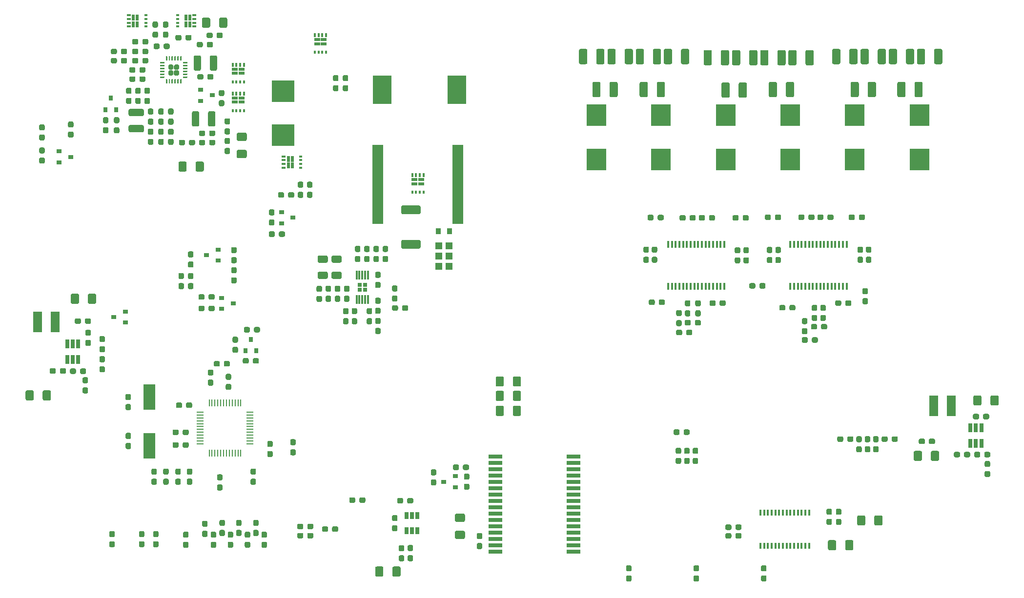
<source format=gbr>
G04 #@! TF.GenerationSoftware,KiCad,Pcbnew,(5.1.6)-1*
G04 #@! TF.CreationDate,2020-07-10T11:15:32+02:00*
G04 #@! TF.ProjectId,MukkeBox,4d756b6b-6542-46f7-982e-6b696361645f,rev?*
G04 #@! TF.SameCoordinates,Original*
G04 #@! TF.FileFunction,Paste,Top*
G04 #@! TF.FilePolarity,Positive*
%FSLAX46Y46*%
G04 Gerber Fmt 4.6, Leading zero omitted, Abs format (unit mm)*
G04 Created by KiCad (PCBNEW (5.1.6)-1) date 2020-07-10 11:15:32*
%MOMM*%
%LPD*%
G01*
G04 APERTURE LIST*
%ADD10C,0.150000*%
%ADD11R,0.420000X0.700000*%
%ADD12R,0.420000X0.560000*%
%ADD13R,1.000000X0.600000*%
%ADD14R,0.900000X0.800000*%
%ADD15R,1.850000X13.700000*%
%ADD16R,0.250000X1.300000*%
%ADD17R,1.300000X0.250000*%
%ADD18R,0.400000X1.100000*%
%ADD19R,2.000000X4.500000*%
%ADD20R,1.500000X3.600000*%
%ADD21R,0.650000X1.560000*%
%ADD22R,0.800000X0.900000*%
%ADD23R,0.650000X1.220000*%
%ADD24R,4.000000X3.850000*%
%ADD25R,0.760000X0.660000*%
%ADD26R,0.305000X1.550000*%
%ADD27R,1.300000X1.200000*%
%ADD28R,0.950000X1.000000*%
%ADD29R,0.700000X0.420000*%
%ADD30R,0.560000X0.420000*%
%ADD31R,0.600000X1.000000*%
%ADD32R,2.400000X0.800000*%
%ADD33R,3.300000X5.000000*%
%ADD34R,3.500000X3.800000*%
%ADD35R,0.400000X1.200000*%
G04 APERTURE END LIST*
G36*
G01*
X201366000Y-88346500D02*
X201366000Y-88821500D01*
G75*
G02*
X201128500Y-89059000I-237500J0D01*
G01*
X200553500Y-89059000D01*
G75*
G02*
X200316000Y-88821500I0J237500D01*
G01*
X200316000Y-88346500D01*
G75*
G02*
X200553500Y-88109000I237500J0D01*
G01*
X201128500Y-88109000D01*
G75*
G02*
X201366000Y-88346500I0J-237500D01*
G01*
G37*
G36*
G01*
X199616000Y-88346500D02*
X199616000Y-88821500D01*
G75*
G02*
X199378500Y-89059000I-237500J0D01*
G01*
X198803500Y-89059000D01*
G75*
G02*
X198566000Y-88821500I0J237500D01*
G01*
X198566000Y-88346500D01*
G75*
G02*
X198803500Y-88109000I237500J0D01*
G01*
X199378500Y-88109000D01*
G75*
G02*
X199616000Y-88346500I0J-237500D01*
G01*
G37*
G36*
G01*
X100378500Y-49734000D02*
X101028500Y-49734000D01*
G75*
G02*
X101091000Y-49796500I0J-62500D01*
G01*
X101091000Y-49921500D01*
G75*
G02*
X101028500Y-49984000I-62500J0D01*
G01*
X100378500Y-49984000D01*
G75*
G02*
X100316000Y-49921500I0J62500D01*
G01*
X100316000Y-49796500D01*
G75*
G02*
X100378500Y-49734000I62500J0D01*
G01*
G37*
G36*
G01*
X100378500Y-50234000D02*
X101028500Y-50234000D01*
G75*
G02*
X101091000Y-50296500I0J-62500D01*
G01*
X101091000Y-50421500D01*
G75*
G02*
X101028500Y-50484000I-62500J0D01*
G01*
X100378500Y-50484000D01*
G75*
G02*
X100316000Y-50421500I0J62500D01*
G01*
X100316000Y-50296500D01*
G75*
G02*
X100378500Y-50234000I62500J0D01*
G01*
G37*
G36*
G01*
X100378500Y-50734000D02*
X101028500Y-50734000D01*
G75*
G02*
X101091000Y-50796500I0J-62500D01*
G01*
X101091000Y-50921500D01*
G75*
G02*
X101028500Y-50984000I-62500J0D01*
G01*
X100378500Y-50984000D01*
G75*
G02*
X100316000Y-50921500I0J62500D01*
G01*
X100316000Y-50796500D01*
G75*
G02*
X100378500Y-50734000I62500J0D01*
G01*
G37*
G36*
G01*
X100378500Y-51234000D02*
X101028500Y-51234000D01*
G75*
G02*
X101091000Y-51296500I0J-62500D01*
G01*
X101091000Y-51421500D01*
G75*
G02*
X101028500Y-51484000I-62500J0D01*
G01*
X100378500Y-51484000D01*
G75*
G02*
X100316000Y-51421500I0J62500D01*
G01*
X100316000Y-51296500D01*
G75*
G02*
X100378500Y-51234000I62500J0D01*
G01*
G37*
G36*
G01*
X100378500Y-51734000D02*
X101028500Y-51734000D01*
G75*
G02*
X101091000Y-51796500I0J-62500D01*
G01*
X101091000Y-51921500D01*
G75*
G02*
X101028500Y-51984000I-62500J0D01*
G01*
X100378500Y-51984000D01*
G75*
G02*
X100316000Y-51921500I0J62500D01*
G01*
X100316000Y-51796500D01*
G75*
G02*
X100378500Y-51734000I62500J0D01*
G01*
G37*
G36*
G01*
X100378500Y-52234000D02*
X101028500Y-52234000D01*
G75*
G02*
X101091000Y-52296500I0J-62500D01*
G01*
X101091000Y-52421500D01*
G75*
G02*
X101028500Y-52484000I-62500J0D01*
G01*
X100378500Y-52484000D01*
G75*
G02*
X100316000Y-52421500I0J62500D01*
G01*
X100316000Y-52296500D01*
G75*
G02*
X100378500Y-52234000I62500J0D01*
G01*
G37*
G36*
G01*
X99903500Y-52709000D02*
X100028500Y-52709000D01*
G75*
G02*
X100091000Y-52771500I0J-62500D01*
G01*
X100091000Y-53421500D01*
G75*
G02*
X100028500Y-53484000I-62500J0D01*
G01*
X99903500Y-53484000D01*
G75*
G02*
X99841000Y-53421500I0J62500D01*
G01*
X99841000Y-52771500D01*
G75*
G02*
X99903500Y-52709000I62500J0D01*
G01*
G37*
G36*
G01*
X99403500Y-52709000D02*
X99528500Y-52709000D01*
G75*
G02*
X99591000Y-52771500I0J-62500D01*
G01*
X99591000Y-53421500D01*
G75*
G02*
X99528500Y-53484000I-62500J0D01*
G01*
X99403500Y-53484000D01*
G75*
G02*
X99341000Y-53421500I0J62500D01*
G01*
X99341000Y-52771500D01*
G75*
G02*
X99403500Y-52709000I62500J0D01*
G01*
G37*
G36*
G01*
X98903500Y-52709000D02*
X99028500Y-52709000D01*
G75*
G02*
X99091000Y-52771500I0J-62500D01*
G01*
X99091000Y-53421500D01*
G75*
G02*
X99028500Y-53484000I-62500J0D01*
G01*
X98903500Y-53484000D01*
G75*
G02*
X98841000Y-53421500I0J62500D01*
G01*
X98841000Y-52771500D01*
G75*
G02*
X98903500Y-52709000I62500J0D01*
G01*
G37*
G36*
G01*
X98403500Y-52709000D02*
X98528500Y-52709000D01*
G75*
G02*
X98591000Y-52771500I0J-62500D01*
G01*
X98591000Y-53421500D01*
G75*
G02*
X98528500Y-53484000I-62500J0D01*
G01*
X98403500Y-53484000D01*
G75*
G02*
X98341000Y-53421500I0J62500D01*
G01*
X98341000Y-52771500D01*
G75*
G02*
X98403500Y-52709000I62500J0D01*
G01*
G37*
G36*
G01*
X97903500Y-52709000D02*
X98028500Y-52709000D01*
G75*
G02*
X98091000Y-52771500I0J-62500D01*
G01*
X98091000Y-53421500D01*
G75*
G02*
X98028500Y-53484000I-62500J0D01*
G01*
X97903500Y-53484000D01*
G75*
G02*
X97841000Y-53421500I0J62500D01*
G01*
X97841000Y-52771500D01*
G75*
G02*
X97903500Y-52709000I62500J0D01*
G01*
G37*
G36*
G01*
X97403500Y-52709000D02*
X97528500Y-52709000D01*
G75*
G02*
X97591000Y-52771500I0J-62500D01*
G01*
X97591000Y-53421500D01*
G75*
G02*
X97528500Y-53484000I-62500J0D01*
G01*
X97403500Y-53484000D01*
G75*
G02*
X97341000Y-53421500I0J62500D01*
G01*
X97341000Y-52771500D01*
G75*
G02*
X97403500Y-52709000I62500J0D01*
G01*
G37*
G36*
G01*
X96403500Y-52234000D02*
X97053500Y-52234000D01*
G75*
G02*
X97116000Y-52296500I0J-62500D01*
G01*
X97116000Y-52421500D01*
G75*
G02*
X97053500Y-52484000I-62500J0D01*
G01*
X96403500Y-52484000D01*
G75*
G02*
X96341000Y-52421500I0J62500D01*
G01*
X96341000Y-52296500D01*
G75*
G02*
X96403500Y-52234000I62500J0D01*
G01*
G37*
G36*
G01*
X96403500Y-51734000D02*
X97053500Y-51734000D01*
G75*
G02*
X97116000Y-51796500I0J-62500D01*
G01*
X97116000Y-51921500D01*
G75*
G02*
X97053500Y-51984000I-62500J0D01*
G01*
X96403500Y-51984000D01*
G75*
G02*
X96341000Y-51921500I0J62500D01*
G01*
X96341000Y-51796500D01*
G75*
G02*
X96403500Y-51734000I62500J0D01*
G01*
G37*
G36*
G01*
X96403500Y-51234000D02*
X97053500Y-51234000D01*
G75*
G02*
X97116000Y-51296500I0J-62500D01*
G01*
X97116000Y-51421500D01*
G75*
G02*
X97053500Y-51484000I-62500J0D01*
G01*
X96403500Y-51484000D01*
G75*
G02*
X96341000Y-51421500I0J62500D01*
G01*
X96341000Y-51296500D01*
G75*
G02*
X96403500Y-51234000I62500J0D01*
G01*
G37*
G36*
G01*
X96403500Y-50734000D02*
X97053500Y-50734000D01*
G75*
G02*
X97116000Y-50796500I0J-62500D01*
G01*
X97116000Y-50921500D01*
G75*
G02*
X97053500Y-50984000I-62500J0D01*
G01*
X96403500Y-50984000D01*
G75*
G02*
X96341000Y-50921500I0J62500D01*
G01*
X96341000Y-50796500D01*
G75*
G02*
X96403500Y-50734000I62500J0D01*
G01*
G37*
G36*
G01*
X96403500Y-50234000D02*
X97053500Y-50234000D01*
G75*
G02*
X97116000Y-50296500I0J-62500D01*
G01*
X97116000Y-50421500D01*
G75*
G02*
X97053500Y-50484000I-62500J0D01*
G01*
X96403500Y-50484000D01*
G75*
G02*
X96341000Y-50421500I0J62500D01*
G01*
X96341000Y-50296500D01*
G75*
G02*
X96403500Y-50234000I62500J0D01*
G01*
G37*
G36*
G01*
X96403500Y-49734000D02*
X97053500Y-49734000D01*
G75*
G02*
X97116000Y-49796500I0J-62500D01*
G01*
X97116000Y-49921500D01*
G75*
G02*
X97053500Y-49984000I-62500J0D01*
G01*
X96403500Y-49984000D01*
G75*
G02*
X96341000Y-49921500I0J62500D01*
G01*
X96341000Y-49796500D01*
G75*
G02*
X96403500Y-49734000I62500J0D01*
G01*
G37*
G36*
G01*
X97403500Y-48734000D02*
X97528500Y-48734000D01*
G75*
G02*
X97591000Y-48796500I0J-62500D01*
G01*
X97591000Y-49446500D01*
G75*
G02*
X97528500Y-49509000I-62500J0D01*
G01*
X97403500Y-49509000D01*
G75*
G02*
X97341000Y-49446500I0J62500D01*
G01*
X97341000Y-48796500D01*
G75*
G02*
X97403500Y-48734000I62500J0D01*
G01*
G37*
G36*
G01*
X97903500Y-48734000D02*
X98028500Y-48734000D01*
G75*
G02*
X98091000Y-48796500I0J-62500D01*
G01*
X98091000Y-49446500D01*
G75*
G02*
X98028500Y-49509000I-62500J0D01*
G01*
X97903500Y-49509000D01*
G75*
G02*
X97841000Y-49446500I0J62500D01*
G01*
X97841000Y-48796500D01*
G75*
G02*
X97903500Y-48734000I62500J0D01*
G01*
G37*
G36*
G01*
X98403500Y-48734000D02*
X98528500Y-48734000D01*
G75*
G02*
X98591000Y-48796500I0J-62500D01*
G01*
X98591000Y-49446500D01*
G75*
G02*
X98528500Y-49509000I-62500J0D01*
G01*
X98403500Y-49509000D01*
G75*
G02*
X98341000Y-49446500I0J62500D01*
G01*
X98341000Y-48796500D01*
G75*
G02*
X98403500Y-48734000I62500J0D01*
G01*
G37*
G36*
G01*
X98903500Y-48734000D02*
X99028500Y-48734000D01*
G75*
G02*
X99091000Y-48796500I0J-62500D01*
G01*
X99091000Y-49446500D01*
G75*
G02*
X99028500Y-49509000I-62500J0D01*
G01*
X98903500Y-49509000D01*
G75*
G02*
X98841000Y-49446500I0J62500D01*
G01*
X98841000Y-48796500D01*
G75*
G02*
X98903500Y-48734000I62500J0D01*
G01*
G37*
G36*
G01*
X99403500Y-48734000D02*
X99528500Y-48734000D01*
G75*
G02*
X99591000Y-48796500I0J-62500D01*
G01*
X99591000Y-49446500D01*
G75*
G02*
X99528500Y-49509000I-62500J0D01*
G01*
X99403500Y-49509000D01*
G75*
G02*
X99341000Y-49446500I0J62500D01*
G01*
X99341000Y-48796500D01*
G75*
G02*
X99403500Y-48734000I62500J0D01*
G01*
G37*
G36*
G01*
X99903500Y-48734000D02*
X100028500Y-48734000D01*
G75*
G02*
X100091000Y-48796500I0J-62500D01*
G01*
X100091000Y-49446500D01*
G75*
G02*
X100028500Y-49509000I-62500J0D01*
G01*
X99903500Y-49509000D01*
G75*
G02*
X99841000Y-49446500I0J62500D01*
G01*
X99841000Y-48796500D01*
G75*
G02*
X99903500Y-48734000I62500J0D01*
G01*
G37*
D10*
G36*
X98468915Y-52053242D02*
G01*
X97983085Y-52053242D01*
X97771758Y-51841915D01*
X97771758Y-51356085D01*
X97983085Y-51144758D01*
X98468915Y-51144758D01*
X98680242Y-51356085D01*
X98680242Y-51841915D01*
X98468915Y-52053242D01*
G37*
G36*
X99448915Y-52053242D02*
G01*
X98963085Y-52053242D01*
X98751758Y-51841915D01*
X98751758Y-51356085D01*
X98963085Y-51144758D01*
X99448915Y-51144758D01*
X99660242Y-51356085D01*
X99660242Y-51841915D01*
X99448915Y-52053242D01*
G37*
G36*
X98468915Y-51073242D02*
G01*
X97983085Y-51073242D01*
X97771758Y-50861915D01*
X97771758Y-50376085D01*
X97983085Y-50164758D01*
X98468915Y-50164758D01*
X98680242Y-50376085D01*
X98680242Y-50861915D01*
X98468915Y-51073242D01*
G37*
G36*
X99448915Y-51073242D02*
G01*
X98963085Y-51073242D01*
X98751758Y-50861915D01*
X98751758Y-50376085D01*
X98963085Y-50164758D01*
X99448915Y-50164758D01*
X99660242Y-50376085D01*
X99660242Y-50861915D01*
X99448915Y-51073242D01*
G37*
G36*
G01*
X92766000Y-51346500D02*
X92766000Y-50871500D01*
G75*
G02*
X93003500Y-50634000I237500J0D01*
G01*
X93578500Y-50634000D01*
G75*
G02*
X93816000Y-50871500I0J-237500D01*
G01*
X93816000Y-51346500D01*
G75*
G02*
X93578500Y-51584000I-237500J0D01*
G01*
X93003500Y-51584000D01*
G75*
G02*
X92766000Y-51346500I0J237500D01*
G01*
G37*
G36*
G01*
X91016000Y-51346500D02*
X91016000Y-50871500D01*
G75*
G02*
X91253500Y-50634000I237500J0D01*
G01*
X91828500Y-50634000D01*
G75*
G02*
X92066000Y-50871500I0J-237500D01*
G01*
X92066000Y-51346500D01*
G75*
G02*
X91828500Y-51584000I-237500J0D01*
G01*
X91253500Y-51584000D01*
G75*
G02*
X91016000Y-51346500I0J237500D01*
G01*
G37*
G36*
G01*
X92766000Y-52946500D02*
X92766000Y-52471500D01*
G75*
G02*
X93003500Y-52234000I237500J0D01*
G01*
X93578500Y-52234000D01*
G75*
G02*
X93816000Y-52471500I0J-237500D01*
G01*
X93816000Y-52946500D01*
G75*
G02*
X93578500Y-53184000I-237500J0D01*
G01*
X93003500Y-53184000D01*
G75*
G02*
X92766000Y-52946500I0J237500D01*
G01*
G37*
G36*
G01*
X91016000Y-52946500D02*
X91016000Y-52471500D01*
G75*
G02*
X91253500Y-52234000I237500J0D01*
G01*
X91828500Y-52234000D01*
G75*
G02*
X92066000Y-52471500I0J-237500D01*
G01*
X92066000Y-52946500D01*
G75*
G02*
X91828500Y-53184000I-237500J0D01*
G01*
X91253500Y-53184000D01*
G75*
G02*
X91016000Y-52946500I0J237500D01*
G01*
G37*
G36*
G01*
X93266000Y-46446500D02*
X93266000Y-45971500D01*
G75*
G02*
X93503500Y-45734000I237500J0D01*
G01*
X94078500Y-45734000D01*
G75*
G02*
X94316000Y-45971500I0J-237500D01*
G01*
X94316000Y-46446500D01*
G75*
G02*
X94078500Y-46684000I-237500J0D01*
G01*
X93503500Y-46684000D01*
G75*
G02*
X93266000Y-46446500I0J237500D01*
G01*
G37*
G36*
G01*
X91516000Y-46446500D02*
X91516000Y-45971500D01*
G75*
G02*
X91753500Y-45734000I237500J0D01*
G01*
X92328500Y-45734000D01*
G75*
G02*
X92566000Y-45971500I0J-237500D01*
G01*
X92566000Y-46446500D01*
G75*
G02*
X92328500Y-46684000I-237500J0D01*
G01*
X91753500Y-46684000D01*
G75*
G02*
X91516000Y-46446500I0J237500D01*
G01*
G37*
D11*
X108941000Y-55209000D03*
X109591000Y-55209000D03*
X110241000Y-55209000D03*
X110891000Y-55209000D03*
D12*
X108941000Y-58159000D03*
X110241000Y-58159000D03*
X109591000Y-58159000D03*
X110891000Y-58159000D03*
D13*
X109351000Y-56689000D03*
X109351000Y-55979000D03*
X110481000Y-55979000D03*
X110481000Y-56689000D03*
G36*
G01*
X104691000Y-60684000D02*
X104691000Y-58534000D01*
G75*
G02*
X104941000Y-58284000I250000J0D01*
G01*
X105691000Y-58284000D01*
G75*
G02*
X105941000Y-58534000I0J-250000D01*
G01*
X105941000Y-60684000D01*
G75*
G02*
X105691000Y-60934000I-250000J0D01*
G01*
X104941000Y-60934000D01*
G75*
G02*
X104691000Y-60684000I0J250000D01*
G01*
G37*
G36*
G01*
X101891000Y-60684000D02*
X101891000Y-58534000D01*
G75*
G02*
X102141000Y-58284000I250000J0D01*
G01*
X102891000Y-58284000D01*
G75*
G02*
X103141000Y-58534000I0J-250000D01*
G01*
X103141000Y-60684000D01*
G75*
G02*
X102891000Y-60934000I-250000J0D01*
G01*
X102141000Y-60934000D01*
G75*
G02*
X101891000Y-60684000I0J250000D01*
G01*
G37*
D14*
X119416000Y-76759000D03*
X117416000Y-77709000D03*
X117416000Y-75809000D03*
G36*
G01*
X116266000Y-79371500D02*
X116266000Y-79846500D01*
G75*
G02*
X116028500Y-80084000I-237500J0D01*
G01*
X115453500Y-80084000D01*
G75*
G02*
X115216000Y-79846500I0J237500D01*
G01*
X115216000Y-79371500D01*
G75*
G02*
X115453500Y-79134000I237500J0D01*
G01*
X116028500Y-79134000D01*
G75*
G02*
X116266000Y-79371500I0J-237500D01*
G01*
G37*
G36*
G01*
X118016000Y-79371500D02*
X118016000Y-79846500D01*
G75*
G02*
X117778500Y-80084000I-237500J0D01*
G01*
X117203500Y-80084000D01*
G75*
G02*
X116966000Y-79846500I0J237500D01*
G01*
X116966000Y-79371500D01*
G75*
G02*
X117203500Y-79134000I237500J0D01*
G01*
X117778500Y-79134000D01*
G75*
G02*
X118016000Y-79371500I0J-237500D01*
G01*
G37*
G36*
G01*
X128753500Y-53059000D02*
X128278500Y-53059000D01*
G75*
G02*
X128041000Y-52821500I0J237500D01*
G01*
X128041000Y-52246500D01*
G75*
G02*
X128278500Y-52009000I237500J0D01*
G01*
X128753500Y-52009000D01*
G75*
G02*
X128991000Y-52246500I0J-237500D01*
G01*
X128991000Y-52821500D01*
G75*
G02*
X128753500Y-53059000I-237500J0D01*
G01*
G37*
G36*
G01*
X128753500Y-54809000D02*
X128278500Y-54809000D01*
G75*
G02*
X128041000Y-54571500I0J237500D01*
G01*
X128041000Y-53996500D01*
G75*
G02*
X128278500Y-53759000I237500J0D01*
G01*
X128753500Y-53759000D01*
G75*
G02*
X128991000Y-53996500I0J-237500D01*
G01*
X128991000Y-54571500D01*
G75*
G02*
X128753500Y-54809000I-237500J0D01*
G01*
G37*
G36*
G01*
X115478500Y-77059000D02*
X115953500Y-77059000D01*
G75*
G02*
X116191000Y-77296500I0J-237500D01*
G01*
X116191000Y-77871500D01*
G75*
G02*
X115953500Y-78109000I-237500J0D01*
G01*
X115478500Y-78109000D01*
G75*
G02*
X115241000Y-77871500I0J237500D01*
G01*
X115241000Y-77296500D01*
G75*
G02*
X115478500Y-77059000I237500J0D01*
G01*
G37*
G36*
G01*
X115478500Y-75309000D02*
X115953500Y-75309000D01*
G75*
G02*
X116191000Y-75546500I0J-237500D01*
G01*
X116191000Y-76121500D01*
G75*
G02*
X115953500Y-76359000I-237500J0D01*
G01*
X115478500Y-76359000D01*
G75*
G02*
X115241000Y-76121500I0J237500D01*
G01*
X115241000Y-75546500D01*
G75*
G02*
X115478500Y-75309000I237500J0D01*
G01*
G37*
G36*
G01*
X106953500Y-122359000D02*
X106478500Y-122359000D01*
G75*
G02*
X106241000Y-122121500I0J237500D01*
G01*
X106241000Y-121546500D01*
G75*
G02*
X106478500Y-121309000I237500J0D01*
G01*
X106953500Y-121309000D01*
G75*
G02*
X107191000Y-121546500I0J-237500D01*
G01*
X107191000Y-122121500D01*
G75*
G02*
X106953500Y-122359000I-237500J0D01*
G01*
G37*
G36*
G01*
X106953500Y-124109000D02*
X106478500Y-124109000D01*
G75*
G02*
X106241000Y-123871500I0J237500D01*
G01*
X106241000Y-123296500D01*
G75*
G02*
X106478500Y-123059000I237500J0D01*
G01*
X106953500Y-123059000D01*
G75*
G02*
X107191000Y-123296500I0J-237500D01*
G01*
X107191000Y-123871500D01*
G75*
G02*
X106953500Y-124109000I-237500J0D01*
G01*
G37*
G36*
G01*
X90578500Y-109109000D02*
X91053500Y-109109000D01*
G75*
G02*
X91291000Y-109346500I0J-237500D01*
G01*
X91291000Y-109921500D01*
G75*
G02*
X91053500Y-110159000I-237500J0D01*
G01*
X90578500Y-110159000D01*
G75*
G02*
X90341000Y-109921500I0J237500D01*
G01*
X90341000Y-109346500D01*
G75*
G02*
X90578500Y-109109000I237500J0D01*
G01*
G37*
G36*
G01*
X90578500Y-107359000D02*
X91053500Y-107359000D01*
G75*
G02*
X91291000Y-107596500I0J-237500D01*
G01*
X91291000Y-108171500D01*
G75*
G02*
X91053500Y-108409000I-237500J0D01*
G01*
X90578500Y-108409000D01*
G75*
G02*
X90341000Y-108171500I0J237500D01*
G01*
X90341000Y-107596500D01*
G75*
G02*
X90578500Y-107359000I237500J0D01*
G01*
G37*
G36*
G01*
X91078500Y-115159000D02*
X90603500Y-115159000D01*
G75*
G02*
X90366000Y-114921500I0J237500D01*
G01*
X90366000Y-114346500D01*
G75*
G02*
X90603500Y-114109000I237500J0D01*
G01*
X91078500Y-114109000D01*
G75*
G02*
X91316000Y-114346500I0J-237500D01*
G01*
X91316000Y-114921500D01*
G75*
G02*
X91078500Y-115159000I-237500J0D01*
G01*
G37*
G36*
G01*
X91078500Y-116909000D02*
X90603500Y-116909000D01*
G75*
G02*
X90366000Y-116671500I0J237500D01*
G01*
X90366000Y-116096500D01*
G75*
G02*
X90603500Y-115859000I237500J0D01*
G01*
X91078500Y-115859000D01*
G75*
G02*
X91316000Y-116096500I0J-237500D01*
G01*
X91316000Y-116671500D01*
G75*
G02*
X91078500Y-116909000I-237500J0D01*
G01*
G37*
G36*
G01*
X105353500Y-104159000D02*
X104878500Y-104159000D01*
G75*
G02*
X104641000Y-103921500I0J237500D01*
G01*
X104641000Y-103346500D01*
G75*
G02*
X104878500Y-103109000I237500J0D01*
G01*
X105353500Y-103109000D01*
G75*
G02*
X105591000Y-103346500I0J-237500D01*
G01*
X105591000Y-103921500D01*
G75*
G02*
X105353500Y-104159000I-237500J0D01*
G01*
G37*
G36*
G01*
X105353500Y-105909000D02*
X104878500Y-105909000D01*
G75*
G02*
X104641000Y-105671500I0J237500D01*
G01*
X104641000Y-105096500D01*
G75*
G02*
X104878500Y-104859000I237500J0D01*
G01*
X105353500Y-104859000D01*
G75*
G02*
X105591000Y-105096500I0J-237500D01*
G01*
X105591000Y-105671500D01*
G75*
G02*
X105353500Y-105909000I-237500J0D01*
G01*
G37*
G36*
G01*
X100166000Y-109071500D02*
X100166000Y-109546500D01*
G75*
G02*
X99928500Y-109784000I-237500J0D01*
G01*
X99353500Y-109784000D01*
G75*
G02*
X99116000Y-109546500I0J237500D01*
G01*
X99116000Y-109071500D01*
G75*
G02*
X99353500Y-108834000I237500J0D01*
G01*
X99928500Y-108834000D01*
G75*
G02*
X100166000Y-109071500I0J-237500D01*
G01*
G37*
G36*
G01*
X101916000Y-109071500D02*
X101916000Y-109546500D01*
G75*
G02*
X101678500Y-109784000I-237500J0D01*
G01*
X101103500Y-109784000D01*
G75*
G02*
X100866000Y-109546500I0J237500D01*
G01*
X100866000Y-109071500D01*
G75*
G02*
X101103500Y-108834000I237500J0D01*
G01*
X101678500Y-108834000D01*
G75*
G02*
X101916000Y-109071500I0J-237500D01*
G01*
G37*
G36*
G01*
X99566000Y-115971500D02*
X99566000Y-116446500D01*
G75*
G02*
X99328500Y-116684000I-237500J0D01*
G01*
X98753500Y-116684000D01*
G75*
G02*
X98516000Y-116446500I0J237500D01*
G01*
X98516000Y-115971500D01*
G75*
G02*
X98753500Y-115734000I237500J0D01*
G01*
X99328500Y-115734000D01*
G75*
G02*
X99566000Y-115971500I0J-237500D01*
G01*
G37*
G36*
G01*
X101316000Y-115971500D02*
X101316000Y-116446500D01*
G75*
G02*
X101078500Y-116684000I-237500J0D01*
G01*
X100503500Y-116684000D01*
G75*
G02*
X100266000Y-116446500I0J237500D01*
G01*
X100266000Y-115971500D01*
G75*
G02*
X100503500Y-115734000I237500J0D01*
G01*
X101078500Y-115734000D01*
G75*
G02*
X101316000Y-115971500I0J-237500D01*
G01*
G37*
G36*
G01*
X112278500Y-122059000D02*
X112753500Y-122059000D01*
G75*
G02*
X112991000Y-122296500I0J-237500D01*
G01*
X112991000Y-122871500D01*
G75*
G02*
X112753500Y-123109000I-237500J0D01*
G01*
X112278500Y-123109000D01*
G75*
G02*
X112041000Y-122871500I0J237500D01*
G01*
X112041000Y-122296500D01*
G75*
G02*
X112278500Y-122059000I237500J0D01*
G01*
G37*
G36*
G01*
X112278500Y-120309000D02*
X112753500Y-120309000D01*
G75*
G02*
X112991000Y-120546500I0J-237500D01*
G01*
X112991000Y-121121500D01*
G75*
G02*
X112753500Y-121359000I-237500J0D01*
G01*
X112278500Y-121359000D01*
G75*
G02*
X112041000Y-121121500I0J237500D01*
G01*
X112041000Y-120546500D01*
G75*
G02*
X112278500Y-120309000I237500J0D01*
G01*
G37*
G36*
G01*
X99228500Y-122059000D02*
X99703500Y-122059000D01*
G75*
G02*
X99941000Y-122296500I0J-237500D01*
G01*
X99941000Y-122871500D01*
G75*
G02*
X99703500Y-123109000I-237500J0D01*
G01*
X99228500Y-123109000D01*
G75*
G02*
X98991000Y-122871500I0J237500D01*
G01*
X98991000Y-122296500D01*
G75*
G02*
X99228500Y-122059000I237500J0D01*
G01*
G37*
G36*
G01*
X99228500Y-120309000D02*
X99703500Y-120309000D01*
G75*
G02*
X99941000Y-120546500I0J-237500D01*
G01*
X99941000Y-121121500D01*
G75*
G02*
X99703500Y-121359000I-237500J0D01*
G01*
X99228500Y-121359000D01*
G75*
G02*
X98991000Y-121121500I0J237500D01*
G01*
X98991000Y-120546500D01*
G75*
G02*
X99228500Y-120309000I237500J0D01*
G01*
G37*
G36*
G01*
X101703500Y-121359000D02*
X101228500Y-121359000D01*
G75*
G02*
X100991000Y-121121500I0J237500D01*
G01*
X100991000Y-120546500D01*
G75*
G02*
X101228500Y-120309000I237500J0D01*
G01*
X101703500Y-120309000D01*
G75*
G02*
X101941000Y-120546500I0J-237500D01*
G01*
X101941000Y-121121500D01*
G75*
G02*
X101703500Y-121359000I-237500J0D01*
G01*
G37*
G36*
G01*
X101703500Y-123109000D02*
X101228500Y-123109000D01*
G75*
G02*
X100991000Y-122871500I0J237500D01*
G01*
X100991000Y-122296500D01*
G75*
G02*
X101228500Y-122059000I237500J0D01*
G01*
X101703500Y-122059000D01*
G75*
G02*
X101941000Y-122296500I0J-237500D01*
G01*
X101941000Y-122871500D01*
G75*
G02*
X101703500Y-123109000I-237500J0D01*
G01*
G37*
G36*
G01*
X95078500Y-122059000D02*
X95553500Y-122059000D01*
G75*
G02*
X95791000Y-122296500I0J-237500D01*
G01*
X95791000Y-122871500D01*
G75*
G02*
X95553500Y-123109000I-237500J0D01*
G01*
X95078500Y-123109000D01*
G75*
G02*
X94841000Y-122871500I0J237500D01*
G01*
X94841000Y-122296500D01*
G75*
G02*
X95078500Y-122059000I237500J0D01*
G01*
G37*
G36*
G01*
X95078500Y-120309000D02*
X95553500Y-120309000D01*
G75*
G02*
X95791000Y-120546500I0J-237500D01*
G01*
X95791000Y-121121500D01*
G75*
G02*
X95553500Y-121359000I-237500J0D01*
G01*
X95078500Y-121359000D01*
G75*
G02*
X94841000Y-121121500I0J237500D01*
G01*
X94841000Y-120546500D01*
G75*
G02*
X95078500Y-120309000I237500J0D01*
G01*
G37*
G36*
G01*
X97128500Y-122059000D02*
X97603500Y-122059000D01*
G75*
G02*
X97841000Y-122296500I0J-237500D01*
G01*
X97841000Y-122871500D01*
G75*
G02*
X97603500Y-123109000I-237500J0D01*
G01*
X97128500Y-123109000D01*
G75*
G02*
X96891000Y-122871500I0J237500D01*
G01*
X96891000Y-122296500D01*
G75*
G02*
X97128500Y-122059000I237500J0D01*
G01*
G37*
G36*
G01*
X97128500Y-120309000D02*
X97603500Y-120309000D01*
G75*
G02*
X97841000Y-120546500I0J-237500D01*
G01*
X97841000Y-121121500D01*
G75*
G02*
X97603500Y-121359000I-237500J0D01*
G01*
X97128500Y-121359000D01*
G75*
G02*
X96891000Y-121121500I0J237500D01*
G01*
X96891000Y-120546500D01*
G75*
G02*
X97128500Y-120309000I237500J0D01*
G01*
G37*
G36*
G01*
X99778500Y-88109000D02*
X100253500Y-88109000D01*
G75*
G02*
X100491000Y-88346500I0J-237500D01*
G01*
X100491000Y-88921500D01*
G75*
G02*
X100253500Y-89159000I-237500J0D01*
G01*
X99778500Y-89159000D01*
G75*
G02*
X99541000Y-88921500I0J237500D01*
G01*
X99541000Y-88346500D01*
G75*
G02*
X99778500Y-88109000I237500J0D01*
G01*
G37*
G36*
G01*
X99778500Y-86359000D02*
X100253500Y-86359000D01*
G75*
G02*
X100491000Y-86596500I0J-237500D01*
G01*
X100491000Y-87171500D01*
G75*
G02*
X100253500Y-87409000I-237500J0D01*
G01*
X99778500Y-87409000D01*
G75*
G02*
X99541000Y-87171500I0J237500D01*
G01*
X99541000Y-86596500D01*
G75*
G02*
X99778500Y-86359000I237500J0D01*
G01*
G37*
G36*
G01*
X151528500Y-133234000D02*
X152003500Y-133234000D01*
G75*
G02*
X152241000Y-133471500I0J-237500D01*
G01*
X152241000Y-134046500D01*
G75*
G02*
X152003500Y-134284000I-237500J0D01*
G01*
X151528500Y-134284000D01*
G75*
G02*
X151291000Y-134046500I0J237500D01*
G01*
X151291000Y-133471500D01*
G75*
G02*
X151528500Y-133234000I237500J0D01*
G01*
G37*
G36*
G01*
X151528500Y-131484000D02*
X152003500Y-131484000D01*
G75*
G02*
X152241000Y-131721500I0J-237500D01*
G01*
X152241000Y-132296500D01*
G75*
G02*
X152003500Y-132534000I-237500J0D01*
G01*
X151528500Y-132534000D01*
G75*
G02*
X151291000Y-132296500I0J237500D01*
G01*
X151291000Y-131721500D01*
G75*
G02*
X151528500Y-131484000I237500J0D01*
G01*
G37*
G36*
G01*
X212659361Y-128334000D02*
X212184361Y-128334000D01*
G75*
G02*
X211946861Y-128096500I0J237500D01*
G01*
X211946861Y-127521500D01*
G75*
G02*
X212184361Y-127284000I237500J0D01*
G01*
X212659361Y-127284000D01*
G75*
G02*
X212896861Y-127521500I0J-237500D01*
G01*
X212896861Y-128096500D01*
G75*
G02*
X212659361Y-128334000I-237500J0D01*
G01*
G37*
G36*
G01*
X212659361Y-130084000D02*
X212184361Y-130084000D01*
G75*
G02*
X211946861Y-129846500I0J237500D01*
G01*
X211946861Y-129271500D01*
G75*
G02*
X212184361Y-129034000I237500J0D01*
G01*
X212659361Y-129034000D01*
G75*
G02*
X212896861Y-129271500I0J-237500D01*
G01*
X212896861Y-129846500D01*
G75*
G02*
X212659361Y-130084000I-237500J0D01*
G01*
G37*
G36*
G01*
X214303500Y-128334000D02*
X213828500Y-128334000D01*
G75*
G02*
X213591000Y-128096500I0J237500D01*
G01*
X213591000Y-127521500D01*
G75*
G02*
X213828500Y-127284000I237500J0D01*
G01*
X214303500Y-127284000D01*
G75*
G02*
X214541000Y-127521500I0J-237500D01*
G01*
X214541000Y-128096500D01*
G75*
G02*
X214303500Y-128334000I-237500J0D01*
G01*
G37*
G36*
G01*
X214303500Y-130084000D02*
X213828500Y-130084000D01*
G75*
G02*
X213591000Y-129846500I0J237500D01*
G01*
X213591000Y-129271500D01*
G75*
G02*
X213828500Y-129034000I237500J0D01*
G01*
X214303500Y-129034000D01*
G75*
G02*
X214541000Y-129271500I0J-237500D01*
G01*
X214541000Y-129846500D01*
G75*
G02*
X214303500Y-130084000I-237500J0D01*
G01*
G37*
G36*
G01*
X229016000Y-115346500D02*
X229016000Y-115821500D01*
G75*
G02*
X228778500Y-116059000I-237500J0D01*
G01*
X228203500Y-116059000D01*
G75*
G02*
X227966000Y-115821500I0J237500D01*
G01*
X227966000Y-115346500D01*
G75*
G02*
X228203500Y-115109000I237500J0D01*
G01*
X228778500Y-115109000D01*
G75*
G02*
X229016000Y-115346500I0J-237500D01*
G01*
G37*
G36*
G01*
X230766000Y-115346500D02*
X230766000Y-115821500D01*
G75*
G02*
X230528500Y-116059000I-237500J0D01*
G01*
X229953500Y-116059000D01*
G75*
G02*
X229716000Y-115821500I0J237500D01*
G01*
X229716000Y-115346500D01*
G75*
G02*
X229953500Y-115109000I237500J0D01*
G01*
X230528500Y-115109000D01*
G75*
G02*
X230766000Y-115346500I0J-237500D01*
G01*
G37*
D15*
X134146000Y-70934000D03*
X147986000Y-70934000D03*
D14*
X80866000Y-66209000D03*
X78866000Y-67159000D03*
X78866000Y-65259000D03*
X104416000Y-83259000D03*
X106416000Y-82309000D03*
X106416000Y-84209000D03*
X109031001Y-91614001D03*
X107031001Y-92564001D03*
X107031001Y-90664001D03*
X145541000Y-122584000D03*
X147541000Y-121634000D03*
X147541000Y-123534000D03*
G36*
G01*
X121891000Y-130596500D02*
X121891000Y-130121500D01*
G75*
G02*
X122128500Y-129884000I237500J0D01*
G01*
X122703500Y-129884000D01*
G75*
G02*
X122941000Y-130121500I0J-237500D01*
G01*
X122941000Y-130596500D01*
G75*
G02*
X122703500Y-130834000I-237500J0D01*
G01*
X122128500Y-130834000D01*
G75*
G02*
X121891000Y-130596500I0J237500D01*
G01*
G37*
G36*
G01*
X120141000Y-130596500D02*
X120141000Y-130121500D01*
G75*
G02*
X120378500Y-129884000I237500J0D01*
G01*
X120953500Y-129884000D01*
G75*
G02*
X121191000Y-130121500I0J-237500D01*
G01*
X121191000Y-130596500D01*
G75*
G02*
X120953500Y-130834000I-237500J0D01*
G01*
X120378500Y-130834000D01*
G75*
G02*
X120141000Y-130596500I0J237500D01*
G01*
G37*
G36*
G01*
X121891000Y-132196500D02*
X121891000Y-131721500D01*
G75*
G02*
X122128500Y-131484000I237500J0D01*
G01*
X122703500Y-131484000D01*
G75*
G02*
X122941000Y-131721500I0J-237500D01*
G01*
X122941000Y-132196500D01*
G75*
G02*
X122703500Y-132434000I-237500J0D01*
G01*
X122128500Y-132434000D01*
G75*
G02*
X121891000Y-132196500I0J237500D01*
G01*
G37*
G36*
G01*
X120141000Y-132196500D02*
X120141000Y-131721500D01*
G75*
G02*
X120378500Y-131484000I237500J0D01*
G01*
X120953500Y-131484000D01*
G75*
G02*
X121191000Y-131721500I0J-237500D01*
G01*
X121191000Y-132196500D01*
G75*
G02*
X120953500Y-132434000I-237500J0D01*
G01*
X120378500Y-132434000D01*
G75*
G02*
X120141000Y-132196500I0J237500D01*
G01*
G37*
G36*
G01*
X103878500Y-131109000D02*
X104353500Y-131109000D01*
G75*
G02*
X104591000Y-131346500I0J-237500D01*
G01*
X104591000Y-131921500D01*
G75*
G02*
X104353500Y-132159000I-237500J0D01*
G01*
X103878500Y-132159000D01*
G75*
G02*
X103641000Y-131921500I0J237500D01*
G01*
X103641000Y-131346500D01*
G75*
G02*
X103878500Y-131109000I237500J0D01*
G01*
G37*
G36*
G01*
X103878500Y-129359000D02*
X104353500Y-129359000D01*
G75*
G02*
X104591000Y-129596500I0J-237500D01*
G01*
X104591000Y-130171500D01*
G75*
G02*
X104353500Y-130409000I-237500J0D01*
G01*
X103878500Y-130409000D01*
G75*
G02*
X103641000Y-130171500I0J237500D01*
G01*
X103641000Y-129596500D01*
G75*
G02*
X103878500Y-129359000I237500J0D01*
G01*
G37*
G36*
G01*
X108453500Y-104909000D02*
X107978500Y-104909000D01*
G75*
G02*
X107741000Y-104671500I0J237500D01*
G01*
X107741000Y-104096500D01*
G75*
G02*
X107978500Y-103859000I237500J0D01*
G01*
X108453500Y-103859000D01*
G75*
G02*
X108691000Y-104096500I0J-237500D01*
G01*
X108691000Y-104671500D01*
G75*
G02*
X108453500Y-104909000I-237500J0D01*
G01*
G37*
G36*
G01*
X108453500Y-106659000D02*
X107978500Y-106659000D01*
G75*
G02*
X107741000Y-106421500I0J237500D01*
G01*
X107741000Y-105846500D01*
G75*
G02*
X107978500Y-105609000I237500J0D01*
G01*
X108453500Y-105609000D01*
G75*
G02*
X108691000Y-105846500I0J-237500D01*
G01*
X108691000Y-106421500D01*
G75*
G02*
X108453500Y-106659000I-237500J0D01*
G01*
G37*
G36*
G01*
X99566000Y-113771500D02*
X99566000Y-114246500D01*
G75*
G02*
X99328500Y-114484000I-237500J0D01*
G01*
X98753500Y-114484000D01*
G75*
G02*
X98516000Y-114246500I0J237500D01*
G01*
X98516000Y-113771500D01*
G75*
G02*
X98753500Y-113534000I237500J0D01*
G01*
X99328500Y-113534000D01*
G75*
G02*
X99566000Y-113771500I0J-237500D01*
G01*
G37*
G36*
G01*
X101316000Y-113771500D02*
X101316000Y-114246500D01*
G75*
G02*
X101078500Y-114484000I-237500J0D01*
G01*
X100503500Y-114484000D01*
G75*
G02*
X100266000Y-114246500I0J237500D01*
G01*
X100266000Y-113771500D01*
G75*
G02*
X100503500Y-113534000I237500J0D01*
G01*
X101078500Y-113534000D01*
G75*
G02*
X101316000Y-113771500I0J-237500D01*
G01*
G37*
G36*
G01*
X100578500Y-133009000D02*
X101053500Y-133009000D01*
G75*
G02*
X101291000Y-133246500I0J-237500D01*
G01*
X101291000Y-133821500D01*
G75*
G02*
X101053500Y-134059000I-237500J0D01*
G01*
X100578500Y-134059000D01*
G75*
G02*
X100341000Y-133821500I0J237500D01*
G01*
X100341000Y-133246500D01*
G75*
G02*
X100578500Y-133009000I237500J0D01*
G01*
G37*
G36*
G01*
X100578500Y-131259000D02*
X101053500Y-131259000D01*
G75*
G02*
X101291000Y-131496500I0J-237500D01*
G01*
X101291000Y-132071500D01*
G75*
G02*
X101053500Y-132309000I-237500J0D01*
G01*
X100578500Y-132309000D01*
G75*
G02*
X100341000Y-132071500I0J237500D01*
G01*
X100341000Y-131496500D01*
G75*
G02*
X100578500Y-131259000I237500J0D01*
G01*
G37*
G36*
G01*
X92928500Y-132909000D02*
X93403500Y-132909000D01*
G75*
G02*
X93641000Y-133146500I0J-237500D01*
G01*
X93641000Y-133721500D01*
G75*
G02*
X93403500Y-133959000I-237500J0D01*
G01*
X92928500Y-133959000D01*
G75*
G02*
X92691000Y-133721500I0J237500D01*
G01*
X92691000Y-133146500D01*
G75*
G02*
X92928500Y-132909000I237500J0D01*
G01*
G37*
G36*
G01*
X92928500Y-131159000D02*
X93403500Y-131159000D01*
G75*
G02*
X93641000Y-131396500I0J-237500D01*
G01*
X93641000Y-131971500D01*
G75*
G02*
X93403500Y-132209000I-237500J0D01*
G01*
X92928500Y-132209000D01*
G75*
G02*
X92691000Y-131971500I0J237500D01*
G01*
X92691000Y-131396500D01*
G75*
G02*
X92928500Y-131159000I237500J0D01*
G01*
G37*
G36*
G01*
X87778500Y-132909000D02*
X88253500Y-132909000D01*
G75*
G02*
X88491000Y-133146500I0J-237500D01*
G01*
X88491000Y-133721500D01*
G75*
G02*
X88253500Y-133959000I-237500J0D01*
G01*
X87778500Y-133959000D01*
G75*
G02*
X87541000Y-133721500I0J237500D01*
G01*
X87541000Y-133146500D01*
G75*
G02*
X87778500Y-132909000I237500J0D01*
G01*
G37*
G36*
G01*
X87778500Y-131159000D02*
X88253500Y-131159000D01*
G75*
G02*
X88491000Y-131396500I0J-237500D01*
G01*
X88491000Y-131971500D01*
G75*
G02*
X88253500Y-132209000I-237500J0D01*
G01*
X87778500Y-132209000D01*
G75*
G02*
X87541000Y-131971500I0J237500D01*
G01*
X87541000Y-131396500D01*
G75*
G02*
X87778500Y-131159000I237500J0D01*
G01*
G37*
G36*
G01*
X95378500Y-132909000D02*
X95853500Y-132909000D01*
G75*
G02*
X96091000Y-133146500I0J-237500D01*
G01*
X96091000Y-133721500D01*
G75*
G02*
X95853500Y-133959000I-237500J0D01*
G01*
X95378500Y-133959000D01*
G75*
G02*
X95141000Y-133721500I0J237500D01*
G01*
X95141000Y-133146500D01*
G75*
G02*
X95378500Y-132909000I237500J0D01*
G01*
G37*
G36*
G01*
X95378500Y-131159000D02*
X95853500Y-131159000D01*
G75*
G02*
X96091000Y-131396500I0J-237500D01*
G01*
X96091000Y-131971500D01*
G75*
G02*
X95853500Y-132209000I-237500J0D01*
G01*
X95378500Y-132209000D01*
G75*
G02*
X95141000Y-131971500I0J237500D01*
G01*
X95141000Y-131396500D01*
G75*
G02*
X95378500Y-131159000I237500J0D01*
G01*
G37*
G36*
G01*
X119178500Y-116959000D02*
X119653500Y-116959000D01*
G75*
G02*
X119891000Y-117196500I0J-237500D01*
G01*
X119891000Y-117771500D01*
G75*
G02*
X119653500Y-118009000I-237500J0D01*
G01*
X119178500Y-118009000D01*
G75*
G02*
X118941000Y-117771500I0J237500D01*
G01*
X118941000Y-117196500D01*
G75*
G02*
X119178500Y-116959000I237500J0D01*
G01*
G37*
G36*
G01*
X119178500Y-115209000D02*
X119653500Y-115209000D01*
G75*
G02*
X119891000Y-115446500I0J-237500D01*
G01*
X119891000Y-116021500D01*
G75*
G02*
X119653500Y-116259000I-237500J0D01*
G01*
X119178500Y-116259000D01*
G75*
G02*
X118941000Y-116021500I0J237500D01*
G01*
X118941000Y-115446500D01*
G75*
G02*
X119178500Y-115209000I237500J0D01*
G01*
G37*
G36*
G01*
X126578500Y-53759000D02*
X127053500Y-53759000D01*
G75*
G02*
X127291000Y-53996500I0J-237500D01*
G01*
X127291000Y-54571500D01*
G75*
G02*
X127053500Y-54809000I-237500J0D01*
G01*
X126578500Y-54809000D01*
G75*
G02*
X126341000Y-54571500I0J237500D01*
G01*
X126341000Y-53996500D01*
G75*
G02*
X126578500Y-53759000I237500J0D01*
G01*
G37*
G36*
G01*
X126578500Y-52009000D02*
X127053500Y-52009000D01*
G75*
G02*
X127291000Y-52246500I0J-237500D01*
G01*
X127291000Y-52821500D01*
G75*
G02*
X127053500Y-53059000I-237500J0D01*
G01*
X126578500Y-53059000D01*
G75*
G02*
X126341000Y-52821500I0J237500D01*
G01*
X126341000Y-52246500D01*
G75*
G02*
X126578500Y-52009000I237500J0D01*
G01*
G37*
G36*
G01*
X101903500Y-83659000D02*
X101428500Y-83659000D01*
G75*
G02*
X101191000Y-83421500I0J237500D01*
G01*
X101191000Y-82846500D01*
G75*
G02*
X101428500Y-82609000I237500J0D01*
G01*
X101903500Y-82609000D01*
G75*
G02*
X102141000Y-82846500I0J-237500D01*
G01*
X102141000Y-83421500D01*
G75*
G02*
X101903500Y-83659000I-237500J0D01*
G01*
G37*
G36*
G01*
X101903500Y-85409000D02*
X101428500Y-85409000D01*
G75*
G02*
X101191000Y-85171500I0J237500D01*
G01*
X101191000Y-84596500D01*
G75*
G02*
X101428500Y-84359000I237500J0D01*
G01*
X101903500Y-84359000D01*
G75*
G02*
X102141000Y-84596500I0J-237500D01*
G01*
X102141000Y-85171500D01*
G75*
G02*
X101903500Y-85409000I-237500J0D01*
G01*
G37*
G36*
G01*
X101903500Y-87409000D02*
X101428500Y-87409000D01*
G75*
G02*
X101191000Y-87171500I0J237500D01*
G01*
X101191000Y-86596500D01*
G75*
G02*
X101428500Y-86359000I237500J0D01*
G01*
X101903500Y-86359000D01*
G75*
G02*
X102141000Y-86596500I0J-237500D01*
G01*
X102141000Y-87171500D01*
G75*
G02*
X101903500Y-87409000I-237500J0D01*
G01*
G37*
G36*
G01*
X101903500Y-89159000D02*
X101428500Y-89159000D01*
G75*
G02*
X101191000Y-88921500I0J237500D01*
G01*
X101191000Y-88346500D01*
G75*
G02*
X101428500Y-88109000I237500J0D01*
G01*
X101903500Y-88109000D01*
G75*
G02*
X102141000Y-88346500I0J-237500D01*
G01*
X102141000Y-88921500D01*
G75*
G02*
X101903500Y-89159000I-237500J0D01*
G01*
G37*
G36*
G01*
X109403500Y-82909000D02*
X108928500Y-82909000D01*
G75*
G02*
X108691000Y-82671500I0J237500D01*
G01*
X108691000Y-82096500D01*
G75*
G02*
X108928500Y-81859000I237500J0D01*
G01*
X109403500Y-81859000D01*
G75*
G02*
X109641000Y-82096500I0J-237500D01*
G01*
X109641000Y-82671500D01*
G75*
G02*
X109403500Y-82909000I-237500J0D01*
G01*
G37*
G36*
G01*
X109403500Y-84659000D02*
X108928500Y-84659000D01*
G75*
G02*
X108691000Y-84421500I0J237500D01*
G01*
X108691000Y-83846500D01*
G75*
G02*
X108928500Y-83609000I237500J0D01*
G01*
X109403500Y-83609000D01*
G75*
G02*
X109641000Y-83846500I0J-237500D01*
G01*
X109641000Y-84421500D01*
G75*
G02*
X109403500Y-84659000I-237500J0D01*
G01*
G37*
G36*
G01*
X109403500Y-86409000D02*
X108928500Y-86409000D01*
G75*
G02*
X108691000Y-86171500I0J237500D01*
G01*
X108691000Y-85596500D01*
G75*
G02*
X108928500Y-85359000I237500J0D01*
G01*
X109403500Y-85359000D01*
G75*
G02*
X109641000Y-85596500I0J-237500D01*
G01*
X109641000Y-86171500D01*
G75*
G02*
X109403500Y-86409000I-237500J0D01*
G01*
G37*
G36*
G01*
X109403500Y-88159000D02*
X108928500Y-88159000D01*
G75*
G02*
X108691000Y-87921500I0J237500D01*
G01*
X108691000Y-87346500D01*
G75*
G02*
X108928500Y-87109000I237500J0D01*
G01*
X109403500Y-87109000D01*
G75*
G02*
X109641000Y-87346500I0J-237500D01*
G01*
X109641000Y-87921500D01*
G75*
G02*
X109403500Y-88159000I-237500J0D01*
G01*
G37*
G36*
G01*
X104766000Y-90746500D02*
X104766000Y-90271500D01*
G75*
G02*
X105003500Y-90034000I237500J0D01*
G01*
X105578500Y-90034000D01*
G75*
G02*
X105816000Y-90271500I0J-237500D01*
G01*
X105816000Y-90746500D01*
G75*
G02*
X105578500Y-90984000I-237500J0D01*
G01*
X105003500Y-90984000D01*
G75*
G02*
X104766000Y-90746500I0J237500D01*
G01*
G37*
G36*
G01*
X103016000Y-90746500D02*
X103016000Y-90271500D01*
G75*
G02*
X103253500Y-90034000I237500J0D01*
G01*
X103828500Y-90034000D01*
G75*
G02*
X104066000Y-90271500I0J-237500D01*
G01*
X104066000Y-90746500D01*
G75*
G02*
X103828500Y-90984000I-237500J0D01*
G01*
X103253500Y-90984000D01*
G75*
G02*
X103016000Y-90746500I0J237500D01*
G01*
G37*
G36*
G01*
X104066000Y-92271500D02*
X104066000Y-92746500D01*
G75*
G02*
X103828500Y-92984000I-237500J0D01*
G01*
X103253500Y-92984000D01*
G75*
G02*
X103016000Y-92746500I0J237500D01*
G01*
X103016000Y-92271500D01*
G75*
G02*
X103253500Y-92034000I237500J0D01*
G01*
X103828500Y-92034000D01*
G75*
G02*
X104066000Y-92271500I0J-237500D01*
G01*
G37*
G36*
G01*
X105816000Y-92271500D02*
X105816000Y-92746500D01*
G75*
G02*
X105578500Y-92984000I-237500J0D01*
G01*
X105003500Y-92984000D01*
G75*
G02*
X104766000Y-92746500I0J237500D01*
G01*
X104766000Y-92271500D01*
G75*
G02*
X105003500Y-92034000I237500J0D01*
G01*
X105578500Y-92034000D01*
G75*
G02*
X105816000Y-92271500I0J-237500D01*
G01*
G37*
G36*
G01*
X75628500Y-62309000D02*
X76103500Y-62309000D01*
G75*
G02*
X76341000Y-62546500I0J-237500D01*
G01*
X76341000Y-63121500D01*
G75*
G02*
X76103500Y-63359000I-237500J0D01*
G01*
X75628500Y-63359000D01*
G75*
G02*
X75391000Y-63121500I0J237500D01*
G01*
X75391000Y-62546500D01*
G75*
G02*
X75628500Y-62309000I237500J0D01*
G01*
G37*
G36*
G01*
X75628500Y-60559000D02*
X76103500Y-60559000D01*
G75*
G02*
X76341000Y-60796500I0J-237500D01*
G01*
X76341000Y-61371500D01*
G75*
G02*
X76103500Y-61609000I-237500J0D01*
G01*
X75628500Y-61609000D01*
G75*
G02*
X75391000Y-61371500I0J237500D01*
G01*
X75391000Y-60796500D01*
G75*
G02*
X75628500Y-60559000I237500J0D01*
G01*
G37*
G36*
G01*
X75628500Y-66309000D02*
X76103500Y-66309000D01*
G75*
G02*
X76341000Y-66546500I0J-237500D01*
G01*
X76341000Y-67121500D01*
G75*
G02*
X76103500Y-67359000I-237500J0D01*
G01*
X75628500Y-67359000D01*
G75*
G02*
X75391000Y-67121500I0J237500D01*
G01*
X75391000Y-66546500D01*
G75*
G02*
X75628500Y-66309000I237500J0D01*
G01*
G37*
G36*
G01*
X75628500Y-64559000D02*
X76103500Y-64559000D01*
G75*
G02*
X76341000Y-64796500I0J-237500D01*
G01*
X76341000Y-65371500D01*
G75*
G02*
X76103500Y-65609000I-237500J0D01*
G01*
X75628500Y-65609000D01*
G75*
G02*
X75391000Y-65371500I0J237500D01*
G01*
X75391000Y-64796500D01*
G75*
G02*
X75628500Y-64559000I237500J0D01*
G01*
G37*
G36*
G01*
X87153500Y-60359000D02*
X86678500Y-60359000D01*
G75*
G02*
X86441000Y-60121500I0J237500D01*
G01*
X86441000Y-59546500D01*
G75*
G02*
X86678500Y-59309000I237500J0D01*
G01*
X87153500Y-59309000D01*
G75*
G02*
X87391000Y-59546500I0J-237500D01*
G01*
X87391000Y-60121500D01*
G75*
G02*
X87153500Y-60359000I-237500J0D01*
G01*
G37*
G36*
G01*
X87153500Y-62109000D02*
X86678500Y-62109000D01*
G75*
G02*
X86441000Y-61871500I0J237500D01*
G01*
X86441000Y-61296500D01*
G75*
G02*
X86678500Y-61059000I237500J0D01*
G01*
X87153500Y-61059000D01*
G75*
G02*
X87391000Y-61296500I0J-237500D01*
G01*
X87391000Y-61871500D01*
G75*
G02*
X87153500Y-62109000I-237500J0D01*
G01*
G37*
G36*
G01*
X80628500Y-61809000D02*
X81103500Y-61809000D01*
G75*
G02*
X81341000Y-62046500I0J-237500D01*
G01*
X81341000Y-62621500D01*
G75*
G02*
X81103500Y-62859000I-237500J0D01*
G01*
X80628500Y-62859000D01*
G75*
G02*
X80391000Y-62621500I0J237500D01*
G01*
X80391000Y-62046500D01*
G75*
G02*
X80628500Y-61809000I237500J0D01*
G01*
G37*
G36*
G01*
X80628500Y-60059000D02*
X81103500Y-60059000D01*
G75*
G02*
X81341000Y-60296500I0J-237500D01*
G01*
X81341000Y-60871500D01*
G75*
G02*
X81103500Y-61109000I-237500J0D01*
G01*
X80628500Y-61109000D01*
G75*
G02*
X80391000Y-60871500I0J237500D01*
G01*
X80391000Y-60296500D01*
G75*
G02*
X80628500Y-60059000I237500J0D01*
G01*
G37*
G36*
G01*
X89053500Y-60359000D02*
X88578500Y-60359000D01*
G75*
G02*
X88341000Y-60121500I0J237500D01*
G01*
X88341000Y-59546500D01*
G75*
G02*
X88578500Y-59309000I237500J0D01*
G01*
X89053500Y-59309000D01*
G75*
G02*
X89291000Y-59546500I0J-237500D01*
G01*
X89291000Y-60121500D01*
G75*
G02*
X89053500Y-60359000I-237500J0D01*
G01*
G37*
G36*
G01*
X89053500Y-62109000D02*
X88578500Y-62109000D01*
G75*
G02*
X88341000Y-61871500I0J237500D01*
G01*
X88341000Y-61296500D01*
G75*
G02*
X88578500Y-61059000I237500J0D01*
G01*
X89053500Y-61059000D01*
G75*
G02*
X89291000Y-61296500I0J-237500D01*
G01*
X89291000Y-61871500D01*
G75*
G02*
X89053500Y-62109000I-237500J0D01*
G01*
G37*
G36*
G01*
X215216000Y-91821500D02*
X215216000Y-91346500D01*
G75*
G02*
X215453500Y-91109000I237500J0D01*
G01*
X216028500Y-91109000D01*
G75*
G02*
X216266000Y-91346500I0J-237500D01*
G01*
X216266000Y-91821500D01*
G75*
G02*
X216028500Y-92059000I-237500J0D01*
G01*
X215453500Y-92059000D01*
G75*
G02*
X215216000Y-91821500I0J237500D01*
G01*
G37*
G36*
G01*
X213466000Y-91821500D02*
X213466000Y-91346500D01*
G75*
G02*
X213703500Y-91109000I237500J0D01*
G01*
X214278500Y-91109000D01*
G75*
G02*
X214516000Y-91346500I0J-237500D01*
G01*
X214516000Y-91821500D01*
G75*
G02*
X214278500Y-92059000I-237500J0D01*
G01*
X213703500Y-92059000D01*
G75*
G02*
X213466000Y-91821500I0J237500D01*
G01*
G37*
G36*
G01*
X155991000Y-109659000D02*
X155991000Y-110909000D01*
G75*
G02*
X155741000Y-111159000I-250000J0D01*
G01*
X154816000Y-111159000D01*
G75*
G02*
X154566000Y-110909000I0J250000D01*
G01*
X154566000Y-109659000D01*
G75*
G02*
X154816000Y-109409000I250000J0D01*
G01*
X155741000Y-109409000D01*
G75*
G02*
X155991000Y-109659000I0J-250000D01*
G01*
G37*
G36*
G01*
X158966000Y-109659000D02*
X158966000Y-110909000D01*
G75*
G02*
X158716000Y-111159000I-250000J0D01*
G01*
X157791000Y-111159000D01*
G75*
G02*
X157541000Y-110909000I0J250000D01*
G01*
X157541000Y-109659000D01*
G75*
G02*
X157791000Y-109409000I250000J0D01*
G01*
X158716000Y-109409000D01*
G75*
G02*
X158966000Y-109659000I0J-250000D01*
G01*
G37*
G36*
G01*
X148891000Y-120321500D02*
X148891000Y-119846500D01*
G75*
G02*
X149128500Y-119609000I237500J0D01*
G01*
X149703500Y-119609000D01*
G75*
G02*
X149941000Y-119846500I0J-237500D01*
G01*
X149941000Y-120321500D01*
G75*
G02*
X149703500Y-120559000I-237500J0D01*
G01*
X149128500Y-120559000D01*
G75*
G02*
X148891000Y-120321500I0J237500D01*
G01*
G37*
G36*
G01*
X147141000Y-120321500D02*
X147141000Y-119846500D01*
G75*
G02*
X147378500Y-119609000I237500J0D01*
G01*
X147953500Y-119609000D01*
G75*
G02*
X148191000Y-119846500I0J-237500D01*
G01*
X148191000Y-120321500D01*
G75*
G02*
X147953500Y-120559000I-237500J0D01*
G01*
X147378500Y-120559000D01*
G75*
G02*
X147141000Y-120321500I0J237500D01*
G01*
G37*
G36*
G01*
X149778500Y-122234000D02*
X149303500Y-122234000D01*
G75*
G02*
X149066000Y-121996500I0J237500D01*
G01*
X149066000Y-121421500D01*
G75*
G02*
X149303500Y-121184000I237500J0D01*
G01*
X149778500Y-121184000D01*
G75*
G02*
X150016000Y-121421500I0J-237500D01*
G01*
X150016000Y-121996500D01*
G75*
G02*
X149778500Y-122234000I-237500J0D01*
G01*
G37*
G36*
G01*
X149778500Y-123984000D02*
X149303500Y-123984000D01*
G75*
G02*
X149066000Y-123746500I0J237500D01*
G01*
X149066000Y-123171500D01*
G75*
G02*
X149303500Y-122934000I237500J0D01*
G01*
X149778500Y-122934000D01*
G75*
G02*
X150016000Y-123171500I0J-237500D01*
G01*
X150016000Y-123746500D01*
G75*
G02*
X149778500Y-123984000I-237500J0D01*
G01*
G37*
G36*
G01*
X144028500Y-121484000D02*
X143553500Y-121484000D01*
G75*
G02*
X143316000Y-121246500I0J237500D01*
G01*
X143316000Y-120671500D01*
G75*
G02*
X143553500Y-120434000I237500J0D01*
G01*
X144028500Y-120434000D01*
G75*
G02*
X144266000Y-120671500I0J-237500D01*
G01*
X144266000Y-121246500D01*
G75*
G02*
X144028500Y-121484000I-237500J0D01*
G01*
G37*
G36*
G01*
X144028500Y-123234000D02*
X143553500Y-123234000D01*
G75*
G02*
X143316000Y-122996500I0J237500D01*
G01*
X143316000Y-122421500D01*
G75*
G02*
X143553500Y-122184000I237500J0D01*
G01*
X144028500Y-122184000D01*
G75*
G02*
X144266000Y-122421500I0J-237500D01*
G01*
X144266000Y-122996500D01*
G75*
G02*
X144028500Y-123234000I-237500J0D01*
G01*
G37*
G36*
G01*
X240103500Y-120034000D02*
X239628500Y-120034000D01*
G75*
G02*
X239391000Y-119796500I0J237500D01*
G01*
X239391000Y-119221500D01*
G75*
G02*
X239628500Y-118984000I237500J0D01*
G01*
X240103500Y-118984000D01*
G75*
G02*
X240341000Y-119221500I0J-237500D01*
G01*
X240341000Y-119796500D01*
G75*
G02*
X240103500Y-120034000I-237500J0D01*
G01*
G37*
G36*
G01*
X240103500Y-121784000D02*
X239628500Y-121784000D01*
G75*
G02*
X239391000Y-121546500I0J237500D01*
G01*
X239391000Y-120971500D01*
G75*
G02*
X239628500Y-120734000I237500J0D01*
G01*
X240103500Y-120734000D01*
G75*
G02*
X240341000Y-120971500I0J-237500D01*
G01*
X240341000Y-121546500D01*
G75*
G02*
X240103500Y-121784000I-237500J0D01*
G01*
G37*
G36*
G01*
X136641000Y-138809000D02*
X136641000Y-137559000D01*
G75*
G02*
X136891000Y-137309000I250000J0D01*
G01*
X137816000Y-137309000D01*
G75*
G02*
X138066000Y-137559000I0J-250000D01*
G01*
X138066000Y-138809000D01*
G75*
G02*
X137816000Y-139059000I-250000J0D01*
G01*
X136891000Y-139059000D01*
G75*
G02*
X136641000Y-138809000I0J250000D01*
G01*
G37*
G36*
G01*
X133666000Y-138809000D02*
X133666000Y-137559000D01*
G75*
G02*
X133916000Y-137309000I250000J0D01*
G01*
X134841000Y-137309000D01*
G75*
G02*
X135091000Y-137559000I0J-250000D01*
G01*
X135091000Y-138809000D01*
G75*
G02*
X134841000Y-139059000I-250000J0D01*
G01*
X133916000Y-139059000D01*
G75*
G02*
X133666000Y-138809000I0J250000D01*
G01*
G37*
G36*
G01*
X196158674Y-130725225D02*
X196158674Y-130250225D01*
G75*
G02*
X196396174Y-130012725I237500J0D01*
G01*
X196971174Y-130012725D01*
G75*
G02*
X197208674Y-130250225I0J-237500D01*
G01*
X197208674Y-130725225D01*
G75*
G02*
X196971174Y-130962725I-237500J0D01*
G01*
X196396174Y-130962725D01*
G75*
G02*
X196158674Y-130725225I0J237500D01*
G01*
G37*
G36*
G01*
X194408674Y-130725225D02*
X194408674Y-130250225D01*
G75*
G02*
X194646174Y-130012725I237500J0D01*
G01*
X195221174Y-130012725D01*
G75*
G02*
X195458674Y-130250225I0J-237500D01*
G01*
X195458674Y-130725225D01*
G75*
G02*
X195221174Y-130962725I-237500J0D01*
G01*
X194646174Y-130962725D01*
G75*
G02*
X194408674Y-130725225I0J237500D01*
G01*
G37*
G36*
G01*
X196158674Y-132225225D02*
X196158674Y-131750225D01*
G75*
G02*
X196396174Y-131512725I237500J0D01*
G01*
X196971174Y-131512725D01*
G75*
G02*
X197208674Y-131750225I0J-237500D01*
G01*
X197208674Y-132225225D01*
G75*
G02*
X196971174Y-132462725I-237500J0D01*
G01*
X196396174Y-132462725D01*
G75*
G02*
X196158674Y-132225225I0J237500D01*
G01*
G37*
G36*
G01*
X194408674Y-132225225D02*
X194408674Y-131750225D01*
G75*
G02*
X194646174Y-131512725I237500J0D01*
G01*
X195221174Y-131512725D01*
G75*
G02*
X195458674Y-131750225I0J-237500D01*
G01*
X195458674Y-132225225D01*
G75*
G02*
X195221174Y-132462725I-237500J0D01*
G01*
X194646174Y-132462725D01*
G75*
G02*
X194408674Y-132225225I0J237500D01*
G01*
G37*
G36*
G01*
X220278500Y-116434000D02*
X220753500Y-116434000D01*
G75*
G02*
X220991000Y-116671500I0J-237500D01*
G01*
X220991000Y-117246500D01*
G75*
G02*
X220753500Y-117484000I-237500J0D01*
G01*
X220278500Y-117484000D01*
G75*
G02*
X220041000Y-117246500I0J237500D01*
G01*
X220041000Y-116671500D01*
G75*
G02*
X220278500Y-116434000I237500J0D01*
G01*
G37*
G36*
G01*
X220278500Y-114684000D02*
X220753500Y-114684000D01*
G75*
G02*
X220991000Y-114921500I0J-237500D01*
G01*
X220991000Y-115496500D01*
G75*
G02*
X220753500Y-115734000I-237500J0D01*
G01*
X220278500Y-115734000D01*
G75*
G02*
X220041000Y-115496500I0J237500D01*
G01*
X220041000Y-114921500D01*
G75*
G02*
X220278500Y-114684000I237500J0D01*
G01*
G37*
G36*
G01*
X222566000Y-114946500D02*
X222566000Y-115421500D01*
G75*
G02*
X222328500Y-115659000I-237500J0D01*
G01*
X221753500Y-115659000D01*
G75*
G02*
X221516000Y-115421500I0J237500D01*
G01*
X221516000Y-114946500D01*
G75*
G02*
X221753500Y-114709000I237500J0D01*
G01*
X222328500Y-114709000D01*
G75*
G02*
X222566000Y-114946500I0J-237500D01*
G01*
G37*
G36*
G01*
X224316000Y-114946500D02*
X224316000Y-115421500D01*
G75*
G02*
X224078500Y-115659000I-237500J0D01*
G01*
X223503500Y-115659000D01*
G75*
G02*
X223266000Y-115421500I0J237500D01*
G01*
X223266000Y-114946500D01*
G75*
G02*
X223503500Y-114709000I237500J0D01*
G01*
X224078500Y-114709000D01*
G75*
G02*
X224316000Y-114946500I0J-237500D01*
G01*
G37*
G36*
G01*
X86078500Y-99059000D02*
X86553500Y-99059000D01*
G75*
G02*
X86791000Y-99296500I0J-237500D01*
G01*
X86791000Y-99871500D01*
G75*
G02*
X86553500Y-100109000I-237500J0D01*
G01*
X86078500Y-100109000D01*
G75*
G02*
X85841000Y-99871500I0J237500D01*
G01*
X85841000Y-99296500D01*
G75*
G02*
X86078500Y-99059000I237500J0D01*
G01*
G37*
G36*
G01*
X86078500Y-97309000D02*
X86553500Y-97309000D01*
G75*
G02*
X86791000Y-97546500I0J-237500D01*
G01*
X86791000Y-98121500D01*
G75*
G02*
X86553500Y-98359000I-237500J0D01*
G01*
X86078500Y-98359000D01*
G75*
G02*
X85841000Y-98121500I0J237500D01*
G01*
X85841000Y-97546500D01*
G75*
G02*
X86078500Y-97309000I237500J0D01*
G01*
G37*
G36*
G01*
X84103500Y-97259000D02*
X83628500Y-97259000D01*
G75*
G02*
X83391000Y-97021500I0J237500D01*
G01*
X83391000Y-96446500D01*
G75*
G02*
X83628500Y-96209000I237500J0D01*
G01*
X84103500Y-96209000D01*
G75*
G02*
X84341000Y-96446500I0J-237500D01*
G01*
X84341000Y-97021500D01*
G75*
G02*
X84103500Y-97259000I-237500J0D01*
G01*
G37*
G36*
G01*
X84103500Y-99009000D02*
X83628500Y-99009000D01*
G75*
G02*
X83391000Y-98771500I0J237500D01*
G01*
X83391000Y-98196500D01*
G75*
G02*
X83628500Y-97959000I237500J0D01*
G01*
X84103500Y-97959000D01*
G75*
G02*
X84341000Y-98196500I0J-237500D01*
G01*
X84341000Y-98771500D01*
G75*
G02*
X84103500Y-99009000I-237500J0D01*
G01*
G37*
G36*
G01*
X201303500Y-138150000D02*
X200828500Y-138150000D01*
G75*
G02*
X200591000Y-137912500I0J237500D01*
G01*
X200591000Y-137337500D01*
G75*
G02*
X200828500Y-137100000I237500J0D01*
G01*
X201303500Y-137100000D01*
G75*
G02*
X201541000Y-137337500I0J-237500D01*
G01*
X201541000Y-137912500D01*
G75*
G02*
X201303500Y-138150000I-237500J0D01*
G01*
G37*
G36*
G01*
X201303500Y-139900000D02*
X200828500Y-139900000D01*
G75*
G02*
X200591000Y-139662500I0J237500D01*
G01*
X200591000Y-139087500D01*
G75*
G02*
X200828500Y-138850000I237500J0D01*
G01*
X201303500Y-138850000D01*
G75*
G02*
X201541000Y-139087500I0J-237500D01*
G01*
X201541000Y-139662500D01*
G75*
G02*
X201303500Y-139900000I-237500J0D01*
G01*
G37*
G36*
G01*
X189603500Y-138150000D02*
X189128500Y-138150000D01*
G75*
G02*
X188891000Y-137912500I0J237500D01*
G01*
X188891000Y-137337500D01*
G75*
G02*
X189128500Y-137100000I237500J0D01*
G01*
X189603500Y-137100000D01*
G75*
G02*
X189841000Y-137337500I0J-237500D01*
G01*
X189841000Y-137912500D01*
G75*
G02*
X189603500Y-138150000I-237500J0D01*
G01*
G37*
G36*
G01*
X189603500Y-139900000D02*
X189128500Y-139900000D01*
G75*
G02*
X188891000Y-139662500I0J237500D01*
G01*
X188891000Y-139087500D01*
G75*
G02*
X189128500Y-138850000I237500J0D01*
G01*
X189603500Y-138850000D01*
G75*
G02*
X189841000Y-139087500I0J-237500D01*
G01*
X189841000Y-139662500D01*
G75*
G02*
X189603500Y-139900000I-237500J0D01*
G01*
G37*
G36*
G01*
X177903500Y-138150000D02*
X177428500Y-138150000D01*
G75*
G02*
X177191000Y-137912500I0J237500D01*
G01*
X177191000Y-137337500D01*
G75*
G02*
X177428500Y-137100000I237500J0D01*
G01*
X177903500Y-137100000D01*
G75*
G02*
X178141000Y-137337500I0J-237500D01*
G01*
X178141000Y-137912500D01*
G75*
G02*
X177903500Y-138150000I-237500J0D01*
G01*
G37*
G36*
G01*
X177903500Y-139900000D02*
X177428500Y-139900000D01*
G75*
G02*
X177191000Y-139662500I0J237500D01*
G01*
X177191000Y-139087500D01*
G75*
G02*
X177428500Y-138850000I237500J0D01*
G01*
X177903500Y-138850000D01*
G75*
G02*
X178141000Y-139087500I0J-237500D01*
G01*
X178141000Y-139662500D01*
G75*
G02*
X177903500Y-139900000I-237500J0D01*
G01*
G37*
G36*
G01*
X187504885Y-118453139D02*
X187979885Y-118453139D01*
G75*
G02*
X188217385Y-118690639I0J-237500D01*
G01*
X188217385Y-119265639D01*
G75*
G02*
X187979885Y-119503139I-237500J0D01*
G01*
X187504885Y-119503139D01*
G75*
G02*
X187267385Y-119265639I0J237500D01*
G01*
X187267385Y-118690639D01*
G75*
G02*
X187504885Y-118453139I237500J0D01*
G01*
G37*
G36*
G01*
X187504885Y-116703139D02*
X187979885Y-116703139D01*
G75*
G02*
X188217385Y-116940639I0J-237500D01*
G01*
X188217385Y-117515639D01*
G75*
G02*
X187979885Y-117753139I-237500J0D01*
G01*
X187504885Y-117753139D01*
G75*
G02*
X187267385Y-117515639I0J237500D01*
G01*
X187267385Y-116940639D01*
G75*
G02*
X187504885Y-116703139I237500J0D01*
G01*
G37*
G36*
G01*
X188978500Y-118453139D02*
X189453500Y-118453139D01*
G75*
G02*
X189691000Y-118690639I0J-237500D01*
G01*
X189691000Y-119265639D01*
G75*
G02*
X189453500Y-119503139I-237500J0D01*
G01*
X188978500Y-119503139D01*
G75*
G02*
X188741000Y-119265639I0J237500D01*
G01*
X188741000Y-118690639D01*
G75*
G02*
X188978500Y-118453139I237500J0D01*
G01*
G37*
G36*
G01*
X188978500Y-116703139D02*
X189453500Y-116703139D01*
G75*
G02*
X189691000Y-116940639I0J-237500D01*
G01*
X189691000Y-117515639D01*
G75*
G02*
X189453500Y-117753139I-237500J0D01*
G01*
X188978500Y-117753139D01*
G75*
G02*
X188741000Y-117515639I0J237500D01*
G01*
X188741000Y-116940639D01*
G75*
G02*
X188978500Y-116703139I237500J0D01*
G01*
G37*
G36*
G01*
X187166000Y-114221500D02*
X187166000Y-113746500D01*
G75*
G02*
X187403500Y-113509000I237500J0D01*
G01*
X187978500Y-113509000D01*
G75*
G02*
X188216000Y-113746500I0J-237500D01*
G01*
X188216000Y-114221500D01*
G75*
G02*
X187978500Y-114459000I-237500J0D01*
G01*
X187403500Y-114459000D01*
G75*
G02*
X187166000Y-114221500I0J237500D01*
G01*
G37*
G36*
G01*
X185416000Y-114221500D02*
X185416000Y-113746500D01*
G75*
G02*
X185653500Y-113509000I237500J0D01*
G01*
X186228500Y-113509000D01*
G75*
G02*
X186466000Y-113746500I0J-237500D01*
G01*
X186466000Y-114221500D01*
G75*
G02*
X186228500Y-114459000I-237500J0D01*
G01*
X185653500Y-114459000D01*
G75*
G02*
X185416000Y-114221500I0J237500D01*
G01*
G37*
G36*
G01*
X186028500Y-118434000D02*
X186503500Y-118434000D01*
G75*
G02*
X186741000Y-118671500I0J-237500D01*
G01*
X186741000Y-119246500D01*
G75*
G02*
X186503500Y-119484000I-237500J0D01*
G01*
X186028500Y-119484000D01*
G75*
G02*
X185791000Y-119246500I0J237500D01*
G01*
X185791000Y-118671500D01*
G75*
G02*
X186028500Y-118434000I237500J0D01*
G01*
G37*
G36*
G01*
X186028500Y-116684000D02*
X186503500Y-116684000D01*
G75*
G02*
X186741000Y-116921500I0J-237500D01*
G01*
X186741000Y-117496500D01*
G75*
G02*
X186503500Y-117734000I-237500J0D01*
G01*
X186028500Y-117734000D01*
G75*
G02*
X185791000Y-117496500I0J237500D01*
G01*
X185791000Y-116921500D01*
G75*
G02*
X186028500Y-116684000I237500J0D01*
G01*
G37*
G36*
G01*
X217354885Y-116434000D02*
X217829885Y-116434000D01*
G75*
G02*
X218067385Y-116671500I0J-237500D01*
G01*
X218067385Y-117246500D01*
G75*
G02*
X217829885Y-117484000I-237500J0D01*
G01*
X217354885Y-117484000D01*
G75*
G02*
X217117385Y-117246500I0J237500D01*
G01*
X217117385Y-116671500D01*
G75*
G02*
X217354885Y-116434000I237500J0D01*
G01*
G37*
G36*
G01*
X217354885Y-114684000D02*
X217829885Y-114684000D01*
G75*
G02*
X218067385Y-114921500I0J-237500D01*
G01*
X218067385Y-115496500D01*
G75*
G02*
X217829885Y-115734000I-237500J0D01*
G01*
X217354885Y-115734000D01*
G75*
G02*
X217117385Y-115496500I0J237500D01*
G01*
X217117385Y-114921500D01*
G75*
G02*
X217354885Y-114684000I237500J0D01*
G01*
G37*
G36*
G01*
X218828500Y-116434000D02*
X219303500Y-116434000D01*
G75*
G02*
X219541000Y-116671500I0J-237500D01*
G01*
X219541000Y-117246500D01*
G75*
G02*
X219303500Y-117484000I-237500J0D01*
G01*
X218828500Y-117484000D01*
G75*
G02*
X218591000Y-117246500I0J237500D01*
G01*
X218591000Y-116671500D01*
G75*
G02*
X218828500Y-116434000I237500J0D01*
G01*
G37*
G36*
G01*
X218828500Y-114684000D02*
X219303500Y-114684000D01*
G75*
G02*
X219541000Y-114921500I0J-237500D01*
G01*
X219541000Y-115496500D01*
G75*
G02*
X219303500Y-115734000I-237500J0D01*
G01*
X218828500Y-115734000D01*
G75*
G02*
X218591000Y-115496500I0J237500D01*
G01*
X218591000Y-114921500D01*
G75*
G02*
X218828500Y-114684000I237500J0D01*
G01*
G37*
G36*
G01*
X138336000Y-92671500D02*
X138336000Y-92196500D01*
G75*
G02*
X138573500Y-91959000I237500J0D01*
G01*
X139148500Y-91959000D01*
G75*
G02*
X139386000Y-92196500I0J-237500D01*
G01*
X139386000Y-92671500D01*
G75*
G02*
X139148500Y-92909000I-237500J0D01*
G01*
X138573500Y-92909000D01*
G75*
G02*
X138336000Y-92671500I0J237500D01*
G01*
G37*
G36*
G01*
X136586000Y-92671500D02*
X136586000Y-92196500D01*
G75*
G02*
X136823500Y-91959000I237500J0D01*
G01*
X137398500Y-91959000D01*
G75*
G02*
X137636000Y-92196500I0J-237500D01*
G01*
X137636000Y-92671500D01*
G75*
G02*
X137398500Y-92909000I-237500J0D01*
G01*
X136823500Y-92909000D01*
G75*
G02*
X136586000Y-92671500I0J237500D01*
G01*
G37*
G36*
G01*
X136828500Y-90264000D02*
X137303500Y-90264000D01*
G75*
G02*
X137541000Y-90501500I0J-237500D01*
G01*
X137541000Y-91076500D01*
G75*
G02*
X137303500Y-91314000I-237500J0D01*
G01*
X136828500Y-91314000D01*
G75*
G02*
X136591000Y-91076500I0J237500D01*
G01*
X136591000Y-90501500D01*
G75*
G02*
X136828500Y-90264000I237500J0D01*
G01*
G37*
G36*
G01*
X136828500Y-88514000D02*
X137303500Y-88514000D01*
G75*
G02*
X137541000Y-88751500I0J-237500D01*
G01*
X137541000Y-89326500D01*
G75*
G02*
X137303500Y-89564000I-237500J0D01*
G01*
X136828500Y-89564000D01*
G75*
G02*
X136591000Y-89326500I0J237500D01*
G01*
X136591000Y-88751500D01*
G75*
G02*
X136828500Y-88514000I237500J0D01*
G01*
G37*
D16*
X104866000Y-108909000D03*
X105366000Y-108909000D03*
X105866000Y-108909000D03*
X106366000Y-108909000D03*
X106866000Y-108909000D03*
X107366000Y-108909000D03*
X107866000Y-108909000D03*
X108366000Y-108909000D03*
X108866000Y-108909000D03*
X109366000Y-108909000D03*
X109866000Y-108909000D03*
X110366000Y-108909000D03*
D17*
X111966000Y-110509000D03*
X111966000Y-111009000D03*
X111966000Y-111509000D03*
X111966000Y-112009000D03*
X111966000Y-112509000D03*
X111966000Y-113009000D03*
X111966000Y-113509000D03*
X111966000Y-114009000D03*
X111966000Y-114509000D03*
X111966000Y-115009000D03*
X111966000Y-115509000D03*
X111966000Y-116009000D03*
D16*
X110366000Y-117609000D03*
X109866000Y-117609000D03*
X109366000Y-117609000D03*
X108866000Y-117609000D03*
X108366000Y-117609000D03*
X107866000Y-117609000D03*
X107366000Y-117609000D03*
X106866000Y-117609000D03*
X106366000Y-117609000D03*
X105866000Y-117609000D03*
X105366000Y-117609000D03*
X104866000Y-117609000D03*
D17*
X103266000Y-116009000D03*
X103266000Y-115509000D03*
X103266000Y-115009000D03*
X103266000Y-114509000D03*
X103266000Y-114009000D03*
X103266000Y-113509000D03*
X103266000Y-113009000D03*
X103266000Y-112509000D03*
X103266000Y-112009000D03*
X103266000Y-111509000D03*
X103266000Y-111009000D03*
X103266000Y-110509000D03*
D18*
X200491000Y-127984000D03*
X201141000Y-127984000D03*
X201791000Y-127984000D03*
X202441000Y-127984000D03*
X203091000Y-127984000D03*
X203741000Y-127984000D03*
X204391000Y-127984000D03*
X205041000Y-127984000D03*
X205691000Y-127984000D03*
X206341000Y-127984000D03*
X206991000Y-127984000D03*
X207641000Y-127984000D03*
X208291000Y-127984000D03*
X208941000Y-127984000D03*
X208941000Y-133684000D03*
X208291000Y-133684000D03*
X207641000Y-133684000D03*
X206991000Y-133684000D03*
X206341000Y-133684000D03*
X205691000Y-133684000D03*
X205041000Y-133684000D03*
X204391000Y-133684000D03*
X203741000Y-133684000D03*
X203091000Y-133684000D03*
X202441000Y-133684000D03*
X201791000Y-133684000D03*
X201141000Y-133684000D03*
X200491000Y-133684000D03*
D19*
X94516000Y-116359000D03*
X94516000Y-107859000D03*
G36*
G01*
X82616000Y-94473172D02*
X82616000Y-94948172D01*
G75*
G02*
X82378500Y-95185672I-237500J0D01*
G01*
X81803500Y-95185672D01*
G75*
G02*
X81566000Y-94948172I0J237500D01*
G01*
X81566000Y-94473172D01*
G75*
G02*
X81803500Y-94235672I237500J0D01*
G01*
X82378500Y-94235672D01*
G75*
G02*
X82616000Y-94473172I0J-237500D01*
G01*
G37*
G36*
G01*
X84366000Y-94473172D02*
X84366000Y-94948172D01*
G75*
G02*
X84128500Y-95185672I-237500J0D01*
G01*
X83553500Y-95185672D01*
G75*
G02*
X83316000Y-94948172I0J237500D01*
G01*
X83316000Y-94473172D01*
G75*
G02*
X83553500Y-94235672I237500J0D01*
G01*
X84128500Y-94235672D01*
G75*
G02*
X84366000Y-94473172I0J-237500D01*
G01*
G37*
G36*
G01*
X86553500Y-101859000D02*
X86078500Y-101859000D01*
G75*
G02*
X85841000Y-101621500I0J237500D01*
G01*
X85841000Y-101046500D01*
G75*
G02*
X86078500Y-100809000I237500J0D01*
G01*
X86553500Y-100809000D01*
G75*
G02*
X86791000Y-101046500I0J-237500D01*
G01*
X86791000Y-101621500D01*
G75*
G02*
X86553500Y-101859000I-237500J0D01*
G01*
G37*
G36*
G01*
X86553500Y-103609000D02*
X86078500Y-103609000D01*
G75*
G02*
X85841000Y-103371500I0J237500D01*
G01*
X85841000Y-102796500D01*
G75*
G02*
X86078500Y-102559000I237500J0D01*
G01*
X86553500Y-102559000D01*
G75*
G02*
X86791000Y-102796500I0J-237500D01*
G01*
X86791000Y-103371500D01*
G75*
G02*
X86553500Y-103609000I-237500J0D01*
G01*
G37*
G36*
G01*
X78966000Y-103596500D02*
X78966000Y-103121500D01*
G75*
G02*
X79203500Y-102884000I237500J0D01*
G01*
X79778500Y-102884000D01*
G75*
G02*
X80016000Y-103121500I0J-237500D01*
G01*
X80016000Y-103596500D01*
G75*
G02*
X79778500Y-103834000I-237500J0D01*
G01*
X79203500Y-103834000D01*
G75*
G02*
X78966000Y-103596500I0J237500D01*
G01*
G37*
G36*
G01*
X77216000Y-103596500D02*
X77216000Y-103121500D01*
G75*
G02*
X77453500Y-102884000I237500J0D01*
G01*
X78028500Y-102884000D01*
G75*
G02*
X78266000Y-103121500I0J-237500D01*
G01*
X78266000Y-103596500D01*
G75*
G02*
X78028500Y-103834000I-237500J0D01*
G01*
X77453500Y-103834000D01*
G75*
G02*
X77216000Y-103596500I0J237500D01*
G01*
G37*
D20*
X75102592Y-94810672D03*
X78152592Y-94810672D03*
G36*
G01*
X83140092Y-106210672D02*
X83615092Y-106210672D01*
G75*
G02*
X83852592Y-106448172I0J-237500D01*
G01*
X83852592Y-107023172D01*
G75*
G02*
X83615092Y-107260672I-237500J0D01*
G01*
X83140092Y-107260672D01*
G75*
G02*
X82902592Y-107023172I0J237500D01*
G01*
X82902592Y-106448172D01*
G75*
G02*
X83140092Y-106210672I237500J0D01*
G01*
G37*
G36*
G01*
X83140092Y-104460672D02*
X83615092Y-104460672D01*
G75*
G02*
X83852592Y-104698172I0J-237500D01*
G01*
X83852592Y-105273172D01*
G75*
G02*
X83615092Y-105510672I-237500J0D01*
G01*
X83140092Y-105510672D01*
G75*
G02*
X82902592Y-105273172I0J237500D01*
G01*
X82902592Y-104698172D01*
G75*
G02*
X83140092Y-104460672I237500J0D01*
G01*
G37*
D21*
X81192593Y-98685671D03*
X80242593Y-98685671D03*
X82142593Y-98685671D03*
X82142593Y-101385671D03*
X81192593Y-101385671D03*
X80242593Y-101385671D03*
G36*
G01*
X97553500Y-43759000D02*
X97078500Y-43759000D01*
G75*
G02*
X96841000Y-43521500I0J237500D01*
G01*
X96841000Y-42946500D01*
G75*
G02*
X97078500Y-42709000I237500J0D01*
G01*
X97553500Y-42709000D01*
G75*
G02*
X97791000Y-42946500I0J-237500D01*
G01*
X97791000Y-43521500D01*
G75*
G02*
X97553500Y-43759000I-237500J0D01*
G01*
G37*
G36*
G01*
X97553500Y-45509000D02*
X97078500Y-45509000D01*
G75*
G02*
X96841000Y-45271500I0J237500D01*
G01*
X96841000Y-44696500D01*
G75*
G02*
X97078500Y-44459000I237500J0D01*
G01*
X97553500Y-44459000D01*
G75*
G02*
X97791000Y-44696500I0J-237500D01*
G01*
X97791000Y-45271500D01*
G75*
G02*
X97553500Y-45509000I-237500J0D01*
G01*
G37*
D22*
X112116001Y-97884001D03*
X113066001Y-99884001D03*
X111166001Y-99884001D03*
G36*
G01*
X109153500Y-99159000D02*
X109628500Y-99159000D01*
G75*
G02*
X109866000Y-99396500I0J-237500D01*
G01*
X109866000Y-99971500D01*
G75*
G02*
X109628500Y-100209000I-237500J0D01*
G01*
X109153500Y-100209000D01*
G75*
G02*
X108916000Y-99971500I0J237500D01*
G01*
X108916000Y-99396500D01*
G75*
G02*
X109153500Y-99159000I237500J0D01*
G01*
G37*
G36*
G01*
X109153500Y-97409000D02*
X109628500Y-97409000D01*
G75*
G02*
X109866000Y-97646500I0J-237500D01*
G01*
X109866000Y-98221500D01*
G75*
G02*
X109628500Y-98459000I-237500J0D01*
G01*
X109153500Y-98459000D01*
G75*
G02*
X108916000Y-98221500I0J237500D01*
G01*
X108916000Y-97646500D01*
G75*
G02*
X109153500Y-97409000I237500J0D01*
G01*
G37*
G36*
G01*
X112441000Y-101846500D02*
X112441000Y-101371500D01*
G75*
G02*
X112678500Y-101134000I237500J0D01*
G01*
X113253500Y-101134000D01*
G75*
G02*
X113491000Y-101371500I0J-237500D01*
G01*
X113491000Y-101846500D01*
G75*
G02*
X113253500Y-102084000I-237500J0D01*
G01*
X112678500Y-102084000D01*
G75*
G02*
X112441000Y-101846500I0J237500D01*
G01*
G37*
G36*
G01*
X110691000Y-101846500D02*
X110691000Y-101371500D01*
G75*
G02*
X110928500Y-101134000I237500J0D01*
G01*
X111503500Y-101134000D01*
G75*
G02*
X111741000Y-101371500I0J-237500D01*
G01*
X111741000Y-101846500D01*
G75*
G02*
X111503500Y-102084000I-237500J0D01*
G01*
X110928500Y-102084000D01*
G75*
G02*
X110691000Y-101846500I0J237500D01*
G01*
G37*
G36*
G01*
X112641000Y-96446500D02*
X112641000Y-95971500D01*
G75*
G02*
X112878500Y-95734000I237500J0D01*
G01*
X113453500Y-95734000D01*
G75*
G02*
X113691000Y-95971500I0J-237500D01*
G01*
X113691000Y-96446500D01*
G75*
G02*
X113453500Y-96684000I-237500J0D01*
G01*
X112878500Y-96684000D01*
G75*
G02*
X112641000Y-96446500I0J237500D01*
G01*
G37*
G36*
G01*
X110891000Y-96446500D02*
X110891000Y-95971500D01*
G75*
G02*
X111128500Y-95734000I237500J0D01*
G01*
X111703500Y-95734000D01*
G75*
G02*
X111941000Y-95971500I0J-237500D01*
G01*
X111941000Y-96446500D01*
G75*
G02*
X111703500Y-96684000I-237500J0D01*
G01*
X111128500Y-96684000D01*
G75*
G02*
X110891000Y-96446500I0J237500D01*
G01*
G37*
G36*
G01*
X155991000Y-104559000D02*
X155991000Y-105809000D01*
G75*
G02*
X155741000Y-106059000I-250000J0D01*
G01*
X154816000Y-106059000D01*
G75*
G02*
X154566000Y-105809000I0J250000D01*
G01*
X154566000Y-104559000D01*
G75*
G02*
X154816000Y-104309000I250000J0D01*
G01*
X155741000Y-104309000D01*
G75*
G02*
X155991000Y-104559000I0J-250000D01*
G01*
G37*
G36*
G01*
X158966000Y-104559000D02*
X158966000Y-105809000D01*
G75*
G02*
X158716000Y-106059000I-250000J0D01*
G01*
X157791000Y-106059000D01*
G75*
G02*
X157541000Y-105809000I0J250000D01*
G01*
X157541000Y-104559000D01*
G75*
G02*
X157791000Y-104309000I250000J0D01*
G01*
X158716000Y-104309000D01*
G75*
G02*
X158966000Y-104559000I0J-250000D01*
G01*
G37*
G36*
G01*
X155991000Y-107059000D02*
X155991000Y-108309000D01*
G75*
G02*
X155741000Y-108559000I-250000J0D01*
G01*
X154816000Y-108559000D01*
G75*
G02*
X154566000Y-108309000I0J250000D01*
G01*
X154566000Y-107059000D01*
G75*
G02*
X154816000Y-106809000I250000J0D01*
G01*
X155741000Y-106809000D01*
G75*
G02*
X155991000Y-107059000I0J-250000D01*
G01*
G37*
G36*
G01*
X158966000Y-107059000D02*
X158966000Y-108309000D01*
G75*
G02*
X158716000Y-108559000I-250000J0D01*
G01*
X157791000Y-108559000D01*
G75*
G02*
X157541000Y-108309000I0J250000D01*
G01*
X157541000Y-107059000D01*
G75*
G02*
X157791000Y-106809000I250000J0D01*
G01*
X158716000Y-106809000D01*
G75*
G02*
X158966000Y-107059000I0J-250000D01*
G01*
G37*
G36*
G01*
X125491000Y-130571500D02*
X125491000Y-131046500D01*
G75*
G02*
X125253500Y-131284000I-237500J0D01*
G01*
X124678500Y-131284000D01*
G75*
G02*
X124441000Y-131046500I0J237500D01*
G01*
X124441000Y-130571500D01*
G75*
G02*
X124678500Y-130334000I237500J0D01*
G01*
X125253500Y-130334000D01*
G75*
G02*
X125491000Y-130571500I0J-237500D01*
G01*
G37*
G36*
G01*
X127241000Y-130571500D02*
X127241000Y-131046500D01*
G75*
G02*
X127003500Y-131284000I-237500J0D01*
G01*
X126428500Y-131284000D01*
G75*
G02*
X126191000Y-131046500I0J237500D01*
G01*
X126191000Y-130571500D01*
G75*
G02*
X126428500Y-130334000I237500J0D01*
G01*
X127003500Y-130334000D01*
G75*
G02*
X127241000Y-130571500I0J-237500D01*
G01*
G37*
G36*
G01*
X139216000Y-126121500D02*
X139216000Y-125646500D01*
G75*
G02*
X139453500Y-125409000I237500J0D01*
G01*
X140028500Y-125409000D01*
G75*
G02*
X140266000Y-125646500I0J-237500D01*
G01*
X140266000Y-126121500D01*
G75*
G02*
X140028500Y-126359000I-237500J0D01*
G01*
X139453500Y-126359000D01*
G75*
G02*
X139216000Y-126121500I0J237500D01*
G01*
G37*
G36*
G01*
X137466000Y-126121500D02*
X137466000Y-125646500D01*
G75*
G02*
X137703500Y-125409000I237500J0D01*
G01*
X138278500Y-125409000D01*
G75*
G02*
X138516000Y-125646500I0J-237500D01*
G01*
X138516000Y-126121500D01*
G75*
G02*
X138278500Y-126359000I-237500J0D01*
G01*
X137703500Y-126359000D01*
G75*
G02*
X137466000Y-126121500I0J237500D01*
G01*
G37*
G36*
G01*
X137303500Y-129434000D02*
X136828500Y-129434000D01*
G75*
G02*
X136591000Y-129196500I0J237500D01*
G01*
X136591000Y-128621500D01*
G75*
G02*
X136828500Y-128384000I237500J0D01*
G01*
X137303500Y-128384000D01*
G75*
G02*
X137541000Y-128621500I0J-237500D01*
G01*
X137541000Y-129196500D01*
G75*
G02*
X137303500Y-129434000I-237500J0D01*
G01*
G37*
G36*
G01*
X137303500Y-131184000D02*
X136828500Y-131184000D01*
G75*
G02*
X136591000Y-130946500I0J237500D01*
G01*
X136591000Y-130371500D01*
G75*
G02*
X136828500Y-130134000I237500J0D01*
G01*
X137303500Y-130134000D01*
G75*
G02*
X137541000Y-130371500I0J-237500D01*
G01*
X137541000Y-130946500D01*
G75*
G02*
X137303500Y-131184000I-237500J0D01*
G01*
G37*
G36*
G01*
X139528500Y-135334000D02*
X140003500Y-135334000D01*
G75*
G02*
X140241000Y-135571500I0J-237500D01*
G01*
X140241000Y-136146500D01*
G75*
G02*
X140003500Y-136384000I-237500J0D01*
G01*
X139528500Y-136384000D01*
G75*
G02*
X139291000Y-136146500I0J237500D01*
G01*
X139291000Y-135571500D01*
G75*
G02*
X139528500Y-135334000I237500J0D01*
G01*
G37*
G36*
G01*
X139528500Y-133584000D02*
X140003500Y-133584000D01*
G75*
G02*
X140241000Y-133821500I0J-237500D01*
G01*
X140241000Y-134396500D01*
G75*
G02*
X140003500Y-134634000I-237500J0D01*
G01*
X139528500Y-134634000D01*
G75*
G02*
X139291000Y-134396500I0J237500D01*
G01*
X139291000Y-133821500D01*
G75*
G02*
X139528500Y-133584000I237500J0D01*
G01*
G37*
G36*
G01*
X138468501Y-134658999D02*
X137993501Y-134658999D01*
G75*
G02*
X137756001Y-134421499I0J237500D01*
G01*
X137756001Y-133846499D01*
G75*
G02*
X137993501Y-133608999I237500J0D01*
G01*
X138468501Y-133608999D01*
G75*
G02*
X138706001Y-133846499I0J-237500D01*
G01*
X138706001Y-134421499D01*
G75*
G02*
X138468501Y-134658999I-237500J0D01*
G01*
G37*
G36*
G01*
X138468501Y-136408999D02*
X137993501Y-136408999D01*
G75*
G02*
X137756001Y-136171499I0J237500D01*
G01*
X137756001Y-135596499D01*
G75*
G02*
X137993501Y-135358999I237500J0D01*
G01*
X138468501Y-135358999D01*
G75*
G02*
X138706001Y-135596499I0J-237500D01*
G01*
X138706001Y-136171499D01*
G75*
G02*
X138468501Y-136408999I-237500J0D01*
G01*
G37*
D23*
X141016000Y-131094000D03*
X140066000Y-131094000D03*
X139116000Y-131094000D03*
X139116000Y-128474000D03*
X140066000Y-128474000D03*
X141016000Y-128474000D03*
G36*
G01*
X128803500Y-93504000D02*
X128328500Y-93504000D01*
G75*
G02*
X128091000Y-93266500I0J237500D01*
G01*
X128091000Y-92691500D01*
G75*
G02*
X128328500Y-92454000I237500J0D01*
G01*
X128803500Y-92454000D01*
G75*
G02*
X129041000Y-92691500I0J-237500D01*
G01*
X129041000Y-93266500D01*
G75*
G02*
X128803500Y-93504000I-237500J0D01*
G01*
G37*
G36*
G01*
X128803500Y-95254000D02*
X128328500Y-95254000D01*
G75*
G02*
X128091000Y-95016500I0J237500D01*
G01*
X128091000Y-94441500D01*
G75*
G02*
X128328500Y-94204000I237500J0D01*
G01*
X128803500Y-94204000D01*
G75*
G02*
X129041000Y-94441500I0J-237500D01*
G01*
X129041000Y-95016500D01*
G75*
G02*
X128803500Y-95254000I-237500J0D01*
G01*
G37*
G36*
G01*
X133898500Y-95904000D02*
X134373500Y-95904000D01*
G75*
G02*
X134611000Y-96141500I0J-237500D01*
G01*
X134611000Y-96716500D01*
G75*
G02*
X134373500Y-96954000I-237500J0D01*
G01*
X133898500Y-96954000D01*
G75*
G02*
X133661000Y-96716500I0J237500D01*
G01*
X133661000Y-96141500D01*
G75*
G02*
X133898500Y-95904000I237500J0D01*
G01*
G37*
G36*
G01*
X133898500Y-94154000D02*
X134373500Y-94154000D01*
G75*
G02*
X134611000Y-94391500I0J-237500D01*
G01*
X134611000Y-94966500D01*
G75*
G02*
X134373500Y-95204000I-237500J0D01*
G01*
X133898500Y-95204000D01*
G75*
G02*
X133661000Y-94966500I0J237500D01*
G01*
X133661000Y-94391500D01*
G75*
G02*
X133898500Y-94154000I237500J0D01*
G01*
G37*
G36*
G01*
X129828500Y-94204000D02*
X130303500Y-94204000D01*
G75*
G02*
X130541000Y-94441500I0J-237500D01*
G01*
X130541000Y-95016500D01*
G75*
G02*
X130303500Y-95254000I-237500J0D01*
G01*
X129828500Y-95254000D01*
G75*
G02*
X129591000Y-95016500I0J237500D01*
G01*
X129591000Y-94441500D01*
G75*
G02*
X129828500Y-94204000I237500J0D01*
G01*
G37*
G36*
G01*
X129828500Y-92454000D02*
X130303500Y-92454000D01*
G75*
G02*
X130541000Y-92691500I0J-237500D01*
G01*
X130541000Y-93266500D01*
G75*
G02*
X130303500Y-93504000I-237500J0D01*
G01*
X129828500Y-93504000D01*
G75*
G02*
X129591000Y-93266500I0J237500D01*
G01*
X129591000Y-92691500D01*
G75*
G02*
X129828500Y-92454000I237500J0D01*
G01*
G37*
G36*
G01*
X132428500Y-94204000D02*
X132903500Y-94204000D01*
G75*
G02*
X133141000Y-94441500I0J-237500D01*
G01*
X133141000Y-95016500D01*
G75*
G02*
X132903500Y-95254000I-237500J0D01*
G01*
X132428500Y-95254000D01*
G75*
G02*
X132191000Y-95016500I0J237500D01*
G01*
X132191000Y-94441500D01*
G75*
G02*
X132428500Y-94204000I237500J0D01*
G01*
G37*
G36*
G01*
X132428500Y-92454000D02*
X132903500Y-92454000D01*
G75*
G02*
X133141000Y-92691500I0J-237500D01*
G01*
X133141000Y-93266500D01*
G75*
G02*
X132903500Y-93504000I-237500J0D01*
G01*
X132428500Y-93504000D01*
G75*
G02*
X132191000Y-93266500I0J237500D01*
G01*
X132191000Y-92691500D01*
G75*
G02*
X132428500Y-92454000I237500J0D01*
G01*
G37*
G36*
G01*
X127591000Y-84579000D02*
X126341000Y-84579000D01*
G75*
G02*
X126091000Y-84329000I0J250000D01*
G01*
X126091000Y-83579000D01*
G75*
G02*
X126341000Y-83329000I250000J0D01*
G01*
X127591000Y-83329000D01*
G75*
G02*
X127841000Y-83579000I0J-250000D01*
G01*
X127841000Y-84329000D01*
G75*
G02*
X127591000Y-84579000I-250000J0D01*
G01*
G37*
G36*
G01*
X127591000Y-87379000D02*
X126341000Y-87379000D01*
G75*
G02*
X126091000Y-87129000I0J250000D01*
G01*
X126091000Y-86379000D01*
G75*
G02*
X126341000Y-86129000I250000J0D01*
G01*
X127591000Y-86129000D01*
G75*
G02*
X127841000Y-86379000I0J-250000D01*
G01*
X127841000Y-87129000D01*
G75*
G02*
X127591000Y-87379000I-250000J0D01*
G01*
G37*
G36*
G01*
X130398500Y-83404000D02*
X130873500Y-83404000D01*
G75*
G02*
X131111000Y-83641500I0J-237500D01*
G01*
X131111000Y-84216500D01*
G75*
G02*
X130873500Y-84454000I-237500J0D01*
G01*
X130398500Y-84454000D01*
G75*
G02*
X130161000Y-84216500I0J237500D01*
G01*
X130161000Y-83641500D01*
G75*
G02*
X130398500Y-83404000I237500J0D01*
G01*
G37*
G36*
G01*
X130398500Y-81654000D02*
X130873500Y-81654000D01*
G75*
G02*
X131111000Y-81891500I0J-237500D01*
G01*
X131111000Y-82466500D01*
G75*
G02*
X130873500Y-82704000I-237500J0D01*
G01*
X130398500Y-82704000D01*
G75*
G02*
X130161000Y-82466500I0J237500D01*
G01*
X130161000Y-81891500D01*
G75*
G02*
X130398500Y-81654000I237500J0D01*
G01*
G37*
G36*
G01*
X125191000Y-84579000D02*
X123941000Y-84579000D01*
G75*
G02*
X123691000Y-84329000I0J250000D01*
G01*
X123691000Y-83579000D01*
G75*
G02*
X123941000Y-83329000I250000J0D01*
G01*
X125191000Y-83329000D01*
G75*
G02*
X125441000Y-83579000I0J-250000D01*
G01*
X125441000Y-84329000D01*
G75*
G02*
X125191000Y-84579000I-250000J0D01*
G01*
G37*
G36*
G01*
X125191000Y-87379000D02*
X123941000Y-87379000D01*
G75*
G02*
X123691000Y-87129000I0J250000D01*
G01*
X123691000Y-86379000D01*
G75*
G02*
X123941000Y-86129000I250000J0D01*
G01*
X125191000Y-86129000D01*
G75*
G02*
X125441000Y-86379000I0J-250000D01*
G01*
X125441000Y-87129000D01*
G75*
G02*
X125191000Y-87379000I-250000J0D01*
G01*
G37*
G36*
G01*
X134373500Y-87204000D02*
X133898500Y-87204000D01*
G75*
G02*
X133661000Y-86966500I0J237500D01*
G01*
X133661000Y-86391500D01*
G75*
G02*
X133898500Y-86154000I237500J0D01*
G01*
X134373500Y-86154000D01*
G75*
G02*
X134611000Y-86391500I0J-237500D01*
G01*
X134611000Y-86966500D01*
G75*
G02*
X134373500Y-87204000I-237500J0D01*
G01*
G37*
G36*
G01*
X134373500Y-88954000D02*
X133898500Y-88954000D01*
G75*
G02*
X133661000Y-88716500I0J237500D01*
G01*
X133661000Y-88141500D01*
G75*
G02*
X133898500Y-87904000I237500J0D01*
G01*
X134373500Y-87904000D01*
G75*
G02*
X134611000Y-88141500I0J-237500D01*
G01*
X134611000Y-88716500D01*
G75*
G02*
X134373500Y-88954000I-237500J0D01*
G01*
G37*
G36*
G01*
X96266000Y-46771500D02*
X96266000Y-47246500D01*
G75*
G02*
X96028500Y-47484000I-237500J0D01*
G01*
X95453500Y-47484000D01*
G75*
G02*
X95216000Y-47246500I0J237500D01*
G01*
X95216000Y-46771500D01*
G75*
G02*
X95453500Y-46534000I237500J0D01*
G01*
X96028500Y-46534000D01*
G75*
G02*
X96266000Y-46771500I0J-237500D01*
G01*
G37*
G36*
G01*
X98016000Y-46771500D02*
X98016000Y-47246500D01*
G75*
G02*
X97778500Y-47484000I-237500J0D01*
G01*
X97203500Y-47484000D01*
G75*
G02*
X96966000Y-47246500I0J237500D01*
G01*
X96966000Y-46771500D01*
G75*
G02*
X97203500Y-46534000I237500J0D01*
G01*
X97778500Y-46534000D01*
G75*
G02*
X98016000Y-46771500I0J-237500D01*
G01*
G37*
D24*
X117716000Y-62434000D03*
X117716000Y-54784000D03*
D22*
X87816000Y-56009000D03*
X88766000Y-58009000D03*
X86866000Y-58009000D03*
G36*
G01*
X133898500Y-92404000D02*
X134373500Y-92404000D01*
G75*
G02*
X134611000Y-92641500I0J-237500D01*
G01*
X134611000Y-93216500D01*
G75*
G02*
X134373500Y-93454000I-237500J0D01*
G01*
X133898500Y-93454000D01*
G75*
G02*
X133661000Y-93216500I0J237500D01*
G01*
X133661000Y-92641500D01*
G75*
G02*
X133898500Y-92404000I237500J0D01*
G01*
G37*
G36*
G01*
X133898500Y-90654000D02*
X134373500Y-90654000D01*
G75*
G02*
X134611000Y-90891500I0J-237500D01*
G01*
X134611000Y-91466500D01*
G75*
G02*
X134373500Y-91704000I-237500J0D01*
G01*
X133898500Y-91704000D01*
G75*
G02*
X133661000Y-91466500I0J237500D01*
G01*
X133661000Y-90891500D01*
G75*
G02*
X133898500Y-90654000I237500J0D01*
G01*
G37*
G36*
G01*
X131998500Y-83404000D02*
X132473500Y-83404000D01*
G75*
G02*
X132711000Y-83641500I0J-237500D01*
G01*
X132711000Y-84216500D01*
G75*
G02*
X132473500Y-84454000I-237500J0D01*
G01*
X131998500Y-84454000D01*
G75*
G02*
X131761000Y-84216500I0J237500D01*
G01*
X131761000Y-83641500D01*
G75*
G02*
X131998500Y-83404000I237500J0D01*
G01*
G37*
G36*
G01*
X131998500Y-81654000D02*
X132473500Y-81654000D01*
G75*
G02*
X132711000Y-81891500I0J-237500D01*
G01*
X132711000Y-82466500D01*
G75*
G02*
X132473500Y-82704000I-237500J0D01*
G01*
X131998500Y-82704000D01*
G75*
G02*
X131761000Y-82466500I0J237500D01*
G01*
X131761000Y-81891500D01*
G75*
G02*
X131998500Y-81654000I237500J0D01*
G01*
G37*
G36*
G01*
X134073500Y-82704000D02*
X133598500Y-82704000D01*
G75*
G02*
X133361000Y-82466500I0J237500D01*
G01*
X133361000Y-81891500D01*
G75*
G02*
X133598500Y-81654000I237500J0D01*
G01*
X134073500Y-81654000D01*
G75*
G02*
X134311000Y-81891500I0J-237500D01*
G01*
X134311000Y-82466500D01*
G75*
G02*
X134073500Y-82704000I-237500J0D01*
G01*
G37*
G36*
G01*
X134073500Y-84454000D02*
X133598500Y-84454000D01*
G75*
G02*
X133361000Y-84216500I0J237500D01*
G01*
X133361000Y-83641500D01*
G75*
G02*
X133598500Y-83404000I237500J0D01*
G01*
X134073500Y-83404000D01*
G75*
G02*
X134311000Y-83641500I0J-237500D01*
G01*
X134311000Y-84216500D01*
G75*
G02*
X134073500Y-84454000I-237500J0D01*
G01*
G37*
G36*
G01*
X135198500Y-83404000D02*
X135673500Y-83404000D01*
G75*
G02*
X135911000Y-83641500I0J-237500D01*
G01*
X135911000Y-84216500D01*
G75*
G02*
X135673500Y-84454000I-237500J0D01*
G01*
X135198500Y-84454000D01*
G75*
G02*
X134961000Y-84216500I0J237500D01*
G01*
X134961000Y-83641500D01*
G75*
G02*
X135198500Y-83404000I237500J0D01*
G01*
G37*
G36*
G01*
X135198500Y-81654000D02*
X135673500Y-81654000D01*
G75*
G02*
X135911000Y-81891500I0J-237500D01*
G01*
X135911000Y-82466500D01*
G75*
G02*
X135673500Y-82704000I-237500J0D01*
G01*
X135198500Y-82704000D01*
G75*
G02*
X134961000Y-82466500I0J237500D01*
G01*
X134961000Y-81891500D01*
G75*
G02*
X135198500Y-81654000I237500J0D01*
G01*
G37*
G36*
G01*
X92753500Y-55259000D02*
X92278500Y-55259000D01*
G75*
G02*
X92041000Y-55021500I0J237500D01*
G01*
X92041000Y-54446500D01*
G75*
G02*
X92278500Y-54209000I237500J0D01*
G01*
X92753500Y-54209000D01*
G75*
G02*
X92991000Y-54446500I0J-237500D01*
G01*
X92991000Y-55021500D01*
G75*
G02*
X92753500Y-55259000I-237500J0D01*
G01*
G37*
G36*
G01*
X92753500Y-57009000D02*
X92278500Y-57009000D01*
G75*
G02*
X92041000Y-56771500I0J237500D01*
G01*
X92041000Y-56196500D01*
G75*
G02*
X92278500Y-55959000I237500J0D01*
G01*
X92753500Y-55959000D01*
G75*
G02*
X92991000Y-56196500I0J-237500D01*
G01*
X92991000Y-56771500D01*
G75*
G02*
X92753500Y-57009000I-237500J0D01*
G01*
G37*
G36*
G01*
X94353500Y-55259000D02*
X93878500Y-55259000D01*
G75*
G02*
X93641000Y-55021500I0J237500D01*
G01*
X93641000Y-54446500D01*
G75*
G02*
X93878500Y-54209000I237500J0D01*
G01*
X94353500Y-54209000D01*
G75*
G02*
X94591000Y-54446500I0J-237500D01*
G01*
X94591000Y-55021500D01*
G75*
G02*
X94353500Y-55259000I-237500J0D01*
G01*
G37*
G36*
G01*
X94353500Y-57009000D02*
X93878500Y-57009000D01*
G75*
G02*
X93641000Y-56771500I0J237500D01*
G01*
X93641000Y-56196500D01*
G75*
G02*
X93878500Y-55959000I237500J0D01*
G01*
X94353500Y-55959000D01*
G75*
G02*
X94591000Y-56196500I0J-237500D01*
G01*
X94591000Y-56771500D01*
G75*
G02*
X94353500Y-57009000I-237500J0D01*
G01*
G37*
D25*
X130966000Y-88434000D03*
X130966000Y-89274000D03*
X131906000Y-89274000D03*
X131906000Y-88434000D03*
D26*
X130436000Y-86749000D03*
X130936000Y-86749000D03*
X131436000Y-86749000D03*
X131936000Y-86749000D03*
X132436000Y-86749000D03*
X132436000Y-90959000D03*
X131936000Y-90959000D03*
X131436000Y-90959000D03*
X130936000Y-90959000D03*
X130436000Y-90959000D03*
G36*
G01*
X104466000Y-46946500D02*
X104466000Y-46471500D01*
G75*
G02*
X104703500Y-46234000I237500J0D01*
G01*
X105278500Y-46234000D01*
G75*
G02*
X105516000Y-46471500I0J-237500D01*
G01*
X105516000Y-46946500D01*
G75*
G02*
X105278500Y-47184000I-237500J0D01*
G01*
X104703500Y-47184000D01*
G75*
G02*
X104466000Y-46946500I0J237500D01*
G01*
G37*
G36*
G01*
X102716000Y-46946500D02*
X102716000Y-46471500D01*
G75*
G02*
X102953500Y-46234000I237500J0D01*
G01*
X103528500Y-46234000D01*
G75*
G02*
X103766000Y-46471500I0J-237500D01*
G01*
X103766000Y-46946500D01*
G75*
G02*
X103528500Y-47184000I-237500J0D01*
G01*
X102953500Y-47184000D01*
G75*
G02*
X102716000Y-46946500I0J237500D01*
G01*
G37*
G36*
G01*
X93291000Y-59134000D02*
X91141000Y-59134000D01*
G75*
G02*
X90891000Y-58884000I0J250000D01*
G01*
X90891000Y-58134000D01*
G75*
G02*
X91141000Y-57884000I250000J0D01*
G01*
X93291000Y-57884000D01*
G75*
G02*
X93541000Y-58134000I0J-250000D01*
G01*
X93541000Y-58884000D01*
G75*
G02*
X93291000Y-59134000I-250000J0D01*
G01*
G37*
G36*
G01*
X93291000Y-61934000D02*
X91141000Y-61934000D01*
G75*
G02*
X90891000Y-61684000I0J250000D01*
G01*
X90891000Y-60934000D01*
G75*
G02*
X91141000Y-60684000I250000J0D01*
G01*
X93291000Y-60684000D01*
G75*
G02*
X93541000Y-60934000I0J-250000D01*
G01*
X93541000Y-61684000D01*
G75*
G02*
X93291000Y-61934000I-250000J0D01*
G01*
G37*
G36*
G01*
X89566000Y-49746500D02*
X89566000Y-49271500D01*
G75*
G02*
X89803500Y-49034000I237500J0D01*
G01*
X90378500Y-49034000D01*
G75*
G02*
X90616000Y-49271500I0J-237500D01*
G01*
X90616000Y-49746500D01*
G75*
G02*
X90378500Y-49984000I-237500J0D01*
G01*
X89803500Y-49984000D01*
G75*
G02*
X89566000Y-49746500I0J237500D01*
G01*
G37*
G36*
G01*
X87816000Y-49746500D02*
X87816000Y-49271500D01*
G75*
G02*
X88053500Y-49034000I237500J0D01*
G01*
X88628500Y-49034000D01*
G75*
G02*
X88866000Y-49271500I0J-237500D01*
G01*
X88866000Y-49746500D01*
G75*
G02*
X88628500Y-49984000I-237500J0D01*
G01*
X88053500Y-49984000D01*
G75*
G02*
X87816000Y-49746500I0J237500D01*
G01*
G37*
G36*
G01*
X105466000Y-44871500D02*
X105466000Y-45346500D01*
G75*
G02*
X105228500Y-45584000I-237500J0D01*
G01*
X104653500Y-45584000D01*
G75*
G02*
X104416000Y-45346500I0J237500D01*
G01*
X104416000Y-44871500D01*
G75*
G02*
X104653500Y-44634000I237500J0D01*
G01*
X105228500Y-44634000D01*
G75*
G02*
X105466000Y-44871500I0J-237500D01*
G01*
G37*
G36*
G01*
X107216000Y-44871500D02*
X107216000Y-45346500D01*
G75*
G02*
X106978500Y-45584000I-237500J0D01*
G01*
X106403500Y-45584000D01*
G75*
G02*
X106166000Y-45346500I0J237500D01*
G01*
X106166000Y-44871500D01*
G75*
G02*
X106403500Y-44634000I237500J0D01*
G01*
X106978500Y-44634000D01*
G75*
G02*
X107216000Y-44871500I0J-237500D01*
G01*
G37*
G36*
G01*
X103441000Y-48834000D02*
X103441000Y-50984000D01*
G75*
G02*
X103191000Y-51234000I-250000J0D01*
G01*
X102441000Y-51234000D01*
G75*
G02*
X102191000Y-50984000I0J250000D01*
G01*
X102191000Y-48834000D01*
G75*
G02*
X102441000Y-48584000I250000J0D01*
G01*
X103191000Y-48584000D01*
G75*
G02*
X103441000Y-48834000I0J-250000D01*
G01*
G37*
G36*
G01*
X106241000Y-48834000D02*
X106241000Y-50984000D01*
G75*
G02*
X105991000Y-51234000I-250000J0D01*
G01*
X105241000Y-51234000D01*
G75*
G02*
X104991000Y-50984000I0J250000D01*
G01*
X104991000Y-48834000D01*
G75*
G02*
X105241000Y-48584000I250000J0D01*
G01*
X105991000Y-48584000D01*
G75*
G02*
X106241000Y-48834000I0J-250000D01*
G01*
G37*
G36*
G01*
X107778500Y-61259000D02*
X108253500Y-61259000D01*
G75*
G02*
X108491000Y-61496500I0J-237500D01*
G01*
X108491000Y-62071500D01*
G75*
G02*
X108253500Y-62309000I-237500J0D01*
G01*
X107778500Y-62309000D01*
G75*
G02*
X107541000Y-62071500I0J237500D01*
G01*
X107541000Y-61496500D01*
G75*
G02*
X107778500Y-61259000I237500J0D01*
G01*
G37*
G36*
G01*
X107778500Y-59509000D02*
X108253500Y-59509000D01*
G75*
G02*
X108491000Y-59746500I0J-237500D01*
G01*
X108491000Y-60321500D01*
G75*
G02*
X108253500Y-60559000I-237500J0D01*
G01*
X107778500Y-60559000D01*
G75*
G02*
X107541000Y-60321500I0J237500D01*
G01*
X107541000Y-59746500D01*
G75*
G02*
X107778500Y-59509000I237500J0D01*
G01*
G37*
G36*
G01*
X107778500Y-64659000D02*
X108253500Y-64659000D01*
G75*
G02*
X108491000Y-64896500I0J-237500D01*
G01*
X108491000Y-65471500D01*
G75*
G02*
X108253500Y-65709000I-237500J0D01*
G01*
X107778500Y-65709000D01*
G75*
G02*
X107541000Y-65471500I0J237500D01*
G01*
X107541000Y-64896500D01*
G75*
G02*
X107778500Y-64659000I237500J0D01*
G01*
G37*
G36*
G01*
X107778500Y-62909000D02*
X108253500Y-62909000D01*
G75*
G02*
X108491000Y-63146500I0J-237500D01*
G01*
X108491000Y-63721500D01*
G75*
G02*
X108253500Y-63959000I-237500J0D01*
G01*
X107778500Y-63959000D01*
G75*
G02*
X107541000Y-63721500I0J237500D01*
G01*
X107541000Y-63146500D01*
G75*
G02*
X107778500Y-62909000I237500J0D01*
G01*
G37*
G36*
G01*
X104866000Y-63946500D02*
X104866000Y-63471500D01*
G75*
G02*
X105103500Y-63234000I237500J0D01*
G01*
X105678500Y-63234000D01*
G75*
G02*
X105916000Y-63471500I0J-237500D01*
G01*
X105916000Y-63946500D01*
G75*
G02*
X105678500Y-64184000I-237500J0D01*
G01*
X105103500Y-64184000D01*
G75*
G02*
X104866000Y-63946500I0J237500D01*
G01*
G37*
G36*
G01*
X103116000Y-63946500D02*
X103116000Y-63471500D01*
G75*
G02*
X103353500Y-63234000I237500J0D01*
G01*
X103928500Y-63234000D01*
G75*
G02*
X104166000Y-63471500I0J-237500D01*
G01*
X104166000Y-63946500D01*
G75*
G02*
X103928500Y-64184000I-237500J0D01*
G01*
X103353500Y-64184000D01*
G75*
G02*
X103116000Y-63946500I0J237500D01*
G01*
G37*
G36*
G01*
X122553500Y-71559000D02*
X122078500Y-71559000D01*
G75*
G02*
X121841000Y-71321500I0J237500D01*
G01*
X121841000Y-70746500D01*
G75*
G02*
X122078500Y-70509000I237500J0D01*
G01*
X122553500Y-70509000D01*
G75*
G02*
X122791000Y-70746500I0J-237500D01*
G01*
X122791000Y-71321500D01*
G75*
G02*
X122553500Y-71559000I-237500J0D01*
G01*
G37*
G36*
G01*
X122553500Y-73309000D02*
X122078500Y-73309000D01*
G75*
G02*
X121841000Y-73071500I0J237500D01*
G01*
X121841000Y-72496500D01*
G75*
G02*
X122078500Y-72259000I237500J0D01*
G01*
X122553500Y-72259000D01*
G75*
G02*
X122791000Y-72496500I0J-237500D01*
G01*
X122791000Y-73071500D01*
G75*
G02*
X122553500Y-73309000I-237500J0D01*
G01*
G37*
D27*
X146516000Y-85234000D03*
X144716000Y-85234000D03*
X146516000Y-83434000D03*
X146516000Y-81634000D03*
X144716000Y-83434000D03*
X144716000Y-81634000D03*
D28*
X146586000Y-79084000D03*
X144646000Y-79084000D03*
D14*
X105416000Y-55509000D03*
X103416000Y-56459000D03*
X103416000Y-54559000D03*
X88316000Y-94009000D03*
X90316000Y-93059000D03*
X90316000Y-94959000D03*
D11*
X140091000Y-69384000D03*
X140741000Y-69384000D03*
X141391000Y-69384000D03*
X142041000Y-69384000D03*
D12*
X140091000Y-72334000D03*
X141391000Y-72334000D03*
X140741000Y-72334000D03*
X142041000Y-72334000D03*
D13*
X140501000Y-70864000D03*
X140501000Y-70154000D03*
X141631000Y-70154000D03*
X141631000Y-70864000D03*
D29*
X90916000Y-43584000D03*
X90916000Y-42934000D03*
X90916000Y-42284000D03*
X90916000Y-41634000D03*
D30*
X93866000Y-43584000D03*
X93866000Y-42284000D03*
X93866000Y-42934000D03*
X93866000Y-41634000D03*
D31*
X92396000Y-43174000D03*
X91686000Y-43174000D03*
X91686000Y-42044000D03*
X92396000Y-42044000D03*
D29*
X102316000Y-41634000D03*
X102316000Y-42284000D03*
X102316000Y-42934000D03*
X102316000Y-43584000D03*
D30*
X99366000Y-41634000D03*
X99366000Y-42934000D03*
X99366000Y-42284000D03*
X99366000Y-43584000D03*
D31*
X100836000Y-42044000D03*
X101546000Y-42044000D03*
X101546000Y-43174000D03*
X100836000Y-43174000D03*
D11*
X108941000Y-50209000D03*
X109591000Y-50209000D03*
X110241000Y-50209000D03*
X110891000Y-50209000D03*
D12*
X108941000Y-53159000D03*
X110241000Y-53159000D03*
X109591000Y-53159000D03*
X110891000Y-53159000D03*
D13*
X109351000Y-51689000D03*
X109351000Y-50979000D03*
X110481000Y-50979000D03*
X110481000Y-51689000D03*
D29*
X117816000Y-68084000D03*
X117816000Y-67434000D03*
X117816000Y-66784000D03*
X117816000Y-66134000D03*
D30*
X120766000Y-68084000D03*
X120766000Y-66784000D03*
X120766000Y-67434000D03*
X120766000Y-66134000D03*
D31*
X119296000Y-67674000D03*
X118586000Y-67674000D03*
X118586000Y-66544000D03*
X119296000Y-66544000D03*
D11*
X123191000Y-45084000D03*
X123841000Y-45084000D03*
X124491000Y-45084000D03*
X125141000Y-45084000D03*
D12*
X123191000Y-48034000D03*
X124491000Y-48034000D03*
X123841000Y-48034000D03*
X125141000Y-48034000D03*
D13*
X123601000Y-46564000D03*
X123601000Y-45854000D03*
X124731000Y-45854000D03*
X124731000Y-46564000D03*
G36*
G01*
X91153500Y-55259000D02*
X90678500Y-55259000D01*
G75*
G02*
X90441000Y-55021500I0J237500D01*
G01*
X90441000Y-54446500D01*
G75*
G02*
X90678500Y-54209000I237500J0D01*
G01*
X91153500Y-54209000D01*
G75*
G02*
X91391000Y-54446500I0J-237500D01*
G01*
X91391000Y-55021500D01*
G75*
G02*
X91153500Y-55259000I-237500J0D01*
G01*
G37*
G36*
G01*
X91153500Y-57009000D02*
X90678500Y-57009000D01*
G75*
G02*
X90441000Y-56771500I0J237500D01*
G01*
X90441000Y-56196500D01*
G75*
G02*
X90678500Y-55959000I237500J0D01*
G01*
X91153500Y-55959000D01*
G75*
G02*
X91391000Y-56196500I0J-237500D01*
G01*
X91391000Y-56771500D01*
G75*
G02*
X91153500Y-57009000I-237500J0D01*
G01*
G37*
G36*
G01*
X95278500Y-44459000D02*
X95753500Y-44459000D01*
G75*
G02*
X95991000Y-44696500I0J-237500D01*
G01*
X95991000Y-45271500D01*
G75*
G02*
X95753500Y-45509000I-237500J0D01*
G01*
X95278500Y-45509000D01*
G75*
G02*
X95041000Y-45271500I0J237500D01*
G01*
X95041000Y-44696500D01*
G75*
G02*
X95278500Y-44459000I237500J0D01*
G01*
G37*
G36*
G01*
X95278500Y-42709000D02*
X95753500Y-42709000D01*
G75*
G02*
X95991000Y-42946500I0J-237500D01*
G01*
X95991000Y-43521500D01*
G75*
G02*
X95753500Y-43759000I-237500J0D01*
G01*
X95278500Y-43759000D01*
G75*
G02*
X95041000Y-43521500I0J237500D01*
G01*
X95041000Y-42946500D01*
G75*
G02*
X95278500Y-42709000I237500J0D01*
G01*
G37*
G36*
G01*
X100066000Y-45271500D02*
X100066000Y-45746500D01*
G75*
G02*
X99828500Y-45984000I-237500J0D01*
G01*
X99253500Y-45984000D01*
G75*
G02*
X99016000Y-45746500I0J237500D01*
G01*
X99016000Y-45271500D01*
G75*
G02*
X99253500Y-45034000I237500J0D01*
G01*
X99828500Y-45034000D01*
G75*
G02*
X100066000Y-45271500I0J-237500D01*
G01*
G37*
G36*
G01*
X101816000Y-45271500D02*
X101816000Y-45746500D01*
G75*
G02*
X101578500Y-45984000I-237500J0D01*
G01*
X101003500Y-45984000D01*
G75*
G02*
X100766000Y-45746500I0J237500D01*
G01*
X100766000Y-45271500D01*
G75*
G02*
X101003500Y-45034000I237500J0D01*
G01*
X101578500Y-45034000D01*
G75*
G02*
X101816000Y-45271500I0J-237500D01*
G01*
G37*
G36*
G01*
X104566000Y-52546500D02*
X104566000Y-52071500D01*
G75*
G02*
X104803500Y-51834000I237500J0D01*
G01*
X105378500Y-51834000D01*
G75*
G02*
X105616000Y-52071500I0J-237500D01*
G01*
X105616000Y-52546500D01*
G75*
G02*
X105378500Y-52784000I-237500J0D01*
G01*
X104803500Y-52784000D01*
G75*
G02*
X104566000Y-52546500I0J237500D01*
G01*
G37*
G36*
G01*
X102816000Y-52546500D02*
X102816000Y-52071500D01*
G75*
G02*
X103053500Y-51834000I237500J0D01*
G01*
X103628500Y-51834000D01*
G75*
G02*
X103866000Y-52071500I0J-237500D01*
G01*
X103866000Y-52546500D01*
G75*
G02*
X103628500Y-52784000I-237500J0D01*
G01*
X103053500Y-52784000D01*
G75*
G02*
X102816000Y-52546500I0J237500D01*
G01*
G37*
G36*
G01*
X120953500Y-71559000D02*
X120478500Y-71559000D01*
G75*
G02*
X120241000Y-71321500I0J237500D01*
G01*
X120241000Y-70746500D01*
G75*
G02*
X120478500Y-70509000I237500J0D01*
G01*
X120953500Y-70509000D01*
G75*
G02*
X121191000Y-70746500I0J-237500D01*
G01*
X121191000Y-71321500D01*
G75*
G02*
X120953500Y-71559000I-237500J0D01*
G01*
G37*
G36*
G01*
X120953500Y-73309000D02*
X120478500Y-73309000D01*
G75*
G02*
X120241000Y-73071500I0J237500D01*
G01*
X120241000Y-72496500D01*
G75*
G02*
X120478500Y-72259000I237500J0D01*
G01*
X120953500Y-72259000D01*
G75*
G02*
X121191000Y-72496500I0J-237500D01*
G01*
X121191000Y-73071500D01*
G75*
G02*
X120953500Y-73309000I-237500J0D01*
G01*
G37*
G36*
G01*
X117866000Y-72571500D02*
X117866000Y-73046500D01*
G75*
G02*
X117628500Y-73284000I-237500J0D01*
G01*
X117053500Y-73284000D01*
G75*
G02*
X116816000Y-73046500I0J237500D01*
G01*
X116816000Y-72571500D01*
G75*
G02*
X117053500Y-72334000I237500J0D01*
G01*
X117628500Y-72334000D01*
G75*
G02*
X117866000Y-72571500I0J-237500D01*
G01*
G37*
G36*
G01*
X119616000Y-72571500D02*
X119616000Y-73046500D01*
G75*
G02*
X119378500Y-73284000I-237500J0D01*
G01*
X118803500Y-73284000D01*
G75*
G02*
X118566000Y-73046500I0J237500D01*
G01*
X118566000Y-72571500D01*
G75*
G02*
X118803500Y-72334000I237500J0D01*
G01*
X119378500Y-72334000D01*
G75*
G02*
X119616000Y-72571500I0J-237500D01*
G01*
G37*
G36*
G01*
X101366000Y-63946500D02*
X101366000Y-63471500D01*
G75*
G02*
X101603500Y-63234000I237500J0D01*
G01*
X102178500Y-63234000D01*
G75*
G02*
X102416000Y-63471500I0J-237500D01*
G01*
X102416000Y-63946500D01*
G75*
G02*
X102178500Y-64184000I-237500J0D01*
G01*
X101603500Y-64184000D01*
G75*
G02*
X101366000Y-63946500I0J237500D01*
G01*
G37*
G36*
G01*
X99616000Y-63946500D02*
X99616000Y-63471500D01*
G75*
G02*
X99853500Y-63234000I237500J0D01*
G01*
X100428500Y-63234000D01*
G75*
G02*
X100666000Y-63471500I0J-237500D01*
G01*
X100666000Y-63946500D01*
G75*
G02*
X100428500Y-64184000I-237500J0D01*
G01*
X99853500Y-64184000D01*
G75*
G02*
X99616000Y-63946500I0J237500D01*
G01*
G37*
G36*
G01*
X104866000Y-62346500D02*
X104866000Y-61871500D01*
G75*
G02*
X105103500Y-61634000I237500J0D01*
G01*
X105678500Y-61634000D01*
G75*
G02*
X105916000Y-61871500I0J-237500D01*
G01*
X105916000Y-62346500D01*
G75*
G02*
X105678500Y-62584000I-237500J0D01*
G01*
X105103500Y-62584000D01*
G75*
G02*
X104866000Y-62346500I0J237500D01*
G01*
G37*
G36*
G01*
X103116000Y-62346500D02*
X103116000Y-61871500D01*
G75*
G02*
X103353500Y-61634000I237500J0D01*
G01*
X103928500Y-61634000D01*
G75*
G02*
X104166000Y-61871500I0J-237500D01*
G01*
X104166000Y-62346500D01*
G75*
G02*
X103928500Y-62584000I-237500J0D01*
G01*
X103353500Y-62584000D01*
G75*
G02*
X103116000Y-62346500I0J237500D01*
G01*
G37*
G36*
G01*
X96753500Y-58859000D02*
X96278500Y-58859000D01*
G75*
G02*
X96041000Y-58621500I0J237500D01*
G01*
X96041000Y-58046500D01*
G75*
G02*
X96278500Y-57809000I237500J0D01*
G01*
X96753500Y-57809000D01*
G75*
G02*
X96991000Y-58046500I0J-237500D01*
G01*
X96991000Y-58621500D01*
G75*
G02*
X96753500Y-58859000I-237500J0D01*
G01*
G37*
G36*
G01*
X96753500Y-60609000D02*
X96278500Y-60609000D01*
G75*
G02*
X96041000Y-60371500I0J237500D01*
G01*
X96041000Y-59796500D01*
G75*
G02*
X96278500Y-59559000I237500J0D01*
G01*
X96753500Y-59559000D01*
G75*
G02*
X96991000Y-59796500I0J-237500D01*
G01*
X96991000Y-60371500D01*
G75*
G02*
X96753500Y-60609000I-237500J0D01*
G01*
G37*
G36*
G01*
X96753500Y-62359000D02*
X96278500Y-62359000D01*
G75*
G02*
X96041000Y-62121500I0J237500D01*
G01*
X96041000Y-61546500D01*
G75*
G02*
X96278500Y-61309000I237500J0D01*
G01*
X96753500Y-61309000D01*
G75*
G02*
X96991000Y-61546500I0J-237500D01*
G01*
X96991000Y-62121500D01*
G75*
G02*
X96753500Y-62359000I-237500J0D01*
G01*
G37*
G36*
G01*
X96753500Y-64109000D02*
X96278500Y-64109000D01*
G75*
G02*
X96041000Y-63871500I0J237500D01*
G01*
X96041000Y-63296500D01*
G75*
G02*
X96278500Y-63059000I237500J0D01*
G01*
X96753500Y-63059000D01*
G75*
G02*
X96991000Y-63296500I0J-237500D01*
G01*
X96991000Y-63871500D01*
G75*
G02*
X96753500Y-64109000I-237500J0D01*
G01*
G37*
G36*
G01*
X94953500Y-58859000D02*
X94478500Y-58859000D01*
G75*
G02*
X94241000Y-58621500I0J237500D01*
G01*
X94241000Y-58046500D01*
G75*
G02*
X94478500Y-57809000I237500J0D01*
G01*
X94953500Y-57809000D01*
G75*
G02*
X95191000Y-58046500I0J-237500D01*
G01*
X95191000Y-58621500D01*
G75*
G02*
X94953500Y-58859000I-237500J0D01*
G01*
G37*
G36*
G01*
X94953500Y-60609000D02*
X94478500Y-60609000D01*
G75*
G02*
X94241000Y-60371500I0J237500D01*
G01*
X94241000Y-59796500D01*
G75*
G02*
X94478500Y-59559000I237500J0D01*
G01*
X94953500Y-59559000D01*
G75*
G02*
X95191000Y-59796500I0J-237500D01*
G01*
X95191000Y-60371500D01*
G75*
G02*
X94953500Y-60609000I-237500J0D01*
G01*
G37*
G36*
G01*
X94953500Y-62359000D02*
X94478500Y-62359000D01*
G75*
G02*
X94241000Y-62121500I0J237500D01*
G01*
X94241000Y-61546500D01*
G75*
G02*
X94478500Y-61309000I237500J0D01*
G01*
X94953500Y-61309000D01*
G75*
G02*
X95191000Y-61546500I0J-237500D01*
G01*
X95191000Y-62121500D01*
G75*
G02*
X94953500Y-62359000I-237500J0D01*
G01*
G37*
G36*
G01*
X94953500Y-64109000D02*
X94478500Y-64109000D01*
G75*
G02*
X94241000Y-63871500I0J237500D01*
G01*
X94241000Y-63296500D01*
G75*
G02*
X94478500Y-63059000I237500J0D01*
G01*
X94953500Y-63059000D01*
G75*
G02*
X95191000Y-63296500I0J-237500D01*
G01*
X95191000Y-63871500D01*
G75*
G02*
X94953500Y-64109000I-237500J0D01*
G01*
G37*
G36*
G01*
X98453500Y-58859000D02*
X97978500Y-58859000D01*
G75*
G02*
X97741000Y-58621500I0J237500D01*
G01*
X97741000Y-58046500D01*
G75*
G02*
X97978500Y-57809000I237500J0D01*
G01*
X98453500Y-57809000D01*
G75*
G02*
X98691000Y-58046500I0J-237500D01*
G01*
X98691000Y-58621500D01*
G75*
G02*
X98453500Y-58859000I-237500J0D01*
G01*
G37*
G36*
G01*
X98453500Y-60609000D02*
X97978500Y-60609000D01*
G75*
G02*
X97741000Y-60371500I0J237500D01*
G01*
X97741000Y-59796500D01*
G75*
G02*
X97978500Y-59559000I237500J0D01*
G01*
X98453500Y-59559000D01*
G75*
G02*
X98691000Y-59796500I0J-237500D01*
G01*
X98691000Y-60371500D01*
G75*
G02*
X98453500Y-60609000I-237500J0D01*
G01*
G37*
G36*
G01*
X98453500Y-62359000D02*
X97978500Y-62359000D01*
G75*
G02*
X97741000Y-62121500I0J237500D01*
G01*
X97741000Y-61546500D01*
G75*
G02*
X97978500Y-61309000I237500J0D01*
G01*
X98453500Y-61309000D01*
G75*
G02*
X98691000Y-61546500I0J-237500D01*
G01*
X98691000Y-62121500D01*
G75*
G02*
X98453500Y-62359000I-237500J0D01*
G01*
G37*
G36*
G01*
X98453500Y-64109000D02*
X97978500Y-64109000D01*
G75*
G02*
X97741000Y-63871500I0J237500D01*
G01*
X97741000Y-63296500D01*
G75*
G02*
X97978500Y-63059000I237500J0D01*
G01*
X98453500Y-63059000D01*
G75*
G02*
X98691000Y-63296500I0J-237500D01*
G01*
X98691000Y-63871500D01*
G75*
G02*
X98453500Y-64109000I-237500J0D01*
G01*
G37*
G36*
G01*
X93266000Y-48146500D02*
X93266000Y-47671500D01*
G75*
G02*
X93503500Y-47434000I237500J0D01*
G01*
X94078500Y-47434000D01*
G75*
G02*
X94316000Y-47671500I0J-237500D01*
G01*
X94316000Y-48146500D01*
G75*
G02*
X94078500Y-48384000I-237500J0D01*
G01*
X93503500Y-48384000D01*
G75*
G02*
X93266000Y-48146500I0J237500D01*
G01*
G37*
G36*
G01*
X91516000Y-48146500D02*
X91516000Y-47671500D01*
G75*
G02*
X91753500Y-47434000I237500J0D01*
G01*
X92328500Y-47434000D01*
G75*
G02*
X92566000Y-47671500I0J-237500D01*
G01*
X92566000Y-48146500D01*
G75*
G02*
X92328500Y-48384000I-237500J0D01*
G01*
X91753500Y-48384000D01*
G75*
G02*
X91516000Y-48146500I0J237500D01*
G01*
G37*
G36*
G01*
X89566000Y-48146500D02*
X89566000Y-47671500D01*
G75*
G02*
X89803500Y-47434000I237500J0D01*
G01*
X90378500Y-47434000D01*
G75*
G02*
X90616000Y-47671500I0J-237500D01*
G01*
X90616000Y-48146500D01*
G75*
G02*
X90378500Y-48384000I-237500J0D01*
G01*
X89803500Y-48384000D01*
G75*
G02*
X89566000Y-48146500I0J237500D01*
G01*
G37*
G36*
G01*
X87816000Y-48146500D02*
X87816000Y-47671500D01*
G75*
G02*
X88053500Y-47434000I237500J0D01*
G01*
X88628500Y-47434000D01*
G75*
G02*
X88866000Y-47671500I0J-237500D01*
G01*
X88866000Y-48146500D01*
G75*
G02*
X88628500Y-48384000I-237500J0D01*
G01*
X88053500Y-48384000D01*
G75*
G02*
X87816000Y-48146500I0J237500D01*
G01*
G37*
G36*
G01*
X105041000Y-42284000D02*
X105041000Y-43534000D01*
G75*
G02*
X104791000Y-43784000I-250000J0D01*
G01*
X103866000Y-43784000D01*
G75*
G02*
X103616000Y-43534000I0J250000D01*
G01*
X103616000Y-42284000D01*
G75*
G02*
X103866000Y-42034000I250000J0D01*
G01*
X104791000Y-42034000D01*
G75*
G02*
X105041000Y-42284000I0J-250000D01*
G01*
G37*
G36*
G01*
X108016000Y-42284000D02*
X108016000Y-43534000D01*
G75*
G02*
X107766000Y-43784000I-250000J0D01*
G01*
X106841000Y-43784000D01*
G75*
G02*
X106591000Y-43534000I0J250000D01*
G01*
X106591000Y-42284000D01*
G75*
G02*
X106841000Y-42034000I250000J0D01*
G01*
X107766000Y-42034000D01*
G75*
G02*
X108016000Y-42284000I0J-250000D01*
G01*
G37*
G36*
G01*
X109891000Y-64984000D02*
X111141000Y-64984000D01*
G75*
G02*
X111391000Y-65234000I0J-250000D01*
G01*
X111391000Y-66159000D01*
G75*
G02*
X111141000Y-66409000I-250000J0D01*
G01*
X109891000Y-66409000D01*
G75*
G02*
X109641000Y-66159000I0J250000D01*
G01*
X109641000Y-65234000D01*
G75*
G02*
X109891000Y-64984000I250000J0D01*
G01*
G37*
G36*
G01*
X109891000Y-62009000D02*
X111141000Y-62009000D01*
G75*
G02*
X111391000Y-62259000I0J-250000D01*
G01*
X111391000Y-63184000D01*
G75*
G02*
X111141000Y-63434000I-250000J0D01*
G01*
X109891000Y-63434000D01*
G75*
G02*
X109641000Y-63184000I0J250000D01*
G01*
X109641000Y-62259000D01*
G75*
G02*
X109891000Y-62009000I250000J0D01*
G01*
G37*
D32*
X154491000Y-134759000D03*
X154491000Y-133659000D03*
X154491000Y-132559000D03*
X154491000Y-131459000D03*
X154491000Y-130359000D03*
X154491000Y-129259000D03*
X154491000Y-128159000D03*
X154491000Y-127059000D03*
X154491000Y-125959000D03*
X154491000Y-124859000D03*
X154491000Y-123759000D03*
X154491000Y-122659000D03*
X154491000Y-121559000D03*
X154491000Y-120459000D03*
X154491000Y-119359000D03*
X154491000Y-118259000D03*
X168091000Y-118259000D03*
X168091000Y-119359000D03*
X168091000Y-120459000D03*
X168091000Y-121559000D03*
X168091000Y-122659000D03*
X168091000Y-123759000D03*
X168091000Y-124859000D03*
X168091000Y-125959000D03*
X168091000Y-127059000D03*
X168091000Y-128159000D03*
X168091000Y-129259000D03*
X168091000Y-130359000D03*
X168091000Y-131459000D03*
X168091000Y-132559000D03*
X168091000Y-133659000D03*
X168091000Y-134759000D03*
G36*
G01*
X130916000Y-126021500D02*
X130916000Y-125546500D01*
G75*
G02*
X131153500Y-125309000I237500J0D01*
G01*
X131728500Y-125309000D01*
G75*
G02*
X131966000Y-125546500I0J-237500D01*
G01*
X131966000Y-126021500D01*
G75*
G02*
X131728500Y-126259000I-237500J0D01*
G01*
X131153500Y-126259000D01*
G75*
G02*
X130916000Y-126021500I0J237500D01*
G01*
G37*
G36*
G01*
X129166000Y-126021500D02*
X129166000Y-125546500D01*
G75*
G02*
X129403500Y-125309000I237500J0D01*
G01*
X129978500Y-125309000D01*
G75*
G02*
X130216000Y-125546500I0J-237500D01*
G01*
X130216000Y-126021500D01*
G75*
G02*
X129978500Y-126259000I-237500J0D01*
G01*
X129403500Y-126259000D01*
G75*
G02*
X129166000Y-126021500I0J237500D01*
G01*
G37*
G36*
G01*
X238416000Y-111046500D02*
X238416000Y-111521500D01*
G75*
G02*
X238178500Y-111759000I-237500J0D01*
G01*
X237603500Y-111759000D01*
G75*
G02*
X237366000Y-111521500I0J237500D01*
G01*
X237366000Y-111046500D01*
G75*
G02*
X237603500Y-110809000I237500J0D01*
G01*
X238178500Y-110809000D01*
G75*
G02*
X238416000Y-111046500I0J-237500D01*
G01*
G37*
G36*
G01*
X240166000Y-111046500D02*
X240166000Y-111521500D01*
G75*
G02*
X239928500Y-111759000I-237500J0D01*
G01*
X239353500Y-111759000D01*
G75*
G02*
X239116000Y-111521500I0J237500D01*
G01*
X239116000Y-111046500D01*
G75*
G02*
X239353500Y-110809000I237500J0D01*
G01*
X239928500Y-110809000D01*
G75*
G02*
X240166000Y-111046500I0J-237500D01*
G01*
G37*
G36*
G01*
X235816000Y-118121500D02*
X235816000Y-117646500D01*
G75*
G02*
X236053500Y-117409000I237500J0D01*
G01*
X236628500Y-117409000D01*
G75*
G02*
X236866000Y-117646500I0J-237500D01*
G01*
X236866000Y-118121500D01*
G75*
G02*
X236628500Y-118359000I-237500J0D01*
G01*
X236053500Y-118359000D01*
G75*
G02*
X235816000Y-118121500I0J237500D01*
G01*
G37*
G36*
G01*
X234066000Y-118121500D02*
X234066000Y-117646500D01*
G75*
G02*
X234303500Y-117409000I237500J0D01*
G01*
X234878500Y-117409000D01*
G75*
G02*
X235116000Y-117646500I0J-237500D01*
G01*
X235116000Y-118121500D01*
G75*
G02*
X234878500Y-118359000I-237500J0D01*
G01*
X234303500Y-118359000D01*
G75*
G02*
X234066000Y-118121500I0J237500D01*
G01*
G37*
D20*
X230541000Y-109384000D03*
X233591000Y-109384000D03*
G36*
G01*
X238616000Y-117646500D02*
X238616000Y-118121500D01*
G75*
G02*
X238378500Y-118359000I-237500J0D01*
G01*
X237803500Y-118359000D01*
G75*
G02*
X237566000Y-118121500I0J237500D01*
G01*
X237566000Y-117646500D01*
G75*
G02*
X237803500Y-117409000I237500J0D01*
G01*
X238378500Y-117409000D01*
G75*
G02*
X238616000Y-117646500I0J-237500D01*
G01*
G37*
G36*
G01*
X240366000Y-117646500D02*
X240366000Y-118121500D01*
G75*
G02*
X240128500Y-118359000I-237500J0D01*
G01*
X239553500Y-118359000D01*
G75*
G02*
X239316000Y-118121500I0J237500D01*
G01*
X239316000Y-117646500D01*
G75*
G02*
X239553500Y-117409000I237500J0D01*
G01*
X240128500Y-117409000D01*
G75*
G02*
X240366000Y-117646500I0J-237500D01*
G01*
G37*
G36*
G01*
X82466000Y-103646500D02*
X82466000Y-103171500D01*
G75*
G02*
X82703500Y-102934000I237500J0D01*
G01*
X83278500Y-102934000D01*
G75*
G02*
X83516000Y-103171500I0J-237500D01*
G01*
X83516000Y-103646500D01*
G75*
G02*
X83278500Y-103884000I-237500J0D01*
G01*
X82703500Y-103884000D01*
G75*
G02*
X82466000Y-103646500I0J237500D01*
G01*
G37*
G36*
G01*
X80716000Y-103646500D02*
X80716000Y-103171500D01*
G75*
G02*
X80953500Y-102934000I237500J0D01*
G01*
X81528500Y-102934000D01*
G75*
G02*
X81766000Y-103171500I0J-237500D01*
G01*
X81766000Y-103646500D01*
G75*
G02*
X81528500Y-103884000I-237500J0D01*
G01*
X80953500Y-103884000D01*
G75*
G02*
X80716000Y-103646500I0J237500D01*
G01*
G37*
D21*
X237866000Y-113234000D03*
X236916000Y-113234000D03*
X238816000Y-113234000D03*
X238816000Y-115934000D03*
X237866000Y-115934000D03*
X236916000Y-115934000D03*
D33*
X147841000Y-54534000D03*
X134841000Y-54534000D03*
G36*
G01*
X93266000Y-49746500D02*
X93266000Y-49271500D01*
G75*
G02*
X93503500Y-49034000I237500J0D01*
G01*
X94078500Y-49034000D01*
G75*
G02*
X94316000Y-49271500I0J-237500D01*
G01*
X94316000Y-49746500D01*
G75*
G02*
X94078500Y-49984000I-237500J0D01*
G01*
X93503500Y-49984000D01*
G75*
G02*
X93266000Y-49746500I0J237500D01*
G01*
G37*
G36*
G01*
X91516000Y-49746500D02*
X91516000Y-49271500D01*
G75*
G02*
X91753500Y-49034000I237500J0D01*
G01*
X92328500Y-49034000D01*
G75*
G02*
X92566000Y-49271500I0J-237500D01*
G01*
X92566000Y-49746500D01*
G75*
G02*
X92328500Y-49984000I-237500J0D01*
G01*
X91753500Y-49984000D01*
G75*
G02*
X91516000Y-49746500I0J237500D01*
G01*
G37*
G36*
G01*
X181878500Y-83534000D02*
X182353500Y-83534000D01*
G75*
G02*
X182591000Y-83771500I0J-237500D01*
G01*
X182591000Y-84346500D01*
G75*
G02*
X182353500Y-84584000I-237500J0D01*
G01*
X181878500Y-84584000D01*
G75*
G02*
X181641000Y-84346500I0J237500D01*
G01*
X181641000Y-83771500D01*
G75*
G02*
X181878500Y-83534000I237500J0D01*
G01*
G37*
G36*
G01*
X181878500Y-81784000D02*
X182353500Y-81784000D01*
G75*
G02*
X182591000Y-82021500I0J-237500D01*
G01*
X182591000Y-82596500D01*
G75*
G02*
X182353500Y-82834000I-237500J0D01*
G01*
X181878500Y-82834000D01*
G75*
G02*
X181641000Y-82596500I0J237500D01*
G01*
X181641000Y-82021500D01*
G75*
G02*
X181878500Y-81784000I237500J0D01*
G01*
G37*
G36*
G01*
X128498500Y-90304000D02*
X128973500Y-90304000D01*
G75*
G02*
X129211000Y-90541500I0J-237500D01*
G01*
X129211000Y-91116500D01*
G75*
G02*
X128973500Y-91354000I-237500J0D01*
G01*
X128498500Y-91354000D01*
G75*
G02*
X128261000Y-91116500I0J237500D01*
G01*
X128261000Y-90541500D01*
G75*
G02*
X128498500Y-90304000I237500J0D01*
G01*
G37*
G36*
G01*
X128498500Y-88554000D02*
X128973500Y-88554000D01*
G75*
G02*
X129211000Y-88791500I0J-237500D01*
G01*
X129211000Y-89366500D01*
G75*
G02*
X128973500Y-89604000I-237500J0D01*
G01*
X128498500Y-89604000D01*
G75*
G02*
X128261000Y-89366500I0J237500D01*
G01*
X128261000Y-88791500D01*
G75*
G02*
X128498500Y-88554000I237500J0D01*
G01*
G37*
G36*
G01*
X141291001Y-76159000D02*
X138440999Y-76159000D01*
G75*
G02*
X138191000Y-75909001I0J249999D01*
G01*
X138191000Y-74883999D01*
G75*
G02*
X138440999Y-74634000I249999J0D01*
G01*
X141291001Y-74634000D01*
G75*
G02*
X141541000Y-74883999I0J-249999D01*
G01*
X141541000Y-75909001D01*
G75*
G02*
X141291001Y-76159000I-249999J0D01*
G01*
G37*
G36*
G01*
X141291001Y-82134000D02*
X138440999Y-82134000D01*
G75*
G02*
X138191000Y-81884001I0J249999D01*
G01*
X138191000Y-80858999D01*
G75*
G02*
X138440999Y-80609000I249999J0D01*
G01*
X141291001Y-80609000D01*
G75*
G02*
X141541000Y-80858999I0J-249999D01*
G01*
X141541000Y-81884001D01*
G75*
G02*
X141291001Y-82134000I-249999J0D01*
G01*
G37*
G36*
G01*
X126898500Y-90304000D02*
X127373500Y-90304000D01*
G75*
G02*
X127611000Y-90541500I0J-237500D01*
G01*
X127611000Y-91116500D01*
G75*
G02*
X127373500Y-91354000I-237500J0D01*
G01*
X126898500Y-91354000D01*
G75*
G02*
X126661000Y-91116500I0J237500D01*
G01*
X126661000Y-90541500D01*
G75*
G02*
X126898500Y-90304000I237500J0D01*
G01*
G37*
G36*
G01*
X126898500Y-88554000D02*
X127373500Y-88554000D01*
G75*
G02*
X127611000Y-88791500I0J-237500D01*
G01*
X127611000Y-89366500D01*
G75*
G02*
X127373500Y-89604000I-237500J0D01*
G01*
X126898500Y-89604000D01*
G75*
G02*
X126661000Y-89366500I0J237500D01*
G01*
X126661000Y-88791500D01*
G75*
G02*
X126898500Y-88554000I237500J0D01*
G01*
G37*
G36*
G01*
X125298500Y-90304000D02*
X125773500Y-90304000D01*
G75*
G02*
X126011000Y-90541500I0J-237500D01*
G01*
X126011000Y-91116500D01*
G75*
G02*
X125773500Y-91354000I-237500J0D01*
G01*
X125298500Y-91354000D01*
G75*
G02*
X125061000Y-91116500I0J237500D01*
G01*
X125061000Y-90541500D01*
G75*
G02*
X125298500Y-90304000I237500J0D01*
G01*
G37*
G36*
G01*
X125298500Y-88554000D02*
X125773500Y-88554000D01*
G75*
G02*
X126011000Y-88791500I0J-237500D01*
G01*
X126011000Y-89366500D01*
G75*
G02*
X125773500Y-89604000I-237500J0D01*
G01*
X125298500Y-89604000D01*
G75*
G02*
X125061000Y-89366500I0J237500D01*
G01*
X125061000Y-88791500D01*
G75*
G02*
X125298500Y-88554000I237500J0D01*
G01*
G37*
G36*
G01*
X123728500Y-90334000D02*
X124203500Y-90334000D01*
G75*
G02*
X124441000Y-90571500I0J-237500D01*
G01*
X124441000Y-91146500D01*
G75*
G02*
X124203500Y-91384000I-237500J0D01*
G01*
X123728500Y-91384000D01*
G75*
G02*
X123491000Y-91146500I0J237500D01*
G01*
X123491000Y-90571500D01*
G75*
G02*
X123728500Y-90334000I237500J0D01*
G01*
G37*
G36*
G01*
X123728500Y-88584000D02*
X124203500Y-88584000D01*
G75*
G02*
X124441000Y-88821500I0J-237500D01*
G01*
X124441000Y-89396500D01*
G75*
G02*
X124203500Y-89634000I-237500J0D01*
G01*
X123728500Y-89634000D01*
G75*
G02*
X123491000Y-89396500I0J237500D01*
G01*
X123491000Y-88821500D01*
G75*
G02*
X123728500Y-88584000I237500J0D01*
G01*
G37*
G36*
G01*
X218903500Y-90034000D02*
X218428500Y-90034000D01*
G75*
G02*
X218191000Y-89796500I0J237500D01*
G01*
X218191000Y-89221500D01*
G75*
G02*
X218428500Y-88984000I237500J0D01*
G01*
X218903500Y-88984000D01*
G75*
G02*
X219141000Y-89221500I0J-237500D01*
G01*
X219141000Y-89796500D01*
G75*
G02*
X218903500Y-90034000I-237500J0D01*
G01*
G37*
G36*
G01*
X218903500Y-91784000D02*
X218428500Y-91784000D01*
G75*
G02*
X218191000Y-91546500I0J237500D01*
G01*
X218191000Y-90971500D01*
G75*
G02*
X218428500Y-90734000I237500J0D01*
G01*
X218903500Y-90734000D01*
G75*
G02*
X219141000Y-90971500I0J-237500D01*
G01*
X219141000Y-91546500D01*
G75*
G02*
X218903500Y-91784000I-237500J0D01*
G01*
G37*
G36*
G01*
X217578500Y-81784000D02*
X218053500Y-81784000D01*
G75*
G02*
X218291000Y-82021500I0J-237500D01*
G01*
X218291000Y-82596500D01*
G75*
G02*
X218053500Y-82834000I-237500J0D01*
G01*
X217578500Y-82834000D01*
G75*
G02*
X217341000Y-82596500I0J237500D01*
G01*
X217341000Y-82021500D01*
G75*
G02*
X217578500Y-81784000I237500J0D01*
G01*
G37*
G36*
G01*
X217578500Y-83534000D02*
X218053500Y-83534000D01*
G75*
G02*
X218291000Y-83771500I0J-237500D01*
G01*
X218291000Y-84346500D01*
G75*
G02*
X218053500Y-84584000I-237500J0D01*
G01*
X217578500Y-84584000D01*
G75*
G02*
X217341000Y-84346500I0J237500D01*
G01*
X217341000Y-83771500D01*
G75*
G02*
X217578500Y-83534000I237500J0D01*
G01*
G37*
G36*
G01*
X196278500Y-81884000D02*
X196753500Y-81884000D01*
G75*
G02*
X196991000Y-82121500I0J-237500D01*
G01*
X196991000Y-82696500D01*
G75*
G02*
X196753500Y-82934000I-237500J0D01*
G01*
X196278500Y-82934000D01*
G75*
G02*
X196041000Y-82696500I0J237500D01*
G01*
X196041000Y-82121500D01*
G75*
G02*
X196278500Y-81884000I237500J0D01*
G01*
G37*
G36*
G01*
X196278500Y-83634000D02*
X196753500Y-83634000D01*
G75*
G02*
X196991000Y-83871500I0J-237500D01*
G01*
X196991000Y-84446500D01*
G75*
G02*
X196753500Y-84684000I-237500J0D01*
G01*
X196278500Y-84684000D01*
G75*
G02*
X196041000Y-84446500I0J237500D01*
G01*
X196041000Y-83871500D01*
G75*
G02*
X196278500Y-83634000I237500J0D01*
G01*
G37*
G36*
G01*
X203328500Y-83584000D02*
X203803500Y-83584000D01*
G75*
G02*
X204041000Y-83821500I0J-237500D01*
G01*
X204041000Y-84396500D01*
G75*
G02*
X203803500Y-84634000I-237500J0D01*
G01*
X203328500Y-84634000D01*
G75*
G02*
X203091000Y-84396500I0J237500D01*
G01*
X203091000Y-83821500D01*
G75*
G02*
X203328500Y-83584000I237500J0D01*
G01*
G37*
G36*
G01*
X203328500Y-81834000D02*
X203803500Y-81834000D01*
G75*
G02*
X204041000Y-82071500I0J-237500D01*
G01*
X204041000Y-82646500D01*
G75*
G02*
X203803500Y-82884000I-237500J0D01*
G01*
X203328500Y-82884000D01*
G75*
G02*
X203091000Y-82646500I0J237500D01*
G01*
X203091000Y-82071500D01*
G75*
G02*
X203328500Y-81834000I237500J0D01*
G01*
G37*
G36*
G01*
X107253500Y-57409000D02*
X106778500Y-57409000D01*
G75*
G02*
X106541000Y-57171500I0J237500D01*
G01*
X106541000Y-56596500D01*
G75*
G02*
X106778500Y-56359000I237500J0D01*
G01*
X107253500Y-56359000D01*
G75*
G02*
X107491000Y-56596500I0J-237500D01*
G01*
X107491000Y-57171500D01*
G75*
G02*
X107253500Y-57409000I-237500J0D01*
G01*
G37*
G36*
G01*
X107253500Y-55659000D02*
X106778500Y-55659000D01*
G75*
G02*
X106541000Y-55421500I0J237500D01*
G01*
X106541000Y-54846500D01*
G75*
G02*
X106778500Y-54609000I237500J0D01*
G01*
X107253500Y-54609000D01*
G75*
G02*
X107491000Y-54846500I0J-237500D01*
G01*
X107491000Y-55421500D01*
G75*
G02*
X107253500Y-55659000I-237500J0D01*
G01*
G37*
G36*
G01*
X211016000Y-95921500D02*
X211016000Y-95446500D01*
G75*
G02*
X211253500Y-95209000I237500J0D01*
G01*
X211828500Y-95209000D01*
G75*
G02*
X212066000Y-95446500I0J-237500D01*
G01*
X212066000Y-95921500D01*
G75*
G02*
X211828500Y-96159000I-237500J0D01*
G01*
X211253500Y-96159000D01*
G75*
G02*
X211016000Y-95921500I0J237500D01*
G01*
G37*
G36*
G01*
X209266000Y-95921500D02*
X209266000Y-95446500D01*
G75*
G02*
X209503500Y-95209000I237500J0D01*
G01*
X210078500Y-95209000D01*
G75*
G02*
X210316000Y-95446500I0J-237500D01*
G01*
X210316000Y-95921500D01*
G75*
G02*
X210078500Y-96159000I-237500J0D01*
G01*
X209503500Y-96159000D01*
G75*
G02*
X209266000Y-95921500I0J237500D01*
G01*
G37*
G36*
G01*
X187366000Y-95221500D02*
X187366000Y-94746500D01*
G75*
G02*
X187603500Y-94509000I237500J0D01*
G01*
X188178500Y-94509000D01*
G75*
G02*
X188416000Y-94746500I0J-237500D01*
G01*
X188416000Y-95221500D01*
G75*
G02*
X188178500Y-95459000I-237500J0D01*
G01*
X187603500Y-95459000D01*
G75*
G02*
X187366000Y-95221500I0J237500D01*
G01*
G37*
G36*
G01*
X189116000Y-95221500D02*
X189116000Y-94746500D01*
G75*
G02*
X189353500Y-94509000I237500J0D01*
G01*
X189928500Y-94509000D01*
G75*
G02*
X190166000Y-94746500I0J-237500D01*
G01*
X190166000Y-95221500D01*
G75*
G02*
X189928500Y-95459000I-237500J0D01*
G01*
X189353500Y-95459000D01*
G75*
G02*
X189116000Y-95221500I0J237500D01*
G01*
G37*
D34*
X172066000Y-66634000D03*
X172066000Y-58934000D03*
X183266000Y-58934000D03*
X183266000Y-66634000D03*
X194466000Y-66634000D03*
X194466000Y-58934000D03*
X205666000Y-58934000D03*
X205666000Y-66634000D03*
X228066000Y-66634000D03*
X228066000Y-58934000D03*
X216866000Y-58934000D03*
X216866000Y-66634000D03*
G36*
G01*
X191666000Y-91821500D02*
X191666000Y-91346500D01*
G75*
G02*
X191903500Y-91109000I237500J0D01*
G01*
X192478500Y-91109000D01*
G75*
G02*
X192716000Y-91346500I0J-237500D01*
G01*
X192716000Y-91821500D01*
G75*
G02*
X192478500Y-92059000I-237500J0D01*
G01*
X191903500Y-92059000D01*
G75*
G02*
X191666000Y-91821500I0J237500D01*
G01*
G37*
G36*
G01*
X193416000Y-91821500D02*
X193416000Y-91346500D01*
G75*
G02*
X193653500Y-91109000I237500J0D01*
G01*
X194228500Y-91109000D01*
G75*
G02*
X194466000Y-91346500I0J-237500D01*
G01*
X194466000Y-91821500D01*
G75*
G02*
X194228500Y-92059000I-237500J0D01*
G01*
X193653500Y-92059000D01*
G75*
G02*
X193416000Y-91821500I0J237500D01*
G01*
G37*
G36*
G01*
X210103500Y-92934000D02*
X209628500Y-92934000D01*
G75*
G02*
X209391000Y-92696500I0J237500D01*
G01*
X209391000Y-92121500D01*
G75*
G02*
X209628500Y-91884000I237500J0D01*
G01*
X210103500Y-91884000D01*
G75*
G02*
X210341000Y-92121500I0J-237500D01*
G01*
X210341000Y-92696500D01*
G75*
G02*
X210103500Y-92934000I-237500J0D01*
G01*
G37*
G36*
G01*
X210103500Y-94684000D02*
X209628500Y-94684000D01*
G75*
G02*
X209391000Y-94446500I0J237500D01*
G01*
X209391000Y-93871500D01*
G75*
G02*
X209628500Y-93634000I237500J0D01*
G01*
X210103500Y-93634000D01*
G75*
G02*
X210341000Y-93871500I0J-237500D01*
G01*
X210341000Y-94446500D01*
G75*
G02*
X210103500Y-94684000I-237500J0D01*
G01*
G37*
G36*
G01*
X211128500Y-91884000D02*
X211603500Y-91884000D01*
G75*
G02*
X211841000Y-92121500I0J-237500D01*
G01*
X211841000Y-92696500D01*
G75*
G02*
X211603500Y-92934000I-237500J0D01*
G01*
X211128500Y-92934000D01*
G75*
G02*
X210891000Y-92696500I0J237500D01*
G01*
X210891000Y-92121500D01*
G75*
G02*
X211128500Y-91884000I237500J0D01*
G01*
G37*
G36*
G01*
X211128500Y-93634000D02*
X211603500Y-93634000D01*
G75*
G02*
X211841000Y-93871500I0J-237500D01*
G01*
X211841000Y-94446500D01*
G75*
G02*
X211603500Y-94684000I-237500J0D01*
G01*
X211128500Y-94684000D01*
G75*
G02*
X210891000Y-94446500I0J237500D01*
G01*
X210891000Y-93871500D01*
G75*
G02*
X211128500Y-93634000I237500J0D01*
G01*
G37*
G36*
G01*
X115653500Y-118309000D02*
X115178500Y-118309000D01*
G75*
G02*
X114941000Y-118071500I0J237500D01*
G01*
X114941000Y-117496500D01*
G75*
G02*
X115178500Y-117259000I237500J0D01*
G01*
X115653500Y-117259000D01*
G75*
G02*
X115891000Y-117496500I0J-237500D01*
G01*
X115891000Y-118071500D01*
G75*
G02*
X115653500Y-118309000I-237500J0D01*
G01*
G37*
G36*
G01*
X115653500Y-116559000D02*
X115178500Y-116559000D01*
G75*
G02*
X114941000Y-116321500I0J237500D01*
G01*
X114941000Y-115746500D01*
G75*
G02*
X115178500Y-115509000I237500J0D01*
G01*
X115653500Y-115509000D01*
G75*
G02*
X115891000Y-115746500I0J-237500D01*
G01*
X115891000Y-116321500D01*
G75*
G02*
X115653500Y-116559000I-237500J0D01*
G01*
G37*
G36*
G01*
X107416000Y-102346500D02*
X107416000Y-101871500D01*
G75*
G02*
X107653500Y-101634000I237500J0D01*
G01*
X108228500Y-101634000D01*
G75*
G02*
X108466000Y-101871500I0J-237500D01*
G01*
X108466000Y-102346500D01*
G75*
G02*
X108228500Y-102584000I-237500J0D01*
G01*
X107653500Y-102584000D01*
G75*
G02*
X107416000Y-102346500I0J237500D01*
G01*
G37*
G36*
G01*
X105666000Y-102346500D02*
X105666000Y-101871500D01*
G75*
G02*
X105903500Y-101634000I237500J0D01*
G01*
X106478500Y-101634000D01*
G75*
G02*
X106716000Y-101871500I0J-237500D01*
G01*
X106716000Y-102346500D01*
G75*
G02*
X106478500Y-102584000I-237500J0D01*
G01*
X105903500Y-102584000D01*
G75*
G02*
X105666000Y-102346500I0J237500D01*
G01*
G37*
G36*
G01*
X187628500Y-92834000D02*
X188103500Y-92834000D01*
G75*
G02*
X188341000Y-93071500I0J-237500D01*
G01*
X188341000Y-93646500D01*
G75*
G02*
X188103500Y-93884000I-237500J0D01*
G01*
X187628500Y-93884000D01*
G75*
G02*
X187391000Y-93646500I0J237500D01*
G01*
X187391000Y-93071500D01*
G75*
G02*
X187628500Y-92834000I237500J0D01*
G01*
G37*
G36*
G01*
X187628500Y-91084000D02*
X188103500Y-91084000D01*
G75*
G02*
X188341000Y-91321500I0J-237500D01*
G01*
X188341000Y-91896500D01*
G75*
G02*
X188103500Y-92134000I-237500J0D01*
G01*
X187628500Y-92134000D01*
G75*
G02*
X187391000Y-91896500I0J237500D01*
G01*
X187391000Y-91321500D01*
G75*
G02*
X187628500Y-91084000I237500J0D01*
G01*
G37*
G36*
G01*
X189903500Y-93884000D02*
X189428500Y-93884000D01*
G75*
G02*
X189191000Y-93646500I0J237500D01*
G01*
X189191000Y-93071500D01*
G75*
G02*
X189428500Y-92834000I237500J0D01*
G01*
X189903500Y-92834000D01*
G75*
G02*
X190141000Y-93071500I0J-237500D01*
G01*
X190141000Y-93646500D01*
G75*
G02*
X189903500Y-93884000I-237500J0D01*
G01*
G37*
G36*
G01*
X189903500Y-92134000D02*
X189428500Y-92134000D01*
G75*
G02*
X189191000Y-91896500I0J237500D01*
G01*
X189191000Y-91321500D01*
G75*
G02*
X189428500Y-91084000I237500J0D01*
G01*
X189903500Y-91084000D01*
G75*
G02*
X190141000Y-91321500I0J-237500D01*
G01*
X190141000Y-91896500D01*
G75*
G02*
X189903500Y-92134000I-237500J0D01*
G01*
G37*
G36*
G01*
X181116000Y-91671500D02*
X181116000Y-91196500D01*
G75*
G02*
X181353500Y-90959000I237500J0D01*
G01*
X181928500Y-90959000D01*
G75*
G02*
X182166000Y-91196500I0J-237500D01*
G01*
X182166000Y-91671500D01*
G75*
G02*
X181928500Y-91909000I-237500J0D01*
G01*
X181353500Y-91909000D01*
G75*
G02*
X181116000Y-91671500I0J237500D01*
G01*
G37*
G36*
G01*
X182866000Y-91671500D02*
X182866000Y-91196500D01*
G75*
G02*
X183103500Y-90959000I237500J0D01*
G01*
X183678500Y-90959000D01*
G75*
G02*
X183916000Y-91196500I0J-237500D01*
G01*
X183916000Y-91671500D01*
G75*
G02*
X183678500Y-91909000I-237500J0D01*
G01*
X183103500Y-91909000D01*
G75*
G02*
X182866000Y-91671500I0J237500D01*
G01*
G37*
G36*
G01*
X215566000Y-115421500D02*
X215566000Y-114946500D01*
G75*
G02*
X215803500Y-114709000I237500J0D01*
G01*
X216378500Y-114709000D01*
G75*
G02*
X216616000Y-114946500I0J-237500D01*
G01*
X216616000Y-115421500D01*
G75*
G02*
X216378500Y-115659000I-237500J0D01*
G01*
X215803500Y-115659000D01*
G75*
G02*
X215566000Y-115421500I0J237500D01*
G01*
G37*
G36*
G01*
X213816000Y-115421500D02*
X213816000Y-114946500D01*
G75*
G02*
X214053500Y-114709000I237500J0D01*
G01*
X214628500Y-114709000D01*
G75*
G02*
X214866000Y-114946500I0J-237500D01*
G01*
X214866000Y-115421500D01*
G75*
G02*
X214628500Y-115659000I-237500J0D01*
G01*
X214053500Y-115659000D01*
G75*
G02*
X213816000Y-115421500I0J237500D01*
G01*
G37*
G36*
G01*
X205516000Y-92621500D02*
X205516000Y-92146500D01*
G75*
G02*
X205753500Y-91909000I237500J0D01*
G01*
X206328500Y-91909000D01*
G75*
G02*
X206566000Y-92146500I0J-237500D01*
G01*
X206566000Y-92621500D01*
G75*
G02*
X206328500Y-92859000I-237500J0D01*
G01*
X205753500Y-92859000D01*
G75*
G02*
X205516000Y-92621500I0J237500D01*
G01*
G37*
G36*
G01*
X203766000Y-92621500D02*
X203766000Y-92146500D01*
G75*
G02*
X204003500Y-91909000I237500J0D01*
G01*
X204578500Y-91909000D01*
G75*
G02*
X204816000Y-92146500I0J-237500D01*
G01*
X204816000Y-92621500D01*
G75*
G02*
X204578500Y-92859000I-237500J0D01*
G01*
X204003500Y-92859000D01*
G75*
G02*
X203766000Y-92621500I0J237500D01*
G01*
G37*
G36*
G01*
X105378500Y-133009000D02*
X105853500Y-133009000D01*
G75*
G02*
X106091000Y-133246500I0J-237500D01*
G01*
X106091000Y-133821500D01*
G75*
G02*
X105853500Y-134059000I-237500J0D01*
G01*
X105378500Y-134059000D01*
G75*
G02*
X105141000Y-133821500I0J237500D01*
G01*
X105141000Y-133246500D01*
G75*
G02*
X105378500Y-133009000I237500J0D01*
G01*
G37*
G36*
G01*
X105378500Y-131259000D02*
X105853500Y-131259000D01*
G75*
G02*
X106091000Y-131496500I0J-237500D01*
G01*
X106091000Y-132071500D01*
G75*
G02*
X105853500Y-132309000I-237500J0D01*
G01*
X105378500Y-132309000D01*
G75*
G02*
X105141000Y-132071500I0J237500D01*
G01*
X105141000Y-131496500D01*
G75*
G02*
X105378500Y-131259000I237500J0D01*
G01*
G37*
G36*
G01*
X108328500Y-131259000D02*
X108803500Y-131259000D01*
G75*
G02*
X109041000Y-131496500I0J-237500D01*
G01*
X109041000Y-132071500D01*
G75*
G02*
X108803500Y-132309000I-237500J0D01*
G01*
X108328500Y-132309000D01*
G75*
G02*
X108091000Y-132071500I0J237500D01*
G01*
X108091000Y-131496500D01*
G75*
G02*
X108328500Y-131259000I237500J0D01*
G01*
G37*
G36*
G01*
X108328500Y-133009000D02*
X108803500Y-133009000D01*
G75*
G02*
X109041000Y-133246500I0J-237500D01*
G01*
X109041000Y-133821500D01*
G75*
G02*
X108803500Y-134059000I-237500J0D01*
G01*
X108328500Y-134059000D01*
G75*
G02*
X108091000Y-133821500I0J237500D01*
G01*
X108091000Y-133246500D01*
G75*
G02*
X108328500Y-133009000I237500J0D01*
G01*
G37*
G36*
G01*
X111278500Y-133009000D02*
X111753500Y-133009000D01*
G75*
G02*
X111991000Y-133246500I0J-237500D01*
G01*
X111991000Y-133821500D01*
G75*
G02*
X111753500Y-134059000I-237500J0D01*
G01*
X111278500Y-134059000D01*
G75*
G02*
X111041000Y-133821500I0J237500D01*
G01*
X111041000Y-133246500D01*
G75*
G02*
X111278500Y-133009000I237500J0D01*
G01*
G37*
G36*
G01*
X111278500Y-131259000D02*
X111753500Y-131259000D01*
G75*
G02*
X111991000Y-131496500I0J-237500D01*
G01*
X111991000Y-132071500D01*
G75*
G02*
X111753500Y-132309000I-237500J0D01*
G01*
X111278500Y-132309000D01*
G75*
G02*
X111041000Y-132071500I0J237500D01*
G01*
X111041000Y-131496500D01*
G75*
G02*
X111278500Y-131259000I237500J0D01*
G01*
G37*
G36*
G01*
X114178500Y-131259000D02*
X114653500Y-131259000D01*
G75*
G02*
X114891000Y-131496500I0J-237500D01*
G01*
X114891000Y-132071500D01*
G75*
G02*
X114653500Y-132309000I-237500J0D01*
G01*
X114178500Y-132309000D01*
G75*
G02*
X113941000Y-132071500I0J237500D01*
G01*
X113941000Y-131496500D01*
G75*
G02*
X114178500Y-131259000I237500J0D01*
G01*
G37*
G36*
G01*
X114178500Y-133009000D02*
X114653500Y-133009000D01*
G75*
G02*
X114891000Y-133246500I0J-237500D01*
G01*
X114891000Y-133821500D01*
G75*
G02*
X114653500Y-134059000I-237500J0D01*
G01*
X114178500Y-134059000D01*
G75*
G02*
X113941000Y-133821500I0J237500D01*
G01*
X113941000Y-133246500D01*
G75*
G02*
X114178500Y-133009000I237500J0D01*
G01*
G37*
G36*
G01*
X106878500Y-130959000D02*
X107353500Y-130959000D01*
G75*
G02*
X107591000Y-131196500I0J-237500D01*
G01*
X107591000Y-131771500D01*
G75*
G02*
X107353500Y-132009000I-237500J0D01*
G01*
X106878500Y-132009000D01*
G75*
G02*
X106641000Y-131771500I0J237500D01*
G01*
X106641000Y-131196500D01*
G75*
G02*
X106878500Y-130959000I237500J0D01*
G01*
G37*
G36*
G01*
X106878500Y-129209000D02*
X107353500Y-129209000D01*
G75*
G02*
X107591000Y-129446500I0J-237500D01*
G01*
X107591000Y-130021500D01*
G75*
G02*
X107353500Y-130259000I-237500J0D01*
G01*
X106878500Y-130259000D01*
G75*
G02*
X106641000Y-130021500I0J237500D01*
G01*
X106641000Y-129446500D01*
G75*
G02*
X106878500Y-129209000I237500J0D01*
G01*
G37*
G36*
G01*
X109778500Y-129209000D02*
X110253500Y-129209000D01*
G75*
G02*
X110491000Y-129446500I0J-237500D01*
G01*
X110491000Y-130021500D01*
G75*
G02*
X110253500Y-130259000I-237500J0D01*
G01*
X109778500Y-130259000D01*
G75*
G02*
X109541000Y-130021500I0J237500D01*
G01*
X109541000Y-129446500D01*
G75*
G02*
X109778500Y-129209000I237500J0D01*
G01*
G37*
G36*
G01*
X109778500Y-130959000D02*
X110253500Y-130959000D01*
G75*
G02*
X110491000Y-131196500I0J-237500D01*
G01*
X110491000Y-131771500D01*
G75*
G02*
X110253500Y-132009000I-237500J0D01*
G01*
X109778500Y-132009000D01*
G75*
G02*
X109541000Y-131771500I0J237500D01*
G01*
X109541000Y-131196500D01*
G75*
G02*
X109778500Y-130959000I237500J0D01*
G01*
G37*
G36*
G01*
X112728500Y-130959000D02*
X113203500Y-130959000D01*
G75*
G02*
X113441000Y-131196500I0J-237500D01*
G01*
X113441000Y-131771500D01*
G75*
G02*
X113203500Y-132009000I-237500J0D01*
G01*
X112728500Y-132009000D01*
G75*
G02*
X112491000Y-131771500I0J237500D01*
G01*
X112491000Y-131196500D01*
G75*
G02*
X112728500Y-130959000I237500J0D01*
G01*
G37*
G36*
G01*
X112728500Y-129209000D02*
X113203500Y-129209000D01*
G75*
G02*
X113441000Y-129446500I0J-237500D01*
G01*
X113441000Y-130021500D01*
G75*
G02*
X113203500Y-130259000I-237500J0D01*
G01*
X112728500Y-130259000D01*
G75*
G02*
X112491000Y-130021500I0J237500D01*
G01*
X112491000Y-129446500D01*
G75*
G02*
X112728500Y-129209000I237500J0D01*
G01*
G37*
D35*
X205691000Y-88650000D03*
X206341000Y-88650000D03*
X206991000Y-88650000D03*
X207641000Y-88650000D03*
X208291000Y-88650000D03*
X208941000Y-88650000D03*
X209591000Y-88650000D03*
X210241000Y-88650000D03*
X210891000Y-88650000D03*
X211541000Y-88650000D03*
X212191000Y-88650000D03*
X212841000Y-88650000D03*
X213491000Y-88650000D03*
X214141000Y-88650000D03*
X214791000Y-88650000D03*
X215441000Y-88650000D03*
X215441000Y-81350000D03*
X214791000Y-81350000D03*
X214141000Y-81350000D03*
X213491000Y-81350000D03*
X212841000Y-81350000D03*
X212191000Y-81350000D03*
X211541000Y-81350000D03*
X210891000Y-81350000D03*
X210241000Y-81350000D03*
X209591000Y-81350000D03*
X208941000Y-81350000D03*
X208291000Y-81350000D03*
X207641000Y-81350000D03*
X206991000Y-81350000D03*
X206341000Y-81350000D03*
X205691000Y-81350000D03*
X184491000Y-81350000D03*
X185141000Y-81350000D03*
X185791000Y-81350000D03*
X186441000Y-81350000D03*
X187091000Y-81350000D03*
X187741000Y-81350000D03*
X188391000Y-81350000D03*
X189041000Y-81350000D03*
X189691000Y-81350000D03*
X190341000Y-81350000D03*
X190991000Y-81350000D03*
X191641000Y-81350000D03*
X192291000Y-81350000D03*
X192941000Y-81350000D03*
X193591000Y-81350000D03*
X194241000Y-81350000D03*
X194241000Y-88650000D03*
X193591000Y-88650000D03*
X192941000Y-88650000D03*
X192291000Y-88650000D03*
X191641000Y-88650000D03*
X190991000Y-88650000D03*
X190341000Y-88650000D03*
X189691000Y-88650000D03*
X189041000Y-88650000D03*
X188391000Y-88650000D03*
X187741000Y-88650000D03*
X187091000Y-88650000D03*
X186441000Y-88650000D03*
X185791000Y-88650000D03*
X185141000Y-88650000D03*
X184491000Y-88650000D03*
G36*
G01*
X171341000Y-55584000D02*
X171341000Y-53434000D01*
G75*
G02*
X171591000Y-53184000I250000J0D01*
G01*
X172516000Y-53184000D01*
G75*
G02*
X172766000Y-53434000I0J-250000D01*
G01*
X172766000Y-55584000D01*
G75*
G02*
X172516000Y-55834000I-250000J0D01*
G01*
X171591000Y-55834000D01*
G75*
G02*
X171341000Y-55584000I0J250000D01*
G01*
G37*
G36*
G01*
X174316000Y-55584000D02*
X174316000Y-53434000D01*
G75*
G02*
X174566000Y-53184000I250000J0D01*
G01*
X175491000Y-53184000D01*
G75*
G02*
X175741000Y-53434000I0J-250000D01*
G01*
X175741000Y-55584000D01*
G75*
G02*
X175491000Y-55834000I-250000J0D01*
G01*
X174566000Y-55834000D01*
G75*
G02*
X174316000Y-55584000I0J250000D01*
G01*
G37*
G36*
G01*
X179541000Y-55584000D02*
X179541000Y-53434000D01*
G75*
G02*
X179791000Y-53184000I250000J0D01*
G01*
X180716000Y-53184000D01*
G75*
G02*
X180966000Y-53434000I0J-250000D01*
G01*
X180966000Y-55584000D01*
G75*
G02*
X180716000Y-55834000I-250000J0D01*
G01*
X179791000Y-55834000D01*
G75*
G02*
X179541000Y-55584000I0J250000D01*
G01*
G37*
G36*
G01*
X182516000Y-55584000D02*
X182516000Y-53434000D01*
G75*
G02*
X182766000Y-53184000I250000J0D01*
G01*
X183691000Y-53184000D01*
G75*
G02*
X183941000Y-53434000I0J-250000D01*
G01*
X183941000Y-55584000D01*
G75*
G02*
X183691000Y-55834000I-250000J0D01*
G01*
X182766000Y-55834000D01*
G75*
G02*
X182516000Y-55584000I0J250000D01*
G01*
G37*
G36*
G01*
X193741000Y-55684000D02*
X193741000Y-53534000D01*
G75*
G02*
X193991000Y-53284000I250000J0D01*
G01*
X194916000Y-53284000D01*
G75*
G02*
X195166000Y-53534000I0J-250000D01*
G01*
X195166000Y-55684000D01*
G75*
G02*
X194916000Y-55934000I-250000J0D01*
G01*
X193991000Y-55934000D01*
G75*
G02*
X193741000Y-55684000I0J250000D01*
G01*
G37*
G36*
G01*
X196716000Y-55684000D02*
X196716000Y-53534000D01*
G75*
G02*
X196966000Y-53284000I250000J0D01*
G01*
X197891000Y-53284000D01*
G75*
G02*
X198141000Y-53534000I0J-250000D01*
G01*
X198141000Y-55684000D01*
G75*
G02*
X197891000Y-55934000I-250000J0D01*
G01*
X196966000Y-55934000D01*
G75*
G02*
X196716000Y-55684000I0J250000D01*
G01*
G37*
G36*
G01*
X201941000Y-55584000D02*
X201941000Y-53434000D01*
G75*
G02*
X202191000Y-53184000I250000J0D01*
G01*
X203116000Y-53184000D01*
G75*
G02*
X203366000Y-53434000I0J-250000D01*
G01*
X203366000Y-55584000D01*
G75*
G02*
X203116000Y-55834000I-250000J0D01*
G01*
X202191000Y-55834000D01*
G75*
G02*
X201941000Y-55584000I0J250000D01*
G01*
G37*
G36*
G01*
X204916000Y-55584000D02*
X204916000Y-53434000D01*
G75*
G02*
X205166000Y-53184000I250000J0D01*
G01*
X206091000Y-53184000D01*
G75*
G02*
X206341000Y-53434000I0J-250000D01*
G01*
X206341000Y-55584000D01*
G75*
G02*
X206091000Y-55834000I-250000J0D01*
G01*
X205166000Y-55834000D01*
G75*
G02*
X204916000Y-55584000I0J250000D01*
G01*
G37*
G36*
G01*
X227216000Y-55584000D02*
X227216000Y-53434000D01*
G75*
G02*
X227466000Y-53184000I250000J0D01*
G01*
X228391000Y-53184000D01*
G75*
G02*
X228641000Y-53434000I0J-250000D01*
G01*
X228641000Y-55584000D01*
G75*
G02*
X228391000Y-55834000I-250000J0D01*
G01*
X227466000Y-55834000D01*
G75*
G02*
X227216000Y-55584000I0J250000D01*
G01*
G37*
G36*
G01*
X224241000Y-55584000D02*
X224241000Y-53434000D01*
G75*
G02*
X224491000Y-53184000I250000J0D01*
G01*
X225416000Y-53184000D01*
G75*
G02*
X225666000Y-53434000I0J-250000D01*
G01*
X225666000Y-55584000D01*
G75*
G02*
X225416000Y-55834000I-250000J0D01*
G01*
X224491000Y-55834000D01*
G75*
G02*
X224241000Y-55584000I0J250000D01*
G01*
G37*
G36*
G01*
X176941000Y-49859000D02*
X176941000Y-47709000D01*
G75*
G02*
X177191000Y-47459000I250000J0D01*
G01*
X178116000Y-47459000D01*
G75*
G02*
X178366000Y-47709000I0J-250000D01*
G01*
X178366000Y-49859000D01*
G75*
G02*
X178116000Y-50109000I-250000J0D01*
G01*
X177191000Y-50109000D01*
G75*
G02*
X176941000Y-49859000I0J250000D01*
G01*
G37*
G36*
G01*
X173966000Y-49859000D02*
X173966000Y-47709000D01*
G75*
G02*
X174216000Y-47459000I250000J0D01*
G01*
X175141000Y-47459000D01*
G75*
G02*
X175391000Y-47709000I0J-250000D01*
G01*
X175391000Y-49859000D01*
G75*
G02*
X175141000Y-50109000I-250000J0D01*
G01*
X174216000Y-50109000D01*
G75*
G02*
X173966000Y-49859000I0J250000D01*
G01*
G37*
G36*
G01*
X181841000Y-49859000D02*
X181841000Y-47709000D01*
G75*
G02*
X182091000Y-47459000I250000J0D01*
G01*
X183016000Y-47459000D01*
G75*
G02*
X183266000Y-47709000I0J-250000D01*
G01*
X183266000Y-49859000D01*
G75*
G02*
X183016000Y-50109000I-250000J0D01*
G01*
X182091000Y-50109000D01*
G75*
G02*
X181841000Y-49859000I0J250000D01*
G01*
G37*
G36*
G01*
X178866000Y-49859000D02*
X178866000Y-47709000D01*
G75*
G02*
X179116000Y-47459000I250000J0D01*
G01*
X180041000Y-47459000D01*
G75*
G02*
X180291000Y-47709000I0J-250000D01*
G01*
X180291000Y-49859000D01*
G75*
G02*
X180041000Y-50109000I-250000J0D01*
G01*
X179116000Y-50109000D01*
G75*
G02*
X178866000Y-49859000I0J250000D01*
G01*
G37*
G36*
G01*
X198541000Y-50059000D02*
X198541000Y-47909000D01*
G75*
G02*
X198791000Y-47659000I250000J0D01*
G01*
X199716000Y-47659000D01*
G75*
G02*
X199966000Y-47909000I0J-250000D01*
G01*
X199966000Y-50059000D01*
G75*
G02*
X199716000Y-50309000I-250000J0D01*
G01*
X198791000Y-50309000D01*
G75*
G02*
X198541000Y-50059000I0J250000D01*
G01*
G37*
G36*
G01*
X195566000Y-50059000D02*
X195566000Y-47909000D01*
G75*
G02*
X195816000Y-47659000I250000J0D01*
G01*
X196741000Y-47659000D01*
G75*
G02*
X196991000Y-47909000I0J-250000D01*
G01*
X196991000Y-50059000D01*
G75*
G02*
X196741000Y-50309000I-250000J0D01*
G01*
X195816000Y-50309000D01*
G75*
G02*
X195566000Y-50059000I0J250000D01*
G01*
G37*
G36*
G01*
X203441000Y-50059000D02*
X203441000Y-47909000D01*
G75*
G02*
X203691000Y-47659000I250000J0D01*
G01*
X204616000Y-47659000D01*
G75*
G02*
X204866000Y-47909000I0J-250000D01*
G01*
X204866000Y-50059000D01*
G75*
G02*
X204616000Y-50309000I-250000J0D01*
G01*
X203691000Y-50309000D01*
G75*
G02*
X203441000Y-50059000I0J250000D01*
G01*
G37*
G36*
G01*
X200466000Y-50059000D02*
X200466000Y-47909000D01*
G75*
G02*
X200716000Y-47659000I250000J0D01*
G01*
X201641000Y-47659000D01*
G75*
G02*
X201891000Y-47909000I0J-250000D01*
G01*
X201891000Y-50059000D01*
G75*
G02*
X201641000Y-50309000I-250000J0D01*
G01*
X200716000Y-50309000D01*
G75*
G02*
X200466000Y-50059000I0J250000D01*
G01*
G37*
G36*
G01*
X216141000Y-55584000D02*
X216141000Y-53434000D01*
G75*
G02*
X216391000Y-53184000I250000J0D01*
G01*
X217316000Y-53184000D01*
G75*
G02*
X217566000Y-53434000I0J-250000D01*
G01*
X217566000Y-55584000D01*
G75*
G02*
X217316000Y-55834000I-250000J0D01*
G01*
X216391000Y-55834000D01*
G75*
G02*
X216141000Y-55584000I0J250000D01*
G01*
G37*
G36*
G01*
X219116000Y-55584000D02*
X219116000Y-53434000D01*
G75*
G02*
X219366000Y-53184000I250000J0D01*
G01*
X220291000Y-53184000D01*
G75*
G02*
X220541000Y-53434000I0J-250000D01*
G01*
X220541000Y-55584000D01*
G75*
G02*
X220291000Y-55834000I-250000J0D01*
G01*
X219366000Y-55834000D01*
G75*
G02*
X219116000Y-55584000I0J250000D01*
G01*
G37*
G36*
G01*
X217866000Y-49859000D02*
X217866000Y-47709000D01*
G75*
G02*
X218116000Y-47459000I250000J0D01*
G01*
X219041000Y-47459000D01*
G75*
G02*
X219291000Y-47709000I0J-250000D01*
G01*
X219291000Y-49859000D01*
G75*
G02*
X219041000Y-50109000I-250000J0D01*
G01*
X218116000Y-50109000D01*
G75*
G02*
X217866000Y-49859000I0J250000D01*
G01*
G37*
G36*
G01*
X220841000Y-49859000D02*
X220841000Y-47709000D01*
G75*
G02*
X221091000Y-47459000I250000J0D01*
G01*
X222016000Y-47459000D01*
G75*
G02*
X222266000Y-47709000I0J-250000D01*
G01*
X222266000Y-49859000D01*
G75*
G02*
X222016000Y-50109000I-250000J0D01*
G01*
X221091000Y-50109000D01*
G75*
G02*
X220841000Y-49859000I0J250000D01*
G01*
G37*
G36*
G01*
X222766000Y-49859000D02*
X222766000Y-47709000D01*
G75*
G02*
X223016000Y-47459000I250000J0D01*
G01*
X223941000Y-47459000D01*
G75*
G02*
X224191000Y-47709000I0J-250000D01*
G01*
X224191000Y-49859000D01*
G75*
G02*
X223941000Y-50109000I-250000J0D01*
G01*
X223016000Y-50109000D01*
G75*
G02*
X222766000Y-49859000I0J250000D01*
G01*
G37*
G36*
G01*
X225741000Y-49859000D02*
X225741000Y-47709000D01*
G75*
G02*
X225991000Y-47459000I250000J0D01*
G01*
X226916000Y-47459000D01*
G75*
G02*
X227166000Y-47709000I0J-250000D01*
G01*
X227166000Y-49859000D01*
G75*
G02*
X226916000Y-50109000I-250000J0D01*
G01*
X225991000Y-50109000D01*
G75*
G02*
X225741000Y-49859000I0J250000D01*
G01*
G37*
G36*
G01*
X183716000Y-76496500D02*
X183716000Y-76971500D01*
G75*
G02*
X183478500Y-77209000I-237500J0D01*
G01*
X182903500Y-77209000D01*
G75*
G02*
X182666000Y-76971500I0J237500D01*
G01*
X182666000Y-76496500D01*
G75*
G02*
X182903500Y-76259000I237500J0D01*
G01*
X183478500Y-76259000D01*
G75*
G02*
X183716000Y-76496500I0J-237500D01*
G01*
G37*
G36*
G01*
X181966000Y-76496500D02*
X181966000Y-76971500D01*
G75*
G02*
X181728500Y-77209000I-237500J0D01*
G01*
X181153500Y-77209000D01*
G75*
G02*
X180916000Y-76971500I0J237500D01*
G01*
X180916000Y-76496500D01*
G75*
G02*
X181153500Y-76259000I237500J0D01*
G01*
X181728500Y-76259000D01*
G75*
G02*
X181966000Y-76496500I0J-237500D01*
G01*
G37*
G36*
G01*
X188216000Y-77021500D02*
X188216000Y-76546500D01*
G75*
G02*
X188453500Y-76309000I237500J0D01*
G01*
X189028500Y-76309000D01*
G75*
G02*
X189266000Y-76546500I0J-237500D01*
G01*
X189266000Y-77021500D01*
G75*
G02*
X189028500Y-77259000I-237500J0D01*
G01*
X188453500Y-77259000D01*
G75*
G02*
X188216000Y-77021500I0J237500D01*
G01*
G37*
G36*
G01*
X186466000Y-77021500D02*
X186466000Y-76546500D01*
G75*
G02*
X186703500Y-76309000I237500J0D01*
G01*
X187278500Y-76309000D01*
G75*
G02*
X187516000Y-76546500I0J-237500D01*
G01*
X187516000Y-77021500D01*
G75*
G02*
X187278500Y-77259000I-237500J0D01*
G01*
X186703500Y-77259000D01*
G75*
G02*
X186466000Y-77021500I0J237500D01*
G01*
G37*
G36*
G01*
X192616000Y-76546500D02*
X192616000Y-77021500D01*
G75*
G02*
X192378500Y-77259000I-237500J0D01*
G01*
X191803500Y-77259000D01*
G75*
G02*
X191566000Y-77021500I0J237500D01*
G01*
X191566000Y-76546500D01*
G75*
G02*
X191803500Y-76309000I237500J0D01*
G01*
X192378500Y-76309000D01*
G75*
G02*
X192616000Y-76546500I0J-237500D01*
G01*
G37*
G36*
G01*
X190866000Y-76546500D02*
X190866000Y-77021500D01*
G75*
G02*
X190628500Y-77259000I-237500J0D01*
G01*
X190053500Y-77259000D01*
G75*
G02*
X189816000Y-77021500I0J237500D01*
G01*
X189816000Y-76546500D01*
G75*
G02*
X190053500Y-76309000I237500J0D01*
G01*
X190628500Y-76309000D01*
G75*
G02*
X190866000Y-76546500I0J-237500D01*
G01*
G37*
G36*
G01*
X197416000Y-77021500D02*
X197416000Y-76546500D01*
G75*
G02*
X197653500Y-76309000I237500J0D01*
G01*
X198228500Y-76309000D01*
G75*
G02*
X198466000Y-76546500I0J-237500D01*
G01*
X198466000Y-77021500D01*
G75*
G02*
X198228500Y-77259000I-237500J0D01*
G01*
X197653500Y-77259000D01*
G75*
G02*
X197416000Y-77021500I0J237500D01*
G01*
G37*
G36*
G01*
X195666000Y-77021500D02*
X195666000Y-76546500D01*
G75*
G02*
X195903500Y-76309000I237500J0D01*
G01*
X196478500Y-76309000D01*
G75*
G02*
X196716000Y-76546500I0J-237500D01*
G01*
X196716000Y-77021500D01*
G75*
G02*
X196478500Y-77259000I-237500J0D01*
G01*
X195903500Y-77259000D01*
G75*
G02*
X195666000Y-77021500I0J237500D01*
G01*
G37*
G36*
G01*
X204066000Y-76446500D02*
X204066000Y-76921500D01*
G75*
G02*
X203828500Y-77159000I-237500J0D01*
G01*
X203253500Y-77159000D01*
G75*
G02*
X203016000Y-76921500I0J237500D01*
G01*
X203016000Y-76446500D01*
G75*
G02*
X203253500Y-76209000I237500J0D01*
G01*
X203828500Y-76209000D01*
G75*
G02*
X204066000Y-76446500I0J-237500D01*
G01*
G37*
G36*
G01*
X202316000Y-76446500D02*
X202316000Y-76921500D01*
G75*
G02*
X202078500Y-77159000I-237500J0D01*
G01*
X201503500Y-77159000D01*
G75*
G02*
X201266000Y-76921500I0J237500D01*
G01*
X201266000Y-76446500D01*
G75*
G02*
X201503500Y-76209000I237500J0D01*
G01*
X202078500Y-76209000D01*
G75*
G02*
X202316000Y-76446500I0J-237500D01*
G01*
G37*
G36*
G01*
X208816000Y-76921500D02*
X208816000Y-76446500D01*
G75*
G02*
X209053500Y-76209000I237500J0D01*
G01*
X209628500Y-76209000D01*
G75*
G02*
X209866000Y-76446500I0J-237500D01*
G01*
X209866000Y-76921500D01*
G75*
G02*
X209628500Y-77159000I-237500J0D01*
G01*
X209053500Y-77159000D01*
G75*
G02*
X208816000Y-76921500I0J237500D01*
G01*
G37*
G36*
G01*
X207066000Y-76921500D02*
X207066000Y-76446500D01*
G75*
G02*
X207303500Y-76209000I237500J0D01*
G01*
X207878500Y-76209000D01*
G75*
G02*
X208116000Y-76446500I0J-237500D01*
G01*
X208116000Y-76921500D01*
G75*
G02*
X207878500Y-77159000I-237500J0D01*
G01*
X207303500Y-77159000D01*
G75*
G02*
X207066000Y-76921500I0J237500D01*
G01*
G37*
G36*
G01*
X213166000Y-76446500D02*
X213166000Y-76921500D01*
G75*
G02*
X212928500Y-77159000I-237500J0D01*
G01*
X212353500Y-77159000D01*
G75*
G02*
X212116000Y-76921500I0J237500D01*
G01*
X212116000Y-76446500D01*
G75*
G02*
X212353500Y-76209000I237500J0D01*
G01*
X212928500Y-76209000D01*
G75*
G02*
X213166000Y-76446500I0J-237500D01*
G01*
G37*
G36*
G01*
X211416000Y-76446500D02*
X211416000Y-76921500D01*
G75*
G02*
X211178500Y-77159000I-237500J0D01*
G01*
X210603500Y-77159000D01*
G75*
G02*
X210366000Y-76921500I0J237500D01*
G01*
X210366000Y-76446500D01*
G75*
G02*
X210603500Y-76209000I237500J0D01*
G01*
X211178500Y-76209000D01*
G75*
G02*
X211416000Y-76446500I0J-237500D01*
G01*
G37*
G36*
G01*
X217566000Y-76921500D02*
X217566000Y-76446500D01*
G75*
G02*
X217803500Y-76209000I237500J0D01*
G01*
X218378500Y-76209000D01*
G75*
G02*
X218616000Y-76446500I0J-237500D01*
G01*
X218616000Y-76921500D01*
G75*
G02*
X218378500Y-77159000I-237500J0D01*
G01*
X217803500Y-77159000D01*
G75*
G02*
X217566000Y-76921500I0J237500D01*
G01*
G37*
G36*
G01*
X215816000Y-76921500D02*
X215816000Y-76446500D01*
G75*
G02*
X216053500Y-76209000I237500J0D01*
G01*
X216628500Y-76209000D01*
G75*
G02*
X216866000Y-76446500I0J-237500D01*
G01*
X216866000Y-76921500D01*
G75*
G02*
X216628500Y-77159000I-237500J0D01*
G01*
X216053500Y-77159000D01*
G75*
G02*
X215816000Y-76921500I0J237500D01*
G01*
G37*
G36*
G01*
X209416000Y-98221500D02*
X209416000Y-97746500D01*
G75*
G02*
X209653500Y-97509000I237500J0D01*
G01*
X210228500Y-97509000D01*
G75*
G02*
X210466000Y-97746500I0J-237500D01*
G01*
X210466000Y-98221500D01*
G75*
G02*
X210228500Y-98459000I-237500J0D01*
G01*
X209653500Y-98459000D01*
G75*
G02*
X209416000Y-98221500I0J237500D01*
G01*
G37*
G36*
G01*
X207666000Y-98221500D02*
X207666000Y-97746500D01*
G75*
G02*
X207903500Y-97509000I237500J0D01*
G01*
X208478500Y-97509000D01*
G75*
G02*
X208716000Y-97746500I0J-237500D01*
G01*
X208716000Y-98221500D01*
G75*
G02*
X208478500Y-98459000I-237500J0D01*
G01*
X207903500Y-98459000D01*
G75*
G02*
X207666000Y-98221500I0J237500D01*
G01*
G37*
G36*
G01*
X187616000Y-96921500D02*
X187616000Y-96446500D01*
G75*
G02*
X187853500Y-96209000I237500J0D01*
G01*
X188428500Y-96209000D01*
G75*
G02*
X188666000Y-96446500I0J-237500D01*
G01*
X188666000Y-96921500D01*
G75*
G02*
X188428500Y-97159000I-237500J0D01*
G01*
X187853500Y-97159000D01*
G75*
G02*
X187616000Y-96921500I0J237500D01*
G01*
G37*
G36*
G01*
X185866000Y-96921500D02*
X185866000Y-96446500D01*
G75*
G02*
X186103500Y-96209000I237500J0D01*
G01*
X186678500Y-96209000D01*
G75*
G02*
X186916000Y-96446500I0J-237500D01*
G01*
X186916000Y-96921500D01*
G75*
G02*
X186678500Y-97159000I-237500J0D01*
G01*
X186103500Y-97159000D01*
G75*
G02*
X185866000Y-96921500I0J237500D01*
G01*
G37*
G36*
G01*
X208403500Y-96984000D02*
X207928500Y-96984000D01*
G75*
G02*
X207691000Y-96746500I0J237500D01*
G01*
X207691000Y-96171500D01*
G75*
G02*
X207928500Y-95934000I237500J0D01*
G01*
X208403500Y-95934000D01*
G75*
G02*
X208641000Y-96171500I0J-237500D01*
G01*
X208641000Y-96746500D01*
G75*
G02*
X208403500Y-96984000I-237500J0D01*
G01*
G37*
G36*
G01*
X208403500Y-95234000D02*
X207928500Y-95234000D01*
G75*
G02*
X207691000Y-94996500I0J237500D01*
G01*
X207691000Y-94421500D01*
G75*
G02*
X207928500Y-94184000I237500J0D01*
G01*
X208403500Y-94184000D01*
G75*
G02*
X208641000Y-94421500I0J-237500D01*
G01*
X208641000Y-94996500D01*
G75*
G02*
X208403500Y-95234000I-237500J0D01*
G01*
G37*
G36*
G01*
X186128500Y-92784000D02*
X186603500Y-92784000D01*
G75*
G02*
X186841000Y-93021500I0J-237500D01*
G01*
X186841000Y-93596500D01*
G75*
G02*
X186603500Y-93834000I-237500J0D01*
G01*
X186128500Y-93834000D01*
G75*
G02*
X185891000Y-93596500I0J237500D01*
G01*
X185891000Y-93021500D01*
G75*
G02*
X186128500Y-92784000I237500J0D01*
G01*
G37*
G36*
G01*
X186128500Y-94534000D02*
X186603500Y-94534000D01*
G75*
G02*
X186841000Y-94771500I0J-237500D01*
G01*
X186841000Y-95346500D01*
G75*
G02*
X186603500Y-95584000I-237500J0D01*
G01*
X186128500Y-95584000D01*
G75*
G02*
X185891000Y-95346500I0J237500D01*
G01*
X185891000Y-94771500D01*
G75*
G02*
X186128500Y-94534000I237500J0D01*
G01*
G37*
G36*
G01*
X219028500Y-81784000D02*
X219503500Y-81784000D01*
G75*
G02*
X219741000Y-82021500I0J-237500D01*
G01*
X219741000Y-82596500D01*
G75*
G02*
X219503500Y-82834000I-237500J0D01*
G01*
X219028500Y-82834000D01*
G75*
G02*
X218791000Y-82596500I0J237500D01*
G01*
X218791000Y-82021500D01*
G75*
G02*
X219028500Y-81784000I237500J0D01*
G01*
G37*
G36*
G01*
X219028500Y-83534000D02*
X219503500Y-83534000D01*
G75*
G02*
X219741000Y-83771500I0J-237500D01*
G01*
X219741000Y-84346500D01*
G75*
G02*
X219503500Y-84584000I-237500J0D01*
G01*
X219028500Y-84584000D01*
G75*
G02*
X218791000Y-84346500I0J237500D01*
G01*
X218791000Y-83771500D01*
G75*
G02*
X219028500Y-83534000I237500J0D01*
G01*
G37*
G36*
G01*
X197778500Y-83634000D02*
X198253500Y-83634000D01*
G75*
G02*
X198491000Y-83871500I0J-237500D01*
G01*
X198491000Y-84446500D01*
G75*
G02*
X198253500Y-84684000I-237500J0D01*
G01*
X197778500Y-84684000D01*
G75*
G02*
X197541000Y-84446500I0J237500D01*
G01*
X197541000Y-83871500D01*
G75*
G02*
X197778500Y-83634000I237500J0D01*
G01*
G37*
G36*
G01*
X197778500Y-81884000D02*
X198253500Y-81884000D01*
G75*
G02*
X198491000Y-82121500I0J-237500D01*
G01*
X198491000Y-82696500D01*
G75*
G02*
X198253500Y-82934000I-237500J0D01*
G01*
X197778500Y-82934000D01*
G75*
G02*
X197541000Y-82696500I0J237500D01*
G01*
X197541000Y-82121500D01*
G75*
G02*
X197778500Y-81884000I237500J0D01*
G01*
G37*
G36*
G01*
X180428500Y-83534000D02*
X180903500Y-83534000D01*
G75*
G02*
X181141000Y-83771500I0J-237500D01*
G01*
X181141000Y-84346500D01*
G75*
G02*
X180903500Y-84584000I-237500J0D01*
G01*
X180428500Y-84584000D01*
G75*
G02*
X180191000Y-84346500I0J237500D01*
G01*
X180191000Y-83771500D01*
G75*
G02*
X180428500Y-83534000I237500J0D01*
G01*
G37*
G36*
G01*
X180428500Y-81784000D02*
X180903500Y-81784000D01*
G75*
G02*
X181141000Y-82021500I0J-237500D01*
G01*
X181141000Y-82596500D01*
G75*
G02*
X180903500Y-82834000I-237500J0D01*
G01*
X180428500Y-82834000D01*
G75*
G02*
X180191000Y-82596500I0J237500D01*
G01*
X180191000Y-82021500D01*
G75*
G02*
X180428500Y-81784000I237500J0D01*
G01*
G37*
G36*
G01*
X201853500Y-81834000D02*
X202328500Y-81834000D01*
G75*
G02*
X202566000Y-82071500I0J-237500D01*
G01*
X202566000Y-82646500D01*
G75*
G02*
X202328500Y-82884000I-237500J0D01*
G01*
X201853500Y-82884000D01*
G75*
G02*
X201616000Y-82646500I0J237500D01*
G01*
X201616000Y-82071500D01*
G75*
G02*
X201853500Y-81834000I237500J0D01*
G01*
G37*
G36*
G01*
X201853500Y-83584000D02*
X202328500Y-83584000D01*
G75*
G02*
X202566000Y-83821500I0J-237500D01*
G01*
X202566000Y-84396500D01*
G75*
G02*
X202328500Y-84634000I-237500J0D01*
G01*
X201853500Y-84634000D01*
G75*
G02*
X201616000Y-84396500I0J237500D01*
G01*
X201616000Y-83821500D01*
G75*
G02*
X201853500Y-83584000I237500J0D01*
G01*
G37*
G36*
G01*
X172016000Y-49859000D02*
X172016000Y-47709000D01*
G75*
G02*
X172266000Y-47459000I250000J0D01*
G01*
X173191000Y-47459000D01*
G75*
G02*
X173441000Y-47709000I0J-250000D01*
G01*
X173441000Y-49859000D01*
G75*
G02*
X173191000Y-50109000I-250000J0D01*
G01*
X172266000Y-50109000D01*
G75*
G02*
X172016000Y-49859000I0J250000D01*
G01*
G37*
G36*
G01*
X169041000Y-49859000D02*
X169041000Y-47709000D01*
G75*
G02*
X169291000Y-47459000I250000J0D01*
G01*
X170216000Y-47459000D01*
G75*
G02*
X170466000Y-47709000I0J-250000D01*
G01*
X170466000Y-49859000D01*
G75*
G02*
X170216000Y-50109000I-250000J0D01*
G01*
X169291000Y-50109000D01*
G75*
G02*
X169041000Y-49859000I0J250000D01*
G01*
G37*
G36*
G01*
X183741000Y-49859000D02*
X183741000Y-47709000D01*
G75*
G02*
X183991000Y-47459000I250000J0D01*
G01*
X184916000Y-47459000D01*
G75*
G02*
X185166000Y-47709000I0J-250000D01*
G01*
X185166000Y-49859000D01*
G75*
G02*
X184916000Y-50109000I-250000J0D01*
G01*
X183991000Y-50109000D01*
G75*
G02*
X183741000Y-49859000I0J250000D01*
G01*
G37*
G36*
G01*
X186716000Y-49859000D02*
X186716000Y-47709000D01*
G75*
G02*
X186966000Y-47459000I250000J0D01*
G01*
X187891000Y-47459000D01*
G75*
G02*
X188141000Y-47709000I0J-250000D01*
G01*
X188141000Y-49859000D01*
G75*
G02*
X187891000Y-50109000I-250000J0D01*
G01*
X186966000Y-50109000D01*
G75*
G02*
X186716000Y-49859000I0J250000D01*
G01*
G37*
G36*
G01*
X193616000Y-50059000D02*
X193616000Y-47909000D01*
G75*
G02*
X193866000Y-47659000I250000J0D01*
G01*
X194791000Y-47659000D01*
G75*
G02*
X195041000Y-47909000I0J-250000D01*
G01*
X195041000Y-50059000D01*
G75*
G02*
X194791000Y-50309000I-250000J0D01*
G01*
X193866000Y-50309000D01*
G75*
G02*
X193616000Y-50059000I0J250000D01*
G01*
G37*
G36*
G01*
X190641000Y-50059000D02*
X190641000Y-47909000D01*
G75*
G02*
X190891000Y-47659000I250000J0D01*
G01*
X191816000Y-47659000D01*
G75*
G02*
X192066000Y-47909000I0J-250000D01*
G01*
X192066000Y-50059000D01*
G75*
G02*
X191816000Y-50309000I-250000J0D01*
G01*
X190891000Y-50309000D01*
G75*
G02*
X190641000Y-50059000I0J250000D01*
G01*
G37*
G36*
G01*
X205341000Y-50059000D02*
X205341000Y-47909000D01*
G75*
G02*
X205591000Y-47659000I250000J0D01*
G01*
X206516000Y-47659000D01*
G75*
G02*
X206766000Y-47909000I0J-250000D01*
G01*
X206766000Y-50059000D01*
G75*
G02*
X206516000Y-50309000I-250000J0D01*
G01*
X205591000Y-50309000D01*
G75*
G02*
X205341000Y-50059000I0J250000D01*
G01*
G37*
G36*
G01*
X208316000Y-50059000D02*
X208316000Y-47909000D01*
G75*
G02*
X208566000Y-47659000I250000J0D01*
G01*
X209491000Y-47659000D01*
G75*
G02*
X209741000Y-47909000I0J-250000D01*
G01*
X209741000Y-50059000D01*
G75*
G02*
X209491000Y-50309000I-250000J0D01*
G01*
X208566000Y-50309000D01*
G75*
G02*
X208316000Y-50059000I0J250000D01*
G01*
G37*
G36*
G01*
X212941000Y-49859000D02*
X212941000Y-47709000D01*
G75*
G02*
X213191000Y-47459000I250000J0D01*
G01*
X214116000Y-47459000D01*
G75*
G02*
X214366000Y-47709000I0J-250000D01*
G01*
X214366000Y-49859000D01*
G75*
G02*
X214116000Y-50109000I-250000J0D01*
G01*
X213191000Y-50109000D01*
G75*
G02*
X212941000Y-49859000I0J250000D01*
G01*
G37*
G36*
G01*
X215916000Y-49859000D02*
X215916000Y-47709000D01*
G75*
G02*
X216166000Y-47459000I250000J0D01*
G01*
X217091000Y-47459000D01*
G75*
G02*
X217341000Y-47709000I0J-250000D01*
G01*
X217341000Y-49859000D01*
G75*
G02*
X217091000Y-50109000I-250000J0D01*
G01*
X216166000Y-50109000D01*
G75*
G02*
X215916000Y-49859000I0J250000D01*
G01*
G37*
G36*
G01*
X230616000Y-49859000D02*
X230616000Y-47709000D01*
G75*
G02*
X230866000Y-47459000I250000J0D01*
G01*
X231791000Y-47459000D01*
G75*
G02*
X232041000Y-47709000I0J-250000D01*
G01*
X232041000Y-49859000D01*
G75*
G02*
X231791000Y-50109000I-250000J0D01*
G01*
X230866000Y-50109000D01*
G75*
G02*
X230616000Y-49859000I0J250000D01*
G01*
G37*
G36*
G01*
X227641000Y-49859000D02*
X227641000Y-47709000D01*
G75*
G02*
X227891000Y-47459000I250000J0D01*
G01*
X228816000Y-47459000D01*
G75*
G02*
X229066000Y-47709000I0J-250000D01*
G01*
X229066000Y-49859000D01*
G75*
G02*
X228816000Y-50109000I-250000J0D01*
G01*
X227891000Y-50109000D01*
G75*
G02*
X227641000Y-49859000I0J250000D01*
G01*
G37*
G36*
G01*
X216616000Y-132984000D02*
X216616000Y-134234000D01*
G75*
G02*
X216366000Y-134484000I-250000J0D01*
G01*
X215441000Y-134484000D01*
G75*
G02*
X215191000Y-134234000I0J250000D01*
G01*
X215191000Y-132984000D01*
G75*
G02*
X215441000Y-132734000I250000J0D01*
G01*
X216366000Y-132734000D01*
G75*
G02*
X216616000Y-132984000I0J-250000D01*
G01*
G37*
G36*
G01*
X213641000Y-132984000D02*
X213641000Y-134234000D01*
G75*
G02*
X213391000Y-134484000I-250000J0D01*
G01*
X212466000Y-134484000D01*
G75*
G02*
X212216000Y-134234000I0J250000D01*
G01*
X212216000Y-132984000D01*
G75*
G02*
X212466000Y-132734000I250000J0D01*
G01*
X213391000Y-132734000D01*
G75*
G02*
X213641000Y-132984000I0J-250000D01*
G01*
G37*
G36*
G01*
X220241000Y-129934000D02*
X220241000Y-128684000D01*
G75*
G02*
X220491000Y-128434000I250000J0D01*
G01*
X221416000Y-128434000D01*
G75*
G02*
X221666000Y-128684000I0J-250000D01*
G01*
X221666000Y-129934000D01*
G75*
G02*
X221416000Y-130184000I-250000J0D01*
G01*
X220491000Y-130184000D01*
G75*
G02*
X220241000Y-129934000I0J250000D01*
G01*
G37*
G36*
G01*
X217266000Y-129934000D02*
X217266000Y-128684000D01*
G75*
G02*
X217516000Y-128434000I250000J0D01*
G01*
X218441000Y-128434000D01*
G75*
G02*
X218691000Y-128684000I0J-250000D01*
G01*
X218691000Y-129934000D01*
G75*
G02*
X218441000Y-130184000I-250000J0D01*
G01*
X217516000Y-130184000D01*
G75*
G02*
X217266000Y-129934000I0J250000D01*
G01*
G37*
G36*
G01*
X231491000Y-117484000D02*
X231491000Y-118734000D01*
G75*
G02*
X231241000Y-118984000I-250000J0D01*
G01*
X230316000Y-118984000D01*
G75*
G02*
X230066000Y-118734000I0J250000D01*
G01*
X230066000Y-117484000D01*
G75*
G02*
X230316000Y-117234000I250000J0D01*
G01*
X231241000Y-117234000D01*
G75*
G02*
X231491000Y-117484000I0J-250000D01*
G01*
G37*
G36*
G01*
X228516000Y-117484000D02*
X228516000Y-118734000D01*
G75*
G02*
X228266000Y-118984000I-250000J0D01*
G01*
X227341000Y-118984000D01*
G75*
G02*
X227091000Y-118734000I0J250000D01*
G01*
X227091000Y-117484000D01*
G75*
G02*
X227341000Y-117234000I250000J0D01*
G01*
X228266000Y-117234000D01*
G75*
G02*
X228516000Y-117484000I0J-250000D01*
G01*
G37*
G36*
G01*
X237416000Y-109109000D02*
X237416000Y-107859000D01*
G75*
G02*
X237666000Y-107609000I250000J0D01*
G01*
X238591000Y-107609000D01*
G75*
G02*
X238841000Y-107859000I0J-250000D01*
G01*
X238841000Y-109109000D01*
G75*
G02*
X238591000Y-109359000I-250000J0D01*
G01*
X237666000Y-109359000D01*
G75*
G02*
X237416000Y-109109000I0J250000D01*
G01*
G37*
G36*
G01*
X240391000Y-109109000D02*
X240391000Y-107859000D01*
G75*
G02*
X240641000Y-107609000I250000J0D01*
G01*
X241566000Y-107609000D01*
G75*
G02*
X241816000Y-107859000I0J-250000D01*
G01*
X241816000Y-109109000D01*
G75*
G02*
X241566000Y-109359000I-250000J0D01*
G01*
X240641000Y-109359000D01*
G75*
G02*
X240391000Y-109109000I0J250000D01*
G01*
G37*
G36*
G01*
X148991000Y-132534000D02*
X147741000Y-132534000D01*
G75*
G02*
X147491000Y-132284000I0J250000D01*
G01*
X147491000Y-131359000D01*
G75*
G02*
X147741000Y-131109000I250000J0D01*
G01*
X148991000Y-131109000D01*
G75*
G02*
X149241000Y-131359000I0J-250000D01*
G01*
X149241000Y-132284000D01*
G75*
G02*
X148991000Y-132534000I-250000J0D01*
G01*
G37*
G36*
G01*
X148991000Y-129559000D02*
X147741000Y-129559000D01*
G75*
G02*
X147491000Y-129309000I0J250000D01*
G01*
X147491000Y-128384000D01*
G75*
G02*
X147741000Y-128134000I250000J0D01*
G01*
X148991000Y-128134000D01*
G75*
G02*
X149241000Y-128384000I0J-250000D01*
G01*
X149241000Y-129309000D01*
G75*
G02*
X148991000Y-129559000I-250000J0D01*
G01*
G37*
G36*
G01*
X73016000Y-108234000D02*
X73016000Y-106984000D01*
G75*
G02*
X73266000Y-106734000I250000J0D01*
G01*
X74191000Y-106734000D01*
G75*
G02*
X74441000Y-106984000I0J-250000D01*
G01*
X74441000Y-108234000D01*
G75*
G02*
X74191000Y-108484000I-250000J0D01*
G01*
X73266000Y-108484000D01*
G75*
G02*
X73016000Y-108234000I0J250000D01*
G01*
G37*
G36*
G01*
X75991000Y-108234000D02*
X75991000Y-106984000D01*
G75*
G02*
X76241000Y-106734000I250000J0D01*
G01*
X77166000Y-106734000D01*
G75*
G02*
X77416000Y-106984000I0J-250000D01*
G01*
X77416000Y-108234000D01*
G75*
G02*
X77166000Y-108484000I-250000J0D01*
G01*
X76241000Y-108484000D01*
G75*
G02*
X75991000Y-108234000I0J250000D01*
G01*
G37*
G36*
G01*
X103941000Y-67259000D02*
X103941000Y-68509000D01*
G75*
G02*
X103691000Y-68759000I-250000J0D01*
G01*
X102766000Y-68759000D01*
G75*
G02*
X102516000Y-68509000I0J250000D01*
G01*
X102516000Y-67259000D01*
G75*
G02*
X102766000Y-67009000I250000J0D01*
G01*
X103691000Y-67009000D01*
G75*
G02*
X103941000Y-67259000I0J-250000D01*
G01*
G37*
G36*
G01*
X100966000Y-67259000D02*
X100966000Y-68509000D01*
G75*
G02*
X100716000Y-68759000I-250000J0D01*
G01*
X99791000Y-68759000D01*
G75*
G02*
X99541000Y-68509000I0J250000D01*
G01*
X99541000Y-67259000D01*
G75*
G02*
X99791000Y-67009000I250000J0D01*
G01*
X100716000Y-67009000D01*
G75*
G02*
X100966000Y-67259000I0J-250000D01*
G01*
G37*
G36*
G01*
X80866000Y-91459000D02*
X80866000Y-90209000D01*
G75*
G02*
X81116000Y-89959000I250000J0D01*
G01*
X82041000Y-89959000D01*
G75*
G02*
X82291000Y-90209000I0J-250000D01*
G01*
X82291000Y-91459000D01*
G75*
G02*
X82041000Y-91709000I-250000J0D01*
G01*
X81116000Y-91709000D01*
G75*
G02*
X80866000Y-91459000I0J250000D01*
G01*
G37*
G36*
G01*
X83841000Y-91459000D02*
X83841000Y-90209000D01*
G75*
G02*
X84091000Y-89959000I250000J0D01*
G01*
X85016000Y-89959000D01*
G75*
G02*
X85266000Y-90209000I0J-250000D01*
G01*
X85266000Y-91459000D01*
G75*
G02*
X85016000Y-91709000I-250000J0D01*
G01*
X84091000Y-91709000D01*
G75*
G02*
X83841000Y-91459000I0J250000D01*
G01*
G37*
M02*

</source>
